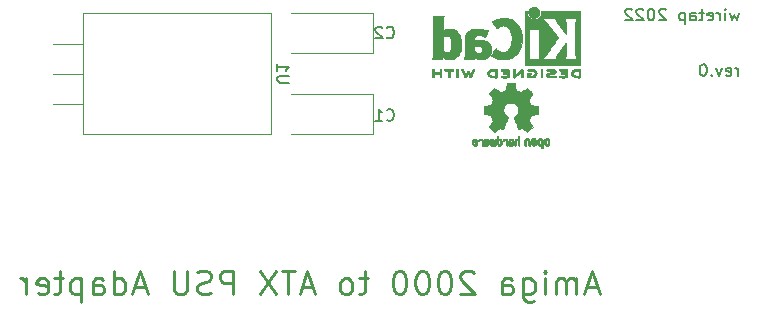
<source format=gbr>
%TF.GenerationSoftware,KiCad,Pcbnew,(5.1.6)-1*%
%TF.CreationDate,2022-09-15T12:09:31-04:00*%
%TF.ProjectId,Amiga-2000-ATX,416d6967-612d-4323-9030-302d4154582e,rev?*%
%TF.SameCoordinates,Original*%
%TF.FileFunction,Legend,Bot*%
%TF.FilePolarity,Positive*%
%FSLAX46Y46*%
G04 Gerber Fmt 4.6, Leading zero omitted, Abs format (unit mm)*
G04 Created by KiCad (PCBNEW (5.1.6)-1) date 2022-09-15 12:09:31*
%MOMM*%
%LPD*%
G01*
G04 APERTURE LIST*
%ADD10C,0.150000*%
%ADD11C,0.250000*%
%ADD12C,0.010000*%
%ADD13C,0.120000*%
G04 APERTURE END LIST*
D10*
X188031238Y-48331380D02*
X188031238Y-47664714D01*
X188031238Y-47855190D02*
X187983619Y-47759952D01*
X187936000Y-47712333D01*
X187840761Y-47664714D01*
X187745523Y-47664714D01*
X187031238Y-48283761D02*
X187126476Y-48331380D01*
X187316952Y-48331380D01*
X187412190Y-48283761D01*
X187459809Y-48188523D01*
X187459809Y-47807571D01*
X187412190Y-47712333D01*
X187316952Y-47664714D01*
X187126476Y-47664714D01*
X187031238Y-47712333D01*
X186983619Y-47807571D01*
X186983619Y-47902809D01*
X187459809Y-47998047D01*
X186650285Y-47664714D02*
X186412190Y-48331380D01*
X186174095Y-47664714D01*
X185793142Y-48236142D02*
X185745523Y-48283761D01*
X185793142Y-48331380D01*
X185840761Y-48283761D01*
X185793142Y-48236142D01*
X185793142Y-48331380D01*
X185126476Y-47331380D02*
X185031238Y-47331380D01*
X184936000Y-47379000D01*
X184888380Y-47426619D01*
X184840761Y-47521857D01*
X184793142Y-47712333D01*
X184793142Y-47950428D01*
X184840761Y-48140904D01*
X184888380Y-48236142D01*
X184936000Y-48283761D01*
X185031238Y-48331380D01*
X185126476Y-48331380D01*
X185221714Y-48283761D01*
X185269333Y-48236142D01*
X185316952Y-48140904D01*
X185364571Y-47950428D01*
X185364571Y-47712333D01*
X185316952Y-47521857D01*
X185269333Y-47426619D01*
X185221714Y-47379000D01*
X185126476Y-47331380D01*
X188094333Y-42965714D02*
X187903857Y-43632380D01*
X187713380Y-43156190D01*
X187522904Y-43632380D01*
X187332428Y-42965714D01*
X186951476Y-43632380D02*
X186951476Y-42965714D01*
X186951476Y-42632380D02*
X186999095Y-42680000D01*
X186951476Y-42727619D01*
X186903857Y-42680000D01*
X186951476Y-42632380D01*
X186951476Y-42727619D01*
X186475285Y-43632380D02*
X186475285Y-42965714D01*
X186475285Y-43156190D02*
X186427666Y-43060952D01*
X186380047Y-43013333D01*
X186284809Y-42965714D01*
X186189571Y-42965714D01*
X185475285Y-43584761D02*
X185570523Y-43632380D01*
X185761000Y-43632380D01*
X185856238Y-43584761D01*
X185903857Y-43489523D01*
X185903857Y-43108571D01*
X185856238Y-43013333D01*
X185761000Y-42965714D01*
X185570523Y-42965714D01*
X185475285Y-43013333D01*
X185427666Y-43108571D01*
X185427666Y-43203809D01*
X185903857Y-43299047D01*
X185141952Y-42965714D02*
X184761000Y-42965714D01*
X184999095Y-42632380D02*
X184999095Y-43489523D01*
X184951476Y-43584761D01*
X184856238Y-43632380D01*
X184761000Y-43632380D01*
X183999095Y-43632380D02*
X183999095Y-43108571D01*
X184046714Y-43013333D01*
X184141952Y-42965714D01*
X184332428Y-42965714D01*
X184427666Y-43013333D01*
X183999095Y-43584761D02*
X184094333Y-43632380D01*
X184332428Y-43632380D01*
X184427666Y-43584761D01*
X184475285Y-43489523D01*
X184475285Y-43394285D01*
X184427666Y-43299047D01*
X184332428Y-43251428D01*
X184094333Y-43251428D01*
X183999095Y-43203809D01*
X183522904Y-42965714D02*
X183522904Y-43965714D01*
X183522904Y-43013333D02*
X183427666Y-42965714D01*
X183237190Y-42965714D01*
X183141952Y-43013333D01*
X183094333Y-43060952D01*
X183046714Y-43156190D01*
X183046714Y-43441904D01*
X183094333Y-43537142D01*
X183141952Y-43584761D01*
X183237190Y-43632380D01*
X183427666Y-43632380D01*
X183522904Y-43584761D01*
X181903857Y-42727619D02*
X181856238Y-42680000D01*
X181761000Y-42632380D01*
X181522904Y-42632380D01*
X181427666Y-42680000D01*
X181380047Y-42727619D01*
X181332428Y-42822857D01*
X181332428Y-42918095D01*
X181380047Y-43060952D01*
X181951476Y-43632380D01*
X181332428Y-43632380D01*
X180713380Y-42632380D02*
X180618142Y-42632380D01*
X180522904Y-42680000D01*
X180475285Y-42727619D01*
X180427666Y-42822857D01*
X180380047Y-43013333D01*
X180380047Y-43251428D01*
X180427666Y-43441904D01*
X180475285Y-43537142D01*
X180522904Y-43584761D01*
X180618142Y-43632380D01*
X180713380Y-43632380D01*
X180808619Y-43584761D01*
X180856238Y-43537142D01*
X180903857Y-43441904D01*
X180951476Y-43251428D01*
X180951476Y-43013333D01*
X180903857Y-42822857D01*
X180856238Y-42727619D01*
X180808619Y-42680000D01*
X180713380Y-42632380D01*
X179999095Y-42727619D02*
X179951476Y-42680000D01*
X179856238Y-42632380D01*
X179618142Y-42632380D01*
X179522904Y-42680000D01*
X179475285Y-42727619D01*
X179427666Y-42822857D01*
X179427666Y-42918095D01*
X179475285Y-43060952D01*
X180046714Y-43632380D01*
X179427666Y-43632380D01*
X179046714Y-42727619D02*
X178999095Y-42680000D01*
X178903857Y-42632380D01*
X178665761Y-42632380D01*
X178570523Y-42680000D01*
X178522904Y-42727619D01*
X178475285Y-42822857D01*
X178475285Y-42918095D01*
X178522904Y-43060952D01*
X179094333Y-43632380D01*
X178475285Y-43632380D01*
D11*
X176145952Y-66246333D02*
X175193571Y-66246333D01*
X176336428Y-66817761D02*
X175669761Y-64817761D01*
X175003095Y-66817761D01*
X174336428Y-66817761D02*
X174336428Y-65484428D01*
X174336428Y-65674904D02*
X174241190Y-65579666D01*
X174050714Y-65484428D01*
X173765000Y-65484428D01*
X173574523Y-65579666D01*
X173479285Y-65770142D01*
X173479285Y-66817761D01*
X173479285Y-65770142D02*
X173384047Y-65579666D01*
X173193571Y-65484428D01*
X172907857Y-65484428D01*
X172717380Y-65579666D01*
X172622142Y-65770142D01*
X172622142Y-66817761D01*
X171669761Y-66817761D02*
X171669761Y-65484428D01*
X171669761Y-64817761D02*
X171765000Y-64913000D01*
X171669761Y-65008238D01*
X171574523Y-64913000D01*
X171669761Y-64817761D01*
X171669761Y-65008238D01*
X169860238Y-65484428D02*
X169860238Y-67103476D01*
X169955476Y-67293952D01*
X170050714Y-67389190D01*
X170241190Y-67484428D01*
X170526904Y-67484428D01*
X170717380Y-67389190D01*
X169860238Y-66722523D02*
X170050714Y-66817761D01*
X170431666Y-66817761D01*
X170622142Y-66722523D01*
X170717380Y-66627285D01*
X170812619Y-66436809D01*
X170812619Y-65865380D01*
X170717380Y-65674904D01*
X170622142Y-65579666D01*
X170431666Y-65484428D01*
X170050714Y-65484428D01*
X169860238Y-65579666D01*
X168050714Y-66817761D02*
X168050714Y-65770142D01*
X168145952Y-65579666D01*
X168336428Y-65484428D01*
X168717380Y-65484428D01*
X168907857Y-65579666D01*
X168050714Y-66722523D02*
X168241190Y-66817761D01*
X168717380Y-66817761D01*
X168907857Y-66722523D01*
X169003095Y-66532047D01*
X169003095Y-66341571D01*
X168907857Y-66151095D01*
X168717380Y-66055857D01*
X168241190Y-66055857D01*
X168050714Y-65960619D01*
X165669761Y-65008238D02*
X165574523Y-64913000D01*
X165384047Y-64817761D01*
X164907857Y-64817761D01*
X164717380Y-64913000D01*
X164622142Y-65008238D01*
X164526904Y-65198714D01*
X164526904Y-65389190D01*
X164622142Y-65674904D01*
X165765000Y-66817761D01*
X164526904Y-66817761D01*
X163288809Y-64817761D02*
X163098333Y-64817761D01*
X162907857Y-64913000D01*
X162812619Y-65008238D01*
X162717380Y-65198714D01*
X162622142Y-65579666D01*
X162622142Y-66055857D01*
X162717380Y-66436809D01*
X162812619Y-66627285D01*
X162907857Y-66722523D01*
X163098333Y-66817761D01*
X163288809Y-66817761D01*
X163479285Y-66722523D01*
X163574523Y-66627285D01*
X163669761Y-66436809D01*
X163765000Y-66055857D01*
X163765000Y-65579666D01*
X163669761Y-65198714D01*
X163574523Y-65008238D01*
X163479285Y-64913000D01*
X163288809Y-64817761D01*
X161384047Y-64817761D02*
X161193571Y-64817761D01*
X161003095Y-64913000D01*
X160907857Y-65008238D01*
X160812619Y-65198714D01*
X160717380Y-65579666D01*
X160717380Y-66055857D01*
X160812619Y-66436809D01*
X160907857Y-66627285D01*
X161003095Y-66722523D01*
X161193571Y-66817761D01*
X161384047Y-66817761D01*
X161574523Y-66722523D01*
X161669761Y-66627285D01*
X161765000Y-66436809D01*
X161860238Y-66055857D01*
X161860238Y-65579666D01*
X161765000Y-65198714D01*
X161669761Y-65008238D01*
X161574523Y-64913000D01*
X161384047Y-64817761D01*
X159479285Y-64817761D02*
X159288809Y-64817761D01*
X159098333Y-64913000D01*
X159003095Y-65008238D01*
X158907857Y-65198714D01*
X158812619Y-65579666D01*
X158812619Y-66055857D01*
X158907857Y-66436809D01*
X159003095Y-66627285D01*
X159098333Y-66722523D01*
X159288809Y-66817761D01*
X159479285Y-66817761D01*
X159669761Y-66722523D01*
X159765000Y-66627285D01*
X159860238Y-66436809D01*
X159955476Y-66055857D01*
X159955476Y-65579666D01*
X159860238Y-65198714D01*
X159765000Y-65008238D01*
X159669761Y-64913000D01*
X159479285Y-64817761D01*
X156717380Y-65484428D02*
X155955476Y-65484428D01*
X156431666Y-64817761D02*
X156431666Y-66532047D01*
X156336428Y-66722523D01*
X156145952Y-66817761D01*
X155955476Y-66817761D01*
X155003095Y-66817761D02*
X155193571Y-66722523D01*
X155288809Y-66627285D01*
X155384047Y-66436809D01*
X155384047Y-65865380D01*
X155288809Y-65674904D01*
X155193571Y-65579666D01*
X155003095Y-65484428D01*
X154717380Y-65484428D01*
X154526904Y-65579666D01*
X154431666Y-65674904D01*
X154336428Y-65865380D01*
X154336428Y-66436809D01*
X154431666Y-66627285D01*
X154526904Y-66722523D01*
X154717380Y-66817761D01*
X155003095Y-66817761D01*
X152050714Y-66246333D02*
X151098333Y-66246333D01*
X152241190Y-66817761D02*
X151574523Y-64817761D01*
X150907857Y-66817761D01*
X150526904Y-64817761D02*
X149384047Y-64817761D01*
X149955476Y-66817761D02*
X149955476Y-64817761D01*
X148907857Y-64817761D02*
X147574523Y-66817761D01*
X147574523Y-64817761D02*
X148907857Y-66817761D01*
X145288809Y-66817761D02*
X145288809Y-64817761D01*
X144526904Y-64817761D01*
X144336428Y-64913000D01*
X144241190Y-65008238D01*
X144145952Y-65198714D01*
X144145952Y-65484428D01*
X144241190Y-65674904D01*
X144336428Y-65770142D01*
X144526904Y-65865380D01*
X145288809Y-65865380D01*
X143384047Y-66722523D02*
X143098333Y-66817761D01*
X142622142Y-66817761D01*
X142431666Y-66722523D01*
X142336428Y-66627285D01*
X142241190Y-66436809D01*
X142241190Y-66246333D01*
X142336428Y-66055857D01*
X142431666Y-65960619D01*
X142622142Y-65865380D01*
X143003095Y-65770142D01*
X143193571Y-65674904D01*
X143288809Y-65579666D01*
X143384047Y-65389190D01*
X143384047Y-65198714D01*
X143288809Y-65008238D01*
X143193571Y-64913000D01*
X143003095Y-64817761D01*
X142526904Y-64817761D01*
X142241190Y-64913000D01*
X141384047Y-64817761D02*
X141384047Y-66436809D01*
X141288809Y-66627285D01*
X141193571Y-66722523D01*
X141003095Y-66817761D01*
X140622142Y-66817761D01*
X140431666Y-66722523D01*
X140336428Y-66627285D01*
X140241190Y-66436809D01*
X140241190Y-64817761D01*
X137860238Y-66246333D02*
X136907857Y-66246333D01*
X138050714Y-66817761D02*
X137384047Y-64817761D01*
X136717380Y-66817761D01*
X135193571Y-66817761D02*
X135193571Y-64817761D01*
X135193571Y-66722523D02*
X135384047Y-66817761D01*
X135765000Y-66817761D01*
X135955476Y-66722523D01*
X136050714Y-66627285D01*
X136145952Y-66436809D01*
X136145952Y-65865380D01*
X136050714Y-65674904D01*
X135955476Y-65579666D01*
X135765000Y-65484428D01*
X135384047Y-65484428D01*
X135193571Y-65579666D01*
X133384047Y-66817761D02*
X133384047Y-65770142D01*
X133479285Y-65579666D01*
X133669761Y-65484428D01*
X134050714Y-65484428D01*
X134241190Y-65579666D01*
X133384047Y-66722523D02*
X133574523Y-66817761D01*
X134050714Y-66817761D01*
X134241190Y-66722523D01*
X134336428Y-66532047D01*
X134336428Y-66341571D01*
X134241190Y-66151095D01*
X134050714Y-66055857D01*
X133574523Y-66055857D01*
X133384047Y-65960619D01*
X132431666Y-65484428D02*
X132431666Y-67484428D01*
X132431666Y-65579666D02*
X132241190Y-65484428D01*
X131860238Y-65484428D01*
X131669761Y-65579666D01*
X131574523Y-65674904D01*
X131479285Y-65865380D01*
X131479285Y-66436809D01*
X131574523Y-66627285D01*
X131669761Y-66722523D01*
X131860238Y-66817761D01*
X132241190Y-66817761D01*
X132431666Y-66722523D01*
X130907857Y-65484428D02*
X130145952Y-65484428D01*
X130622142Y-64817761D02*
X130622142Y-66532047D01*
X130526904Y-66722523D01*
X130336428Y-66817761D01*
X130145952Y-66817761D01*
X128717380Y-66722523D02*
X128907857Y-66817761D01*
X129288809Y-66817761D01*
X129479285Y-66722523D01*
X129574523Y-66532047D01*
X129574523Y-65770142D01*
X129479285Y-65579666D01*
X129288809Y-65484428D01*
X128907857Y-65484428D01*
X128717380Y-65579666D01*
X128622142Y-65770142D01*
X128622142Y-65960619D01*
X129574523Y-66151095D01*
X127765000Y-66817761D02*
X127765000Y-65484428D01*
X127765000Y-65865380D02*
X127669761Y-65674904D01*
X127574523Y-65579666D01*
X127384047Y-65484428D01*
X127193571Y-65484428D01*
D12*
%TO.C,REF\u002A\u002A*%
G36*
X162173177Y-47740533D02*
G01*
X162141798Y-47762776D01*
X162114089Y-47790485D01*
X162114089Y-48099920D01*
X162114162Y-48191799D01*
X162114505Y-48263840D01*
X162115308Y-48318780D01*
X162116759Y-48359360D01*
X162119048Y-48388317D01*
X162122364Y-48408391D01*
X162126895Y-48422321D01*
X162132831Y-48432845D01*
X162137486Y-48439100D01*
X162168217Y-48463673D01*
X162203504Y-48466341D01*
X162235755Y-48451271D01*
X162246412Y-48442374D01*
X162253536Y-48430557D01*
X162257833Y-48411526D01*
X162260009Y-48380992D01*
X162260772Y-48334662D01*
X162260845Y-48298871D01*
X162260845Y-48164045D01*
X162757556Y-48164045D01*
X162757556Y-48286700D01*
X162758069Y-48342787D01*
X162760124Y-48381333D01*
X162764492Y-48407361D01*
X162771944Y-48425897D01*
X162780953Y-48439100D01*
X162811856Y-48463604D01*
X162846804Y-48466506D01*
X162880262Y-48449089D01*
X162889396Y-48439959D01*
X162895848Y-48427855D01*
X162900103Y-48409001D01*
X162902648Y-48379620D01*
X162903971Y-48335937D01*
X162904557Y-48274175D01*
X162904625Y-48260000D01*
X162905109Y-48143631D01*
X162905359Y-48047727D01*
X162905277Y-47970177D01*
X162904769Y-47908869D01*
X162903738Y-47861690D01*
X162902087Y-47826530D01*
X162899721Y-47801276D01*
X162896543Y-47783817D01*
X162892456Y-47772041D01*
X162887366Y-47763835D01*
X162881734Y-47757645D01*
X162849872Y-47737844D01*
X162816643Y-47740533D01*
X162785265Y-47762776D01*
X162772567Y-47777126D01*
X162764474Y-47792978D01*
X162759958Y-47815554D01*
X162757994Y-47850078D01*
X162757556Y-47901776D01*
X162757556Y-48017289D01*
X162260845Y-48017289D01*
X162260845Y-47898756D01*
X162260338Y-47844148D01*
X162258302Y-47807275D01*
X162253965Y-47783307D01*
X162246553Y-47767415D01*
X162238267Y-47757645D01*
X162206406Y-47737844D01*
X162173177Y-47740533D01*
G37*
X162173177Y-47740533D02*
X162141798Y-47762776D01*
X162114089Y-47790485D01*
X162114089Y-48099920D01*
X162114162Y-48191799D01*
X162114505Y-48263840D01*
X162115308Y-48318780D01*
X162116759Y-48359360D01*
X162119048Y-48388317D01*
X162122364Y-48408391D01*
X162126895Y-48422321D01*
X162132831Y-48432845D01*
X162137486Y-48439100D01*
X162168217Y-48463673D01*
X162203504Y-48466341D01*
X162235755Y-48451271D01*
X162246412Y-48442374D01*
X162253536Y-48430557D01*
X162257833Y-48411526D01*
X162260009Y-48380992D01*
X162260772Y-48334662D01*
X162260845Y-48298871D01*
X162260845Y-48164045D01*
X162757556Y-48164045D01*
X162757556Y-48286700D01*
X162758069Y-48342787D01*
X162760124Y-48381333D01*
X162764492Y-48407361D01*
X162771944Y-48425897D01*
X162780953Y-48439100D01*
X162811856Y-48463604D01*
X162846804Y-48466506D01*
X162880262Y-48449089D01*
X162889396Y-48439959D01*
X162895848Y-48427855D01*
X162900103Y-48409001D01*
X162902648Y-48379620D01*
X162903971Y-48335937D01*
X162904557Y-48274175D01*
X162904625Y-48260000D01*
X162905109Y-48143631D01*
X162905359Y-48047727D01*
X162905277Y-47970177D01*
X162904769Y-47908869D01*
X162903738Y-47861690D01*
X162902087Y-47826530D01*
X162899721Y-47801276D01*
X162896543Y-47783817D01*
X162892456Y-47772041D01*
X162887366Y-47763835D01*
X162881734Y-47757645D01*
X162849872Y-47737844D01*
X162816643Y-47740533D01*
X162785265Y-47762776D01*
X162772567Y-47777126D01*
X162764474Y-47792978D01*
X162759958Y-47815554D01*
X162757994Y-47850078D01*
X162757556Y-47901776D01*
X162757556Y-48017289D01*
X162260845Y-48017289D01*
X162260845Y-47898756D01*
X162260338Y-47844148D01*
X162258302Y-47807275D01*
X162253965Y-47783307D01*
X162246553Y-47767415D01*
X162238267Y-47757645D01*
X162206406Y-47737844D01*
X162173177Y-47740533D01*
G36*
X163438935Y-47735163D02*
G01*
X163360228Y-47735542D01*
X163299137Y-47736333D01*
X163253183Y-47737670D01*
X163219886Y-47739683D01*
X163196764Y-47742506D01*
X163181338Y-47746269D01*
X163171129Y-47751105D01*
X163166187Y-47754822D01*
X163140543Y-47787358D01*
X163137441Y-47821138D01*
X163153289Y-47851826D01*
X163163652Y-47864089D01*
X163174804Y-47872450D01*
X163190965Y-47877657D01*
X163216358Y-47880457D01*
X163255202Y-47881596D01*
X163311720Y-47881821D01*
X163322820Y-47881822D01*
X163468756Y-47881822D01*
X163468756Y-48152756D01*
X163468852Y-48238154D01*
X163469289Y-48303864D01*
X163470288Y-48352774D01*
X163472072Y-48387773D01*
X163474863Y-48411749D01*
X163478883Y-48427593D01*
X163484355Y-48438191D01*
X163491334Y-48446267D01*
X163524266Y-48466112D01*
X163558646Y-48464548D01*
X163589824Y-48441906D01*
X163592114Y-48439100D01*
X163599571Y-48428492D01*
X163605253Y-48416081D01*
X163609399Y-48398850D01*
X163612250Y-48373784D01*
X163614046Y-48337867D01*
X163615028Y-48288083D01*
X163615436Y-48221417D01*
X163615511Y-48145589D01*
X163615511Y-47881822D01*
X163754873Y-47881822D01*
X163814678Y-47881418D01*
X163856082Y-47879840D01*
X163883252Y-47876547D01*
X163900354Y-47870992D01*
X163911557Y-47862631D01*
X163912917Y-47861178D01*
X163929275Y-47827939D01*
X163927828Y-47790362D01*
X163909022Y-47757645D01*
X163901750Y-47751298D01*
X163892373Y-47746266D01*
X163878391Y-47742396D01*
X163857304Y-47739537D01*
X163826611Y-47737535D01*
X163783811Y-47736239D01*
X163726405Y-47735498D01*
X163651890Y-47735158D01*
X163557767Y-47735068D01*
X163537740Y-47735067D01*
X163438935Y-47735163D01*
G37*
X163438935Y-47735163D02*
X163360228Y-47735542D01*
X163299137Y-47736333D01*
X163253183Y-47737670D01*
X163219886Y-47739683D01*
X163196764Y-47742506D01*
X163181338Y-47746269D01*
X163171129Y-47751105D01*
X163166187Y-47754822D01*
X163140543Y-47787358D01*
X163137441Y-47821138D01*
X163153289Y-47851826D01*
X163163652Y-47864089D01*
X163174804Y-47872450D01*
X163190965Y-47877657D01*
X163216358Y-47880457D01*
X163255202Y-47881596D01*
X163311720Y-47881821D01*
X163322820Y-47881822D01*
X163468756Y-47881822D01*
X163468756Y-48152756D01*
X163468852Y-48238154D01*
X163469289Y-48303864D01*
X163470288Y-48352774D01*
X163472072Y-48387773D01*
X163474863Y-48411749D01*
X163478883Y-48427593D01*
X163484355Y-48438191D01*
X163491334Y-48446267D01*
X163524266Y-48466112D01*
X163558646Y-48464548D01*
X163589824Y-48441906D01*
X163592114Y-48439100D01*
X163599571Y-48428492D01*
X163605253Y-48416081D01*
X163609399Y-48398850D01*
X163612250Y-48373784D01*
X163614046Y-48337867D01*
X163615028Y-48288083D01*
X163615436Y-48221417D01*
X163615511Y-48145589D01*
X163615511Y-47881822D01*
X163754873Y-47881822D01*
X163814678Y-47881418D01*
X163856082Y-47879840D01*
X163883252Y-47876547D01*
X163900354Y-47870992D01*
X163911557Y-47862631D01*
X163912917Y-47861178D01*
X163929275Y-47827939D01*
X163927828Y-47790362D01*
X163909022Y-47757645D01*
X163901750Y-47751298D01*
X163892373Y-47746266D01*
X163878391Y-47742396D01*
X163857304Y-47739537D01*
X163826611Y-47737535D01*
X163783811Y-47736239D01*
X163726405Y-47735498D01*
X163651890Y-47735158D01*
X163557767Y-47735068D01*
X163537740Y-47735067D01*
X163438935Y-47735163D01*
G36*
X164213386Y-47741877D02*
G01*
X164189673Y-47756647D01*
X164163022Y-47778227D01*
X164163022Y-48099773D01*
X164163107Y-48193830D01*
X164163471Y-48267932D01*
X164164276Y-48324704D01*
X164165687Y-48366768D01*
X164167867Y-48396748D01*
X164170979Y-48417267D01*
X164175186Y-48430949D01*
X164180652Y-48440416D01*
X164184528Y-48445082D01*
X164215966Y-48465575D01*
X164251767Y-48464739D01*
X164283127Y-48447264D01*
X164309778Y-48425684D01*
X164309778Y-47778227D01*
X164283127Y-47756647D01*
X164257406Y-47740949D01*
X164236400Y-47735067D01*
X164213386Y-47741877D01*
G37*
X164213386Y-47741877D02*
X164189673Y-47756647D01*
X164163022Y-47778227D01*
X164163022Y-48099773D01*
X164163107Y-48193830D01*
X164163471Y-48267932D01*
X164164276Y-48324704D01*
X164165687Y-48366768D01*
X164167867Y-48396748D01*
X164170979Y-48417267D01*
X164175186Y-48430949D01*
X164180652Y-48440416D01*
X164184528Y-48445082D01*
X164215966Y-48465575D01*
X164251767Y-48464739D01*
X164283127Y-48447264D01*
X164309778Y-48425684D01*
X164309778Y-47778227D01*
X164283127Y-47756647D01*
X164257406Y-47740949D01*
X164236400Y-47735067D01*
X164213386Y-47741877D01*
G36*
X164657335Y-47737034D02*
G01*
X164637745Y-47744035D01*
X164636990Y-47744377D01*
X164610387Y-47764678D01*
X164595730Y-47785561D01*
X164592862Y-47795352D01*
X164593004Y-47808361D01*
X164597039Y-47826895D01*
X164605854Y-47853257D01*
X164620331Y-47889752D01*
X164641355Y-47938687D01*
X164669812Y-48002365D01*
X164706585Y-48083093D01*
X164726825Y-48127216D01*
X164763375Y-48205985D01*
X164797685Y-48278423D01*
X164828448Y-48341880D01*
X164854352Y-48393708D01*
X164874090Y-48431259D01*
X164886350Y-48451884D01*
X164888776Y-48454733D01*
X164919817Y-48467302D01*
X164954879Y-48465619D01*
X164983000Y-48450332D01*
X164984146Y-48449089D01*
X164995332Y-48432154D01*
X165014096Y-48399170D01*
X165038125Y-48354380D01*
X165065103Y-48302032D01*
X165074799Y-48282742D01*
X165147986Y-48136150D01*
X165227760Y-48295393D01*
X165256233Y-48350415D01*
X165282650Y-48398132D01*
X165304852Y-48434893D01*
X165320681Y-48457044D01*
X165326046Y-48461741D01*
X165367743Y-48468102D01*
X165402151Y-48454733D01*
X165412272Y-48440446D01*
X165429786Y-48408692D01*
X165453265Y-48362597D01*
X165481280Y-48305285D01*
X165512401Y-48239880D01*
X165545201Y-48169507D01*
X165578250Y-48097291D01*
X165610119Y-48026355D01*
X165639381Y-47959825D01*
X165664605Y-47900826D01*
X165684364Y-47852481D01*
X165697228Y-47817915D01*
X165701769Y-47800253D01*
X165701723Y-47799613D01*
X165690674Y-47777388D01*
X165668590Y-47754753D01*
X165667290Y-47753768D01*
X165640147Y-47738425D01*
X165615042Y-47738574D01*
X165605632Y-47741466D01*
X165594166Y-47747718D01*
X165581990Y-47760014D01*
X165567643Y-47780908D01*
X165549664Y-47812949D01*
X165526593Y-47858688D01*
X165496970Y-47920677D01*
X165470255Y-47977898D01*
X165439520Y-48044226D01*
X165411979Y-48103874D01*
X165389062Y-48153725D01*
X165372202Y-48190664D01*
X165362827Y-48211573D01*
X165361460Y-48214845D01*
X165355311Y-48209497D01*
X165341178Y-48187109D01*
X165320943Y-48150946D01*
X165296485Y-48104277D01*
X165286752Y-48085022D01*
X165253783Y-48020004D01*
X165228357Y-47972654D01*
X165208388Y-47940219D01*
X165191790Y-47919946D01*
X165176476Y-47909082D01*
X165160360Y-47904875D01*
X165149857Y-47904400D01*
X165131330Y-47906042D01*
X165115096Y-47912831D01*
X165098965Y-47927566D01*
X165080749Y-47953044D01*
X165058261Y-47992061D01*
X165029311Y-48047414D01*
X165013338Y-48078903D01*
X164987430Y-48129087D01*
X164964833Y-48170704D01*
X164947542Y-48200242D01*
X164937550Y-48214189D01*
X164936191Y-48214770D01*
X164929739Y-48203793D01*
X164915292Y-48175290D01*
X164894297Y-48132244D01*
X164868203Y-48077638D01*
X164838454Y-48014454D01*
X164823820Y-47983071D01*
X164785750Y-47902078D01*
X164755095Y-47839756D01*
X164730263Y-47794071D01*
X164709663Y-47762989D01*
X164691702Y-47744478D01*
X164674790Y-47736504D01*
X164657335Y-47737034D01*
G37*
X164657335Y-47737034D02*
X164637745Y-47744035D01*
X164636990Y-47744377D01*
X164610387Y-47764678D01*
X164595730Y-47785561D01*
X164592862Y-47795352D01*
X164593004Y-47808361D01*
X164597039Y-47826895D01*
X164605854Y-47853257D01*
X164620331Y-47889752D01*
X164641355Y-47938687D01*
X164669812Y-48002365D01*
X164706585Y-48083093D01*
X164726825Y-48127216D01*
X164763375Y-48205985D01*
X164797685Y-48278423D01*
X164828448Y-48341880D01*
X164854352Y-48393708D01*
X164874090Y-48431259D01*
X164886350Y-48451884D01*
X164888776Y-48454733D01*
X164919817Y-48467302D01*
X164954879Y-48465619D01*
X164983000Y-48450332D01*
X164984146Y-48449089D01*
X164995332Y-48432154D01*
X165014096Y-48399170D01*
X165038125Y-48354380D01*
X165065103Y-48302032D01*
X165074799Y-48282742D01*
X165147986Y-48136150D01*
X165227760Y-48295393D01*
X165256233Y-48350415D01*
X165282650Y-48398132D01*
X165304852Y-48434893D01*
X165320681Y-48457044D01*
X165326046Y-48461741D01*
X165367743Y-48468102D01*
X165402151Y-48454733D01*
X165412272Y-48440446D01*
X165429786Y-48408692D01*
X165453265Y-48362597D01*
X165481280Y-48305285D01*
X165512401Y-48239880D01*
X165545201Y-48169507D01*
X165578250Y-48097291D01*
X165610119Y-48026355D01*
X165639381Y-47959825D01*
X165664605Y-47900826D01*
X165684364Y-47852481D01*
X165697228Y-47817915D01*
X165701769Y-47800253D01*
X165701723Y-47799613D01*
X165690674Y-47777388D01*
X165668590Y-47754753D01*
X165667290Y-47753768D01*
X165640147Y-47738425D01*
X165615042Y-47738574D01*
X165605632Y-47741466D01*
X165594166Y-47747718D01*
X165581990Y-47760014D01*
X165567643Y-47780908D01*
X165549664Y-47812949D01*
X165526593Y-47858688D01*
X165496970Y-47920677D01*
X165470255Y-47977898D01*
X165439520Y-48044226D01*
X165411979Y-48103874D01*
X165389062Y-48153725D01*
X165372202Y-48190664D01*
X165362827Y-48211573D01*
X165361460Y-48214845D01*
X165355311Y-48209497D01*
X165341178Y-48187109D01*
X165320943Y-48150946D01*
X165296485Y-48104277D01*
X165286752Y-48085022D01*
X165253783Y-48020004D01*
X165228357Y-47972654D01*
X165208388Y-47940219D01*
X165191790Y-47919946D01*
X165176476Y-47909082D01*
X165160360Y-47904875D01*
X165149857Y-47904400D01*
X165131330Y-47906042D01*
X165115096Y-47912831D01*
X165098965Y-47927566D01*
X165080749Y-47953044D01*
X165058261Y-47992061D01*
X165029311Y-48047414D01*
X165013338Y-48078903D01*
X164987430Y-48129087D01*
X164964833Y-48170704D01*
X164947542Y-48200242D01*
X164937550Y-48214189D01*
X164936191Y-48214770D01*
X164929739Y-48203793D01*
X164915292Y-48175290D01*
X164894297Y-48132244D01*
X164868203Y-48077638D01*
X164838454Y-48014454D01*
X164823820Y-47983071D01*
X164785750Y-47902078D01*
X164755095Y-47839756D01*
X164730263Y-47794071D01*
X164709663Y-47762989D01*
X164691702Y-47744478D01*
X164674790Y-47736504D01*
X164657335Y-47737034D01*
G36*
X167383691Y-47735275D02*
G01*
X167254712Y-47739636D01*
X167145009Y-47752861D01*
X167052774Y-47775741D01*
X166976198Y-47809070D01*
X166913473Y-47853638D01*
X166862788Y-47910236D01*
X166822337Y-47979658D01*
X166821541Y-47981351D01*
X166797399Y-48043483D01*
X166788797Y-48098509D01*
X166795769Y-48153887D01*
X166818346Y-48217073D01*
X166822628Y-48226689D01*
X166851828Y-48282966D01*
X166884644Y-48326451D01*
X166926998Y-48363417D01*
X166984810Y-48400135D01*
X166988169Y-48402052D01*
X167038496Y-48426227D01*
X167095379Y-48444282D01*
X167162473Y-48456839D01*
X167243435Y-48464522D01*
X167341918Y-48467953D01*
X167376714Y-48468251D01*
X167542406Y-48468845D01*
X167565803Y-48439100D01*
X167572743Y-48429319D01*
X167578158Y-48417897D01*
X167582235Y-48402095D01*
X167585163Y-48379175D01*
X167587133Y-48346396D01*
X167587775Y-48322089D01*
X167431156Y-48322089D01*
X167337274Y-48322089D01*
X167282336Y-48320483D01*
X167225940Y-48316255D01*
X167179655Y-48310292D01*
X167176861Y-48309790D01*
X167094652Y-48287736D01*
X167030886Y-48254600D01*
X166983548Y-48208847D01*
X166950618Y-48148939D01*
X166944892Y-48133061D01*
X166939279Y-48108333D01*
X166941709Y-48083902D01*
X166953533Y-48051400D01*
X166960660Y-48035434D01*
X166984000Y-47993006D01*
X167012120Y-47963240D01*
X167043060Y-47942511D01*
X167105034Y-47915537D01*
X167184349Y-47895998D01*
X167276747Y-47884746D01*
X167343667Y-47882270D01*
X167431156Y-47881822D01*
X167431156Y-48322089D01*
X167587775Y-48322089D01*
X167588332Y-48301021D01*
X167588950Y-48240311D01*
X167589175Y-48161526D01*
X167589200Y-48099920D01*
X167589200Y-47790485D01*
X167561491Y-47762776D01*
X167549194Y-47751544D01*
X167535897Y-47743853D01*
X167517328Y-47739040D01*
X167489214Y-47736446D01*
X167447283Y-47735410D01*
X167387263Y-47735270D01*
X167383691Y-47735275D01*
G37*
X167383691Y-47735275D02*
X167254712Y-47739636D01*
X167145009Y-47752861D01*
X167052774Y-47775741D01*
X166976198Y-47809070D01*
X166913473Y-47853638D01*
X166862788Y-47910236D01*
X166822337Y-47979658D01*
X166821541Y-47981351D01*
X166797399Y-48043483D01*
X166788797Y-48098509D01*
X166795769Y-48153887D01*
X166818346Y-48217073D01*
X166822628Y-48226689D01*
X166851828Y-48282966D01*
X166884644Y-48326451D01*
X166926998Y-48363417D01*
X166984810Y-48400135D01*
X166988169Y-48402052D01*
X167038496Y-48426227D01*
X167095379Y-48444282D01*
X167162473Y-48456839D01*
X167243435Y-48464522D01*
X167341918Y-48467953D01*
X167376714Y-48468251D01*
X167542406Y-48468845D01*
X167565803Y-48439100D01*
X167572743Y-48429319D01*
X167578158Y-48417897D01*
X167582235Y-48402095D01*
X167585163Y-48379175D01*
X167587133Y-48346396D01*
X167587775Y-48322089D01*
X167431156Y-48322089D01*
X167337274Y-48322089D01*
X167282336Y-48320483D01*
X167225940Y-48316255D01*
X167179655Y-48310292D01*
X167176861Y-48309790D01*
X167094652Y-48287736D01*
X167030886Y-48254600D01*
X166983548Y-48208847D01*
X166950618Y-48148939D01*
X166944892Y-48133061D01*
X166939279Y-48108333D01*
X166941709Y-48083902D01*
X166953533Y-48051400D01*
X166960660Y-48035434D01*
X166984000Y-47993006D01*
X167012120Y-47963240D01*
X167043060Y-47942511D01*
X167105034Y-47915537D01*
X167184349Y-47895998D01*
X167276747Y-47884746D01*
X167343667Y-47882270D01*
X167431156Y-47881822D01*
X167431156Y-48322089D01*
X167587775Y-48322089D01*
X167588332Y-48301021D01*
X167588950Y-48240311D01*
X167589175Y-48161526D01*
X167589200Y-48099920D01*
X167589200Y-47790485D01*
X167561491Y-47762776D01*
X167549194Y-47751544D01*
X167535897Y-47743853D01*
X167517328Y-47739040D01*
X167489214Y-47736446D01*
X167447283Y-47735410D01*
X167387263Y-47735270D01*
X167383691Y-47735275D01*
G36*
X168171657Y-47735260D02*
G01*
X168095299Y-47736174D01*
X168036783Y-47738311D01*
X167993745Y-47742175D01*
X167963817Y-47748267D01*
X167944632Y-47757090D01*
X167933824Y-47769146D01*
X167929027Y-47784939D01*
X167927873Y-47804970D01*
X167927867Y-47807335D01*
X167928869Y-47829992D01*
X167933604Y-47847503D01*
X167944667Y-47860574D01*
X167964652Y-47869913D01*
X167996154Y-47876227D01*
X168041768Y-47880222D01*
X168104087Y-47882606D01*
X168185707Y-47884086D01*
X168210723Y-47884414D01*
X168452800Y-47887467D01*
X168456186Y-47952378D01*
X168459571Y-48017289D01*
X168291424Y-48017289D01*
X168225734Y-48017531D01*
X168178828Y-48018556D01*
X168146917Y-48020811D01*
X168126209Y-48024742D01*
X168112916Y-48030798D01*
X168103245Y-48039424D01*
X168103183Y-48039493D01*
X168085644Y-48073112D01*
X168086278Y-48109448D01*
X168104686Y-48140423D01*
X168108329Y-48143607D01*
X168121259Y-48151812D01*
X168138976Y-48157521D01*
X168165430Y-48161162D01*
X168204568Y-48163167D01*
X168260338Y-48163964D01*
X168296006Y-48164045D01*
X168458445Y-48164045D01*
X168458445Y-48322089D01*
X168211839Y-48322089D01*
X168130420Y-48322231D01*
X168068590Y-48322814D01*
X168023363Y-48324068D01*
X167991752Y-48326227D01*
X167970769Y-48329523D01*
X167957427Y-48334189D01*
X167948739Y-48340457D01*
X167946550Y-48342733D01*
X167930386Y-48374280D01*
X167929203Y-48410168D01*
X167942464Y-48441285D01*
X167952957Y-48451271D01*
X167963871Y-48456769D01*
X167980783Y-48461022D01*
X168006367Y-48464180D01*
X168043299Y-48466392D01*
X168094254Y-48467806D01*
X168161906Y-48468572D01*
X168248931Y-48468838D01*
X168268606Y-48468845D01*
X168357089Y-48468787D01*
X168425773Y-48468467D01*
X168477436Y-48467667D01*
X168514855Y-48466167D01*
X168540810Y-48463749D01*
X168558078Y-48460194D01*
X168569438Y-48455282D01*
X168577668Y-48448795D01*
X168582183Y-48444138D01*
X168588979Y-48435889D01*
X168594288Y-48425669D01*
X168598294Y-48410800D01*
X168601179Y-48388602D01*
X168603126Y-48356393D01*
X168604319Y-48311496D01*
X168604939Y-48251228D01*
X168605171Y-48172911D01*
X168605200Y-48106994D01*
X168605129Y-48014628D01*
X168604792Y-47942117D01*
X168604002Y-47886737D01*
X168602574Y-47845765D01*
X168600321Y-47816478D01*
X168597057Y-47796153D01*
X168592596Y-47782066D01*
X168586752Y-47771495D01*
X168581803Y-47764811D01*
X168558406Y-47735067D01*
X168268226Y-47735067D01*
X168171657Y-47735260D01*
G37*
X168171657Y-47735260D02*
X168095299Y-47736174D01*
X168036783Y-47738311D01*
X167993745Y-47742175D01*
X167963817Y-47748267D01*
X167944632Y-47757090D01*
X167933824Y-47769146D01*
X167929027Y-47784939D01*
X167927873Y-47804970D01*
X167927867Y-47807335D01*
X167928869Y-47829992D01*
X167933604Y-47847503D01*
X167944667Y-47860574D01*
X167964652Y-47869913D01*
X167996154Y-47876227D01*
X168041768Y-47880222D01*
X168104087Y-47882606D01*
X168185707Y-47884086D01*
X168210723Y-47884414D01*
X168452800Y-47887467D01*
X168456186Y-47952378D01*
X168459571Y-48017289D01*
X168291424Y-48017289D01*
X168225734Y-48017531D01*
X168178828Y-48018556D01*
X168146917Y-48020811D01*
X168126209Y-48024742D01*
X168112916Y-48030798D01*
X168103245Y-48039424D01*
X168103183Y-48039493D01*
X168085644Y-48073112D01*
X168086278Y-48109448D01*
X168104686Y-48140423D01*
X168108329Y-48143607D01*
X168121259Y-48151812D01*
X168138976Y-48157521D01*
X168165430Y-48161162D01*
X168204568Y-48163167D01*
X168260338Y-48163964D01*
X168296006Y-48164045D01*
X168458445Y-48164045D01*
X168458445Y-48322089D01*
X168211839Y-48322089D01*
X168130420Y-48322231D01*
X168068590Y-48322814D01*
X168023363Y-48324068D01*
X167991752Y-48326227D01*
X167970769Y-48329523D01*
X167957427Y-48334189D01*
X167948739Y-48340457D01*
X167946550Y-48342733D01*
X167930386Y-48374280D01*
X167929203Y-48410168D01*
X167942464Y-48441285D01*
X167952957Y-48451271D01*
X167963871Y-48456769D01*
X167980783Y-48461022D01*
X168006367Y-48464180D01*
X168043299Y-48466392D01*
X168094254Y-48467806D01*
X168161906Y-48468572D01*
X168248931Y-48468838D01*
X168268606Y-48468845D01*
X168357089Y-48468787D01*
X168425773Y-48468467D01*
X168477436Y-48467667D01*
X168514855Y-48466167D01*
X168540810Y-48463749D01*
X168558078Y-48460194D01*
X168569438Y-48455282D01*
X168577668Y-48448795D01*
X168582183Y-48444138D01*
X168588979Y-48435889D01*
X168594288Y-48425669D01*
X168598294Y-48410800D01*
X168601179Y-48388602D01*
X168603126Y-48356393D01*
X168604319Y-48311496D01*
X168604939Y-48251228D01*
X168605171Y-48172911D01*
X168605200Y-48106994D01*
X168605129Y-48014628D01*
X168604792Y-47942117D01*
X168604002Y-47886737D01*
X168602574Y-47845765D01*
X168600321Y-47816478D01*
X168597057Y-47796153D01*
X168592596Y-47782066D01*
X168586752Y-47771495D01*
X168581803Y-47764811D01*
X168558406Y-47735067D01*
X168268226Y-47735067D01*
X168171657Y-47735260D01*
G36*
X169702114Y-47739448D02*
G01*
X169678548Y-47753273D01*
X169647735Y-47775881D01*
X169608078Y-47808338D01*
X169557980Y-47851708D01*
X169495843Y-47907058D01*
X169420072Y-47975451D01*
X169333334Y-48054084D01*
X169152711Y-48217878D01*
X169147067Y-47998029D01*
X169145029Y-47922351D01*
X169143063Y-47865994D01*
X169140734Y-47825706D01*
X169137606Y-47798235D01*
X169133245Y-47780329D01*
X169127216Y-47768737D01*
X169119084Y-47760208D01*
X169114772Y-47756623D01*
X169080241Y-47737670D01*
X169047383Y-47740441D01*
X169021318Y-47756633D01*
X168994667Y-47778199D01*
X168991352Y-48093151D01*
X168990435Y-48185779D01*
X168989968Y-48258544D01*
X168990113Y-48314161D01*
X168991032Y-48355342D01*
X168992887Y-48384803D01*
X168995839Y-48405255D01*
X169000050Y-48419413D01*
X169005682Y-48429991D01*
X169011927Y-48438474D01*
X169025439Y-48454207D01*
X169038883Y-48464636D01*
X169054124Y-48468639D01*
X169073026Y-48465094D01*
X169097455Y-48452879D01*
X169129273Y-48430871D01*
X169170348Y-48397949D01*
X169222542Y-48352991D01*
X169287722Y-48294875D01*
X169361556Y-48228099D01*
X169626845Y-47987458D01*
X169632489Y-48206589D01*
X169634531Y-48282128D01*
X169636502Y-48338354D01*
X169638839Y-48378524D01*
X169641981Y-48405896D01*
X169646364Y-48423728D01*
X169652424Y-48435279D01*
X169660600Y-48443807D01*
X169664784Y-48447282D01*
X169701765Y-48466372D01*
X169736708Y-48463493D01*
X169767136Y-48439100D01*
X169774097Y-48429286D01*
X169779523Y-48417826D01*
X169783603Y-48401968D01*
X169786529Y-48378963D01*
X169788492Y-48346062D01*
X169789683Y-48300516D01*
X169790292Y-48239573D01*
X169790511Y-48160486D01*
X169790534Y-48101956D01*
X169790460Y-48010407D01*
X169790113Y-47938687D01*
X169789301Y-47884045D01*
X169787833Y-47843732D01*
X169785519Y-47814998D01*
X169782167Y-47795093D01*
X169777588Y-47781268D01*
X169771589Y-47770772D01*
X169767136Y-47764811D01*
X169755850Y-47750691D01*
X169745301Y-47740029D01*
X169733893Y-47733892D01*
X169720030Y-47733343D01*
X169702114Y-47739448D01*
G37*
X169702114Y-47739448D02*
X169678548Y-47753273D01*
X169647735Y-47775881D01*
X169608078Y-47808338D01*
X169557980Y-47851708D01*
X169495843Y-47907058D01*
X169420072Y-47975451D01*
X169333334Y-48054084D01*
X169152711Y-48217878D01*
X169147067Y-47998029D01*
X169145029Y-47922351D01*
X169143063Y-47865994D01*
X169140734Y-47825706D01*
X169137606Y-47798235D01*
X169133245Y-47780329D01*
X169127216Y-47768737D01*
X169119084Y-47760208D01*
X169114772Y-47756623D01*
X169080241Y-47737670D01*
X169047383Y-47740441D01*
X169021318Y-47756633D01*
X168994667Y-47778199D01*
X168991352Y-48093151D01*
X168990435Y-48185779D01*
X168989968Y-48258544D01*
X168990113Y-48314161D01*
X168991032Y-48355342D01*
X168992887Y-48384803D01*
X168995839Y-48405255D01*
X169000050Y-48419413D01*
X169005682Y-48429991D01*
X169011927Y-48438474D01*
X169025439Y-48454207D01*
X169038883Y-48464636D01*
X169054124Y-48468639D01*
X169073026Y-48465094D01*
X169097455Y-48452879D01*
X169129273Y-48430871D01*
X169170348Y-48397949D01*
X169222542Y-48352991D01*
X169287722Y-48294875D01*
X169361556Y-48228099D01*
X169626845Y-47987458D01*
X169632489Y-48206589D01*
X169634531Y-48282128D01*
X169636502Y-48338354D01*
X169638839Y-48378524D01*
X169641981Y-48405896D01*
X169646364Y-48423728D01*
X169652424Y-48435279D01*
X169660600Y-48443807D01*
X169664784Y-48447282D01*
X169701765Y-48466372D01*
X169736708Y-48463493D01*
X169767136Y-48439100D01*
X169774097Y-48429286D01*
X169779523Y-48417826D01*
X169783603Y-48401968D01*
X169786529Y-48378963D01*
X169788492Y-48346062D01*
X169789683Y-48300516D01*
X169790292Y-48239573D01*
X169790511Y-48160486D01*
X169790534Y-48101956D01*
X169790460Y-48010407D01*
X169790113Y-47938687D01*
X169789301Y-47884045D01*
X169787833Y-47843732D01*
X169785519Y-47814998D01*
X169782167Y-47795093D01*
X169777588Y-47781268D01*
X169771589Y-47770772D01*
X169767136Y-47764811D01*
X169755850Y-47750691D01*
X169745301Y-47740029D01*
X169733893Y-47733892D01*
X169720030Y-47733343D01*
X169702114Y-47739448D01*
G36*
X170352081Y-47740599D02*
G01*
X170283565Y-47752095D01*
X170230943Y-47769967D01*
X170196708Y-47793499D01*
X170187379Y-47806924D01*
X170177893Y-47838148D01*
X170184277Y-47866395D01*
X170204430Y-47893182D01*
X170235745Y-47905713D01*
X170281183Y-47904696D01*
X170316326Y-47897906D01*
X170394419Y-47884971D01*
X170474226Y-47883742D01*
X170563555Y-47894241D01*
X170588229Y-47898690D01*
X170671291Y-47922108D01*
X170736273Y-47956945D01*
X170782461Y-48002604D01*
X170809145Y-48058494D01*
X170814663Y-48087388D01*
X170811051Y-48146012D01*
X170787729Y-48197879D01*
X170746824Y-48241978D01*
X170690459Y-48277299D01*
X170620760Y-48302829D01*
X170539852Y-48317559D01*
X170449860Y-48320478D01*
X170352910Y-48310575D01*
X170347436Y-48309641D01*
X170308875Y-48302459D01*
X170287494Y-48295521D01*
X170278227Y-48285227D01*
X170276006Y-48267976D01*
X170275956Y-48258841D01*
X170275956Y-48220489D01*
X170344431Y-48220489D01*
X170404900Y-48216347D01*
X170446165Y-48203147D01*
X170470175Y-48179730D01*
X170478877Y-48144936D01*
X170478983Y-48140394D01*
X170473892Y-48110654D01*
X170456433Y-48089419D01*
X170423939Y-48075366D01*
X170373743Y-48067173D01*
X170325123Y-48064161D01*
X170254456Y-48062433D01*
X170203198Y-48065070D01*
X170168239Y-48074800D01*
X170146470Y-48094353D01*
X170134780Y-48126456D01*
X170130060Y-48173838D01*
X170129200Y-48236071D01*
X170130609Y-48305535D01*
X170134848Y-48352786D01*
X170141936Y-48378012D01*
X170143311Y-48379988D01*
X170182228Y-48411508D01*
X170239286Y-48436470D01*
X170310869Y-48454340D01*
X170393358Y-48464586D01*
X170483139Y-48466673D01*
X170576592Y-48460068D01*
X170631556Y-48451956D01*
X170717766Y-48427554D01*
X170797892Y-48387662D01*
X170864977Y-48335887D01*
X170875173Y-48325539D01*
X170908302Y-48282035D01*
X170938194Y-48228118D01*
X170961357Y-48171592D01*
X170974298Y-48120259D01*
X170975858Y-48100544D01*
X170969218Y-48059419D01*
X170951568Y-48008252D01*
X170926297Y-47954394D01*
X170896789Y-47905195D01*
X170870719Y-47872334D01*
X170809765Y-47823452D01*
X170730969Y-47784545D01*
X170637157Y-47756494D01*
X170531150Y-47740179D01*
X170434000Y-47736192D01*
X170352081Y-47740599D01*
G37*
X170352081Y-47740599D02*
X170283565Y-47752095D01*
X170230943Y-47769967D01*
X170196708Y-47793499D01*
X170187379Y-47806924D01*
X170177893Y-47838148D01*
X170184277Y-47866395D01*
X170204430Y-47893182D01*
X170235745Y-47905713D01*
X170281183Y-47904696D01*
X170316326Y-47897906D01*
X170394419Y-47884971D01*
X170474226Y-47883742D01*
X170563555Y-47894241D01*
X170588229Y-47898690D01*
X170671291Y-47922108D01*
X170736273Y-47956945D01*
X170782461Y-48002604D01*
X170809145Y-48058494D01*
X170814663Y-48087388D01*
X170811051Y-48146012D01*
X170787729Y-48197879D01*
X170746824Y-48241978D01*
X170690459Y-48277299D01*
X170620760Y-48302829D01*
X170539852Y-48317559D01*
X170449860Y-48320478D01*
X170352910Y-48310575D01*
X170347436Y-48309641D01*
X170308875Y-48302459D01*
X170287494Y-48295521D01*
X170278227Y-48285227D01*
X170276006Y-48267976D01*
X170275956Y-48258841D01*
X170275956Y-48220489D01*
X170344431Y-48220489D01*
X170404900Y-48216347D01*
X170446165Y-48203147D01*
X170470175Y-48179730D01*
X170478877Y-48144936D01*
X170478983Y-48140394D01*
X170473892Y-48110654D01*
X170456433Y-48089419D01*
X170423939Y-48075366D01*
X170373743Y-48067173D01*
X170325123Y-48064161D01*
X170254456Y-48062433D01*
X170203198Y-48065070D01*
X170168239Y-48074800D01*
X170146470Y-48094353D01*
X170134780Y-48126456D01*
X170130060Y-48173838D01*
X170129200Y-48236071D01*
X170130609Y-48305535D01*
X170134848Y-48352786D01*
X170141936Y-48378012D01*
X170143311Y-48379988D01*
X170182228Y-48411508D01*
X170239286Y-48436470D01*
X170310869Y-48454340D01*
X170393358Y-48464586D01*
X170483139Y-48466673D01*
X170576592Y-48460068D01*
X170631556Y-48451956D01*
X170717766Y-48427554D01*
X170797892Y-48387662D01*
X170864977Y-48335887D01*
X170875173Y-48325539D01*
X170908302Y-48282035D01*
X170938194Y-48228118D01*
X170961357Y-48171592D01*
X170974298Y-48120259D01*
X170975858Y-48100544D01*
X170969218Y-48059419D01*
X170951568Y-48008252D01*
X170926297Y-47954394D01*
X170896789Y-47905195D01*
X170870719Y-47872334D01*
X170809765Y-47823452D01*
X170730969Y-47784545D01*
X170637157Y-47756494D01*
X170531150Y-47740179D01*
X170434000Y-47736192D01*
X170352081Y-47740599D01*
G36*
X171325822Y-47757645D02*
G01*
X171319242Y-47765218D01*
X171314079Y-47774987D01*
X171310164Y-47789571D01*
X171307324Y-47811585D01*
X171305387Y-47843648D01*
X171304183Y-47888375D01*
X171303539Y-47948385D01*
X171303284Y-48026294D01*
X171303245Y-48101956D01*
X171303314Y-48195802D01*
X171303638Y-48269689D01*
X171304386Y-48326232D01*
X171305732Y-48368049D01*
X171307846Y-48397757D01*
X171310900Y-48417973D01*
X171315066Y-48431314D01*
X171320516Y-48440398D01*
X171325822Y-48446267D01*
X171358826Y-48465947D01*
X171393991Y-48464181D01*
X171425455Y-48442717D01*
X171432684Y-48434337D01*
X171438334Y-48424614D01*
X171442599Y-48410861D01*
X171445673Y-48390389D01*
X171447752Y-48360512D01*
X171449030Y-48318541D01*
X171449701Y-48261789D01*
X171449959Y-48187567D01*
X171450000Y-48103537D01*
X171450000Y-47790485D01*
X171422291Y-47762776D01*
X171388137Y-47739463D01*
X171355006Y-47738623D01*
X171325822Y-47757645D01*
G37*
X171325822Y-47757645D02*
X171319242Y-47765218D01*
X171314079Y-47774987D01*
X171310164Y-47789571D01*
X171307324Y-47811585D01*
X171305387Y-47843648D01*
X171304183Y-47888375D01*
X171303539Y-47948385D01*
X171303284Y-48026294D01*
X171303245Y-48101956D01*
X171303314Y-48195802D01*
X171303638Y-48269689D01*
X171304386Y-48326232D01*
X171305732Y-48368049D01*
X171307846Y-48397757D01*
X171310900Y-48417973D01*
X171315066Y-48431314D01*
X171320516Y-48440398D01*
X171325822Y-48446267D01*
X171358826Y-48465947D01*
X171393991Y-48464181D01*
X171425455Y-48442717D01*
X171432684Y-48434337D01*
X171438334Y-48424614D01*
X171442599Y-48410861D01*
X171445673Y-48390389D01*
X171447752Y-48360512D01*
X171449030Y-48318541D01*
X171449701Y-48261789D01*
X171449959Y-48187567D01*
X171450000Y-48103537D01*
X171450000Y-47790485D01*
X171422291Y-47762776D01*
X171388137Y-47739463D01*
X171355006Y-47738623D01*
X171325822Y-47757645D01*
G36*
X172093703Y-47736351D02*
G01*
X172018888Y-47741581D01*
X171949306Y-47749750D01*
X171889002Y-47760550D01*
X171842020Y-47773673D01*
X171812406Y-47788813D01*
X171807860Y-47793269D01*
X171792054Y-47827850D01*
X171796847Y-47863351D01*
X171821364Y-47893725D01*
X171822534Y-47894596D01*
X171836954Y-47903954D01*
X171852008Y-47908876D01*
X171873005Y-47909473D01*
X171905257Y-47905861D01*
X171954073Y-47898154D01*
X171958000Y-47897505D01*
X172030739Y-47888569D01*
X172109217Y-47884161D01*
X172187927Y-47884119D01*
X172261361Y-47888279D01*
X172324011Y-47896479D01*
X172370370Y-47908557D01*
X172373416Y-47909771D01*
X172407048Y-47928615D01*
X172418864Y-47947685D01*
X172409614Y-47966439D01*
X172380047Y-47984337D01*
X172330911Y-48000837D01*
X172262957Y-48015396D01*
X172217645Y-48022406D01*
X172123456Y-48035889D01*
X172048544Y-48048214D01*
X171989717Y-48060449D01*
X171943785Y-48073661D01*
X171907555Y-48088917D01*
X171877838Y-48107285D01*
X171851442Y-48129831D01*
X171830230Y-48151971D01*
X171805065Y-48182819D01*
X171792681Y-48209345D01*
X171788808Y-48242026D01*
X171788667Y-48253995D01*
X171791576Y-48293712D01*
X171803202Y-48323259D01*
X171823323Y-48349486D01*
X171864216Y-48389576D01*
X171909817Y-48420149D01*
X171963513Y-48442203D01*
X172028692Y-48456735D01*
X172108744Y-48464741D01*
X172207057Y-48467218D01*
X172223289Y-48467177D01*
X172288849Y-48465818D01*
X172353866Y-48462730D01*
X172411252Y-48458356D01*
X172453922Y-48453140D01*
X172457372Y-48452541D01*
X172499796Y-48442491D01*
X172535780Y-48429796D01*
X172556150Y-48418190D01*
X172575107Y-48387572D01*
X172576427Y-48351918D01*
X172560085Y-48320144D01*
X172556429Y-48316551D01*
X172541315Y-48305876D01*
X172522415Y-48301276D01*
X172493162Y-48302059D01*
X172457651Y-48306127D01*
X172417970Y-48309762D01*
X172362345Y-48312828D01*
X172297406Y-48315053D01*
X172229785Y-48316164D01*
X172212000Y-48316237D01*
X172144128Y-48315964D01*
X172094454Y-48314646D01*
X172058610Y-48311827D01*
X172032224Y-48307050D01*
X172010926Y-48299857D01*
X171998126Y-48293867D01*
X171970000Y-48277233D01*
X171952068Y-48262168D01*
X171949447Y-48257897D01*
X171954976Y-48240263D01*
X171981260Y-48223192D01*
X172026478Y-48207458D01*
X172088808Y-48193838D01*
X172107171Y-48190804D01*
X172203090Y-48175738D01*
X172279641Y-48163146D01*
X172339780Y-48152111D01*
X172386460Y-48141720D01*
X172422637Y-48131056D01*
X172451265Y-48119205D01*
X172475298Y-48105251D01*
X172497692Y-48088281D01*
X172521402Y-48067378D01*
X172529380Y-48060049D01*
X172557353Y-48032699D01*
X172572160Y-48011029D01*
X172577952Y-47986232D01*
X172578889Y-47954983D01*
X172568575Y-47893705D01*
X172537752Y-47841640D01*
X172486595Y-47798958D01*
X172415283Y-47765825D01*
X172364400Y-47750964D01*
X172309100Y-47741366D01*
X172242853Y-47735936D01*
X172169706Y-47734367D01*
X172093703Y-47736351D01*
G37*
X172093703Y-47736351D02*
X172018888Y-47741581D01*
X171949306Y-47749750D01*
X171889002Y-47760550D01*
X171842020Y-47773673D01*
X171812406Y-47788813D01*
X171807860Y-47793269D01*
X171792054Y-47827850D01*
X171796847Y-47863351D01*
X171821364Y-47893725D01*
X171822534Y-47894596D01*
X171836954Y-47903954D01*
X171852008Y-47908876D01*
X171873005Y-47909473D01*
X171905257Y-47905861D01*
X171954073Y-47898154D01*
X171958000Y-47897505D01*
X172030739Y-47888569D01*
X172109217Y-47884161D01*
X172187927Y-47884119D01*
X172261361Y-47888279D01*
X172324011Y-47896479D01*
X172370370Y-47908557D01*
X172373416Y-47909771D01*
X172407048Y-47928615D01*
X172418864Y-47947685D01*
X172409614Y-47966439D01*
X172380047Y-47984337D01*
X172330911Y-48000837D01*
X172262957Y-48015396D01*
X172217645Y-48022406D01*
X172123456Y-48035889D01*
X172048544Y-48048214D01*
X171989717Y-48060449D01*
X171943785Y-48073661D01*
X171907555Y-48088917D01*
X171877838Y-48107285D01*
X171851442Y-48129831D01*
X171830230Y-48151971D01*
X171805065Y-48182819D01*
X171792681Y-48209345D01*
X171788808Y-48242026D01*
X171788667Y-48253995D01*
X171791576Y-48293712D01*
X171803202Y-48323259D01*
X171823323Y-48349486D01*
X171864216Y-48389576D01*
X171909817Y-48420149D01*
X171963513Y-48442203D01*
X172028692Y-48456735D01*
X172108744Y-48464741D01*
X172207057Y-48467218D01*
X172223289Y-48467177D01*
X172288849Y-48465818D01*
X172353866Y-48462730D01*
X172411252Y-48458356D01*
X172453922Y-48453140D01*
X172457372Y-48452541D01*
X172499796Y-48442491D01*
X172535780Y-48429796D01*
X172556150Y-48418190D01*
X172575107Y-48387572D01*
X172576427Y-48351918D01*
X172560085Y-48320144D01*
X172556429Y-48316551D01*
X172541315Y-48305876D01*
X172522415Y-48301276D01*
X172493162Y-48302059D01*
X172457651Y-48306127D01*
X172417970Y-48309762D01*
X172362345Y-48312828D01*
X172297406Y-48315053D01*
X172229785Y-48316164D01*
X172212000Y-48316237D01*
X172144128Y-48315964D01*
X172094454Y-48314646D01*
X172058610Y-48311827D01*
X172032224Y-48307050D01*
X172010926Y-48299857D01*
X171998126Y-48293867D01*
X171970000Y-48277233D01*
X171952068Y-48262168D01*
X171949447Y-48257897D01*
X171954976Y-48240263D01*
X171981260Y-48223192D01*
X172026478Y-48207458D01*
X172088808Y-48193838D01*
X172107171Y-48190804D01*
X172203090Y-48175738D01*
X172279641Y-48163146D01*
X172339780Y-48152111D01*
X172386460Y-48141720D01*
X172422637Y-48131056D01*
X172451265Y-48119205D01*
X172475298Y-48105251D01*
X172497692Y-48088281D01*
X172521402Y-48067378D01*
X172529380Y-48060049D01*
X172557353Y-48032699D01*
X172572160Y-48011029D01*
X172577952Y-47986232D01*
X172578889Y-47954983D01*
X172568575Y-47893705D01*
X172537752Y-47841640D01*
X172486595Y-47798958D01*
X172415283Y-47765825D01*
X172364400Y-47750964D01*
X172309100Y-47741366D01*
X172242853Y-47735936D01*
X172169706Y-47734367D01*
X172093703Y-47736351D01*
G36*
X173114794Y-47735146D02*
G01*
X173045386Y-47735518D01*
X172992997Y-47736385D01*
X172954847Y-47737946D01*
X172928159Y-47740403D01*
X172910153Y-47743957D01*
X172898049Y-47748810D01*
X172889069Y-47755161D01*
X172885818Y-47758084D01*
X172866043Y-47789142D01*
X172862482Y-47824828D01*
X172875491Y-47856510D01*
X172881506Y-47862913D01*
X172891235Y-47869121D01*
X172906901Y-47873910D01*
X172931408Y-47877514D01*
X172967661Y-47880164D01*
X173018565Y-47882095D01*
X173087026Y-47883539D01*
X173149617Y-47884418D01*
X173397334Y-47887467D01*
X173400719Y-47952378D01*
X173404105Y-48017289D01*
X173235958Y-48017289D01*
X173162959Y-48017919D01*
X173109517Y-48020553D01*
X173072628Y-48026309D01*
X173049288Y-48036304D01*
X173036494Y-48051656D01*
X173031242Y-48073482D01*
X173030445Y-48093738D01*
X173032923Y-48118592D01*
X173042277Y-48136906D01*
X173061383Y-48149637D01*
X173093118Y-48157741D01*
X173140359Y-48162176D01*
X173205983Y-48163899D01*
X173241801Y-48164045D01*
X173402978Y-48164045D01*
X173402978Y-48322089D01*
X173154622Y-48322089D01*
X173073213Y-48322202D01*
X173011342Y-48322712D01*
X172965968Y-48323870D01*
X172934054Y-48325930D01*
X172912559Y-48329146D01*
X172898443Y-48333772D01*
X172888668Y-48340059D01*
X172883689Y-48344667D01*
X172866610Y-48371560D01*
X172861111Y-48395467D01*
X172868963Y-48424667D01*
X172883689Y-48446267D01*
X172891546Y-48453066D01*
X172901688Y-48458346D01*
X172916844Y-48462298D01*
X172939741Y-48465113D01*
X172973109Y-48466982D01*
X173019675Y-48468098D01*
X173082167Y-48468651D01*
X173163314Y-48468833D01*
X173205422Y-48468845D01*
X173295598Y-48468765D01*
X173365924Y-48468398D01*
X173419129Y-48467552D01*
X173457940Y-48466036D01*
X173485087Y-48463659D01*
X173503298Y-48460229D01*
X173515300Y-48455554D01*
X173523822Y-48449444D01*
X173527156Y-48446267D01*
X173533755Y-48438670D01*
X173538927Y-48428870D01*
X173542846Y-48414239D01*
X173545684Y-48392152D01*
X173547615Y-48359982D01*
X173548812Y-48315103D01*
X173549448Y-48254889D01*
X173549697Y-48176713D01*
X173549734Y-48103923D01*
X173549700Y-48010707D01*
X173549465Y-47937431D01*
X173548830Y-47881458D01*
X173547594Y-47840151D01*
X173545556Y-47810872D01*
X173542517Y-47790984D01*
X173538277Y-47777850D01*
X173532635Y-47768832D01*
X173525391Y-47761293D01*
X173523606Y-47759612D01*
X173514945Y-47752172D01*
X173504882Y-47746409D01*
X173490625Y-47742112D01*
X173469383Y-47739064D01*
X173438364Y-47737051D01*
X173394777Y-47735860D01*
X173335831Y-47735275D01*
X173258734Y-47735083D01*
X173204001Y-47735067D01*
X173114794Y-47735146D01*
G37*
X173114794Y-47735146D02*
X173045386Y-47735518D01*
X172992997Y-47736385D01*
X172954847Y-47737946D01*
X172928159Y-47740403D01*
X172910153Y-47743957D01*
X172898049Y-47748810D01*
X172889069Y-47755161D01*
X172885818Y-47758084D01*
X172866043Y-47789142D01*
X172862482Y-47824828D01*
X172875491Y-47856510D01*
X172881506Y-47862913D01*
X172891235Y-47869121D01*
X172906901Y-47873910D01*
X172931408Y-47877514D01*
X172967661Y-47880164D01*
X173018565Y-47882095D01*
X173087026Y-47883539D01*
X173149617Y-47884418D01*
X173397334Y-47887467D01*
X173400719Y-47952378D01*
X173404105Y-48017289D01*
X173235958Y-48017289D01*
X173162959Y-48017919D01*
X173109517Y-48020553D01*
X173072628Y-48026309D01*
X173049288Y-48036304D01*
X173036494Y-48051656D01*
X173031242Y-48073482D01*
X173030445Y-48093738D01*
X173032923Y-48118592D01*
X173042277Y-48136906D01*
X173061383Y-48149637D01*
X173093118Y-48157741D01*
X173140359Y-48162176D01*
X173205983Y-48163899D01*
X173241801Y-48164045D01*
X173402978Y-48164045D01*
X173402978Y-48322089D01*
X173154622Y-48322089D01*
X173073213Y-48322202D01*
X173011342Y-48322712D01*
X172965968Y-48323870D01*
X172934054Y-48325930D01*
X172912559Y-48329146D01*
X172898443Y-48333772D01*
X172888668Y-48340059D01*
X172883689Y-48344667D01*
X172866610Y-48371560D01*
X172861111Y-48395467D01*
X172868963Y-48424667D01*
X172883689Y-48446267D01*
X172891546Y-48453066D01*
X172901688Y-48458346D01*
X172916844Y-48462298D01*
X172939741Y-48465113D01*
X172973109Y-48466982D01*
X173019675Y-48468098D01*
X173082167Y-48468651D01*
X173163314Y-48468833D01*
X173205422Y-48468845D01*
X173295598Y-48468765D01*
X173365924Y-48468398D01*
X173419129Y-48467552D01*
X173457940Y-48466036D01*
X173485087Y-48463659D01*
X173503298Y-48460229D01*
X173515300Y-48455554D01*
X173523822Y-48449444D01*
X173527156Y-48446267D01*
X173533755Y-48438670D01*
X173538927Y-48428870D01*
X173542846Y-48414239D01*
X173545684Y-48392152D01*
X173547615Y-48359982D01*
X173548812Y-48315103D01*
X173549448Y-48254889D01*
X173549697Y-48176713D01*
X173549734Y-48103923D01*
X173549700Y-48010707D01*
X173549465Y-47937431D01*
X173548830Y-47881458D01*
X173547594Y-47840151D01*
X173545556Y-47810872D01*
X173542517Y-47790984D01*
X173538277Y-47777850D01*
X173532635Y-47768832D01*
X173525391Y-47761293D01*
X173523606Y-47759612D01*
X173514945Y-47752172D01*
X173504882Y-47746409D01*
X173490625Y-47742112D01*
X173469383Y-47739064D01*
X173438364Y-47737051D01*
X173394777Y-47735860D01*
X173335831Y-47735275D01*
X173258734Y-47735083D01*
X173204001Y-47735067D01*
X173114794Y-47735146D01*
G36*
X174523371Y-47735066D02*
G01*
X174483889Y-47735467D01*
X174368200Y-47738259D01*
X174271311Y-47746550D01*
X174189919Y-47761232D01*
X174120723Y-47783193D01*
X174060420Y-47813322D01*
X174005708Y-47852510D01*
X173986167Y-47869532D01*
X173953750Y-47909363D01*
X173924520Y-47963413D01*
X173901991Y-48023323D01*
X173889679Y-48080739D01*
X173888400Y-48101956D01*
X173896417Y-48160769D01*
X173917899Y-48225013D01*
X173948999Y-48285821D01*
X173985866Y-48334330D01*
X173991854Y-48340182D01*
X174042579Y-48381321D01*
X174098125Y-48413435D01*
X174161696Y-48437365D01*
X174236494Y-48453953D01*
X174325722Y-48464041D01*
X174432582Y-48468469D01*
X174481528Y-48468845D01*
X174543762Y-48468545D01*
X174587528Y-48467292D01*
X174616931Y-48464554D01*
X174636079Y-48459801D01*
X174649077Y-48452501D01*
X174656045Y-48446267D01*
X174662626Y-48438694D01*
X174667788Y-48428924D01*
X174671703Y-48414340D01*
X174674543Y-48392326D01*
X174676480Y-48360264D01*
X174677684Y-48315536D01*
X174678328Y-48255526D01*
X174678583Y-48177617D01*
X174678622Y-48101956D01*
X174678870Y-48001041D01*
X174678817Y-47920427D01*
X174677857Y-47881822D01*
X174531867Y-47881822D01*
X174531867Y-48322089D01*
X174438734Y-48322004D01*
X174382693Y-48320396D01*
X174323999Y-48316256D01*
X174275028Y-48310464D01*
X174273538Y-48310226D01*
X174194392Y-48291090D01*
X174133002Y-48261287D01*
X174086305Y-48218878D01*
X174056635Y-48172961D01*
X174038353Y-48122026D01*
X174039771Y-48074200D01*
X174060988Y-48022933D01*
X174102489Y-47969899D01*
X174159998Y-47930600D01*
X174234750Y-47904331D01*
X174284708Y-47895035D01*
X174341416Y-47888507D01*
X174401519Y-47883782D01*
X174452639Y-47881817D01*
X174455667Y-47881808D01*
X174531867Y-47881822D01*
X174677857Y-47881822D01*
X174677260Y-47857851D01*
X174672998Y-47811055D01*
X174664830Y-47777778D01*
X174651556Y-47755759D01*
X174631974Y-47742739D01*
X174604883Y-47736457D01*
X174569082Y-47734653D01*
X174523371Y-47735066D01*
G37*
X174523371Y-47735066D02*
X174483889Y-47735467D01*
X174368200Y-47738259D01*
X174271311Y-47746550D01*
X174189919Y-47761232D01*
X174120723Y-47783193D01*
X174060420Y-47813322D01*
X174005708Y-47852510D01*
X173986167Y-47869532D01*
X173953750Y-47909363D01*
X173924520Y-47963413D01*
X173901991Y-48023323D01*
X173889679Y-48080739D01*
X173888400Y-48101956D01*
X173896417Y-48160769D01*
X173917899Y-48225013D01*
X173948999Y-48285821D01*
X173985866Y-48334330D01*
X173991854Y-48340182D01*
X174042579Y-48381321D01*
X174098125Y-48413435D01*
X174161696Y-48437365D01*
X174236494Y-48453953D01*
X174325722Y-48464041D01*
X174432582Y-48468469D01*
X174481528Y-48468845D01*
X174543762Y-48468545D01*
X174587528Y-48467292D01*
X174616931Y-48464554D01*
X174636079Y-48459801D01*
X174649077Y-48452501D01*
X174656045Y-48446267D01*
X174662626Y-48438694D01*
X174667788Y-48428924D01*
X174671703Y-48414340D01*
X174674543Y-48392326D01*
X174676480Y-48360264D01*
X174677684Y-48315536D01*
X174678328Y-48255526D01*
X174678583Y-48177617D01*
X174678622Y-48101956D01*
X174678870Y-48001041D01*
X174678817Y-47920427D01*
X174677857Y-47881822D01*
X174531867Y-47881822D01*
X174531867Y-48322089D01*
X174438734Y-48322004D01*
X174382693Y-48320396D01*
X174323999Y-48316256D01*
X174275028Y-48310464D01*
X174273538Y-48310226D01*
X174194392Y-48291090D01*
X174133002Y-48261287D01*
X174086305Y-48218878D01*
X174056635Y-48172961D01*
X174038353Y-48122026D01*
X174039771Y-48074200D01*
X174060988Y-48022933D01*
X174102489Y-47969899D01*
X174159998Y-47930600D01*
X174234750Y-47904331D01*
X174284708Y-47895035D01*
X174341416Y-47888507D01*
X174401519Y-47883782D01*
X174452639Y-47881817D01*
X174455667Y-47881808D01*
X174531867Y-47881822D01*
X174677857Y-47881822D01*
X174677260Y-47857851D01*
X174672998Y-47811055D01*
X174664830Y-47777778D01*
X174651556Y-47755759D01*
X174631974Y-47742739D01*
X174604883Y-47736457D01*
X174569082Y-47734653D01*
X174523371Y-47735066D01*
G36*
X170675043Y-42492571D02*
G01*
X170578768Y-42516809D01*
X170492184Y-42559641D01*
X170417373Y-42619419D01*
X170356418Y-42694494D01*
X170311399Y-42783220D01*
X170285136Y-42879530D01*
X170279286Y-42976795D01*
X170294140Y-43070654D01*
X170327840Y-43158511D01*
X170378528Y-43237770D01*
X170444345Y-43305836D01*
X170523434Y-43360112D01*
X170613934Y-43398002D01*
X170665200Y-43410426D01*
X170709698Y-43417947D01*
X170743999Y-43420919D01*
X170776960Y-43419094D01*
X170817434Y-43412225D01*
X170850531Y-43405250D01*
X170943947Y-43373741D01*
X171027619Y-43322617D01*
X171099665Y-43253429D01*
X171158200Y-43167728D01*
X171172148Y-43140489D01*
X171188586Y-43104122D01*
X171198894Y-43073582D01*
X171204460Y-43041450D01*
X171206669Y-43000307D01*
X171206948Y-42954222D01*
X171202861Y-42869865D01*
X171189446Y-42800586D01*
X171164256Y-42739961D01*
X171124846Y-42681567D01*
X171086298Y-42637302D01*
X171014406Y-42571484D01*
X170939313Y-42526053D01*
X170856562Y-42498850D01*
X170778928Y-42488576D01*
X170675043Y-42492571D01*
G37*
X170675043Y-42492571D02*
X170578768Y-42516809D01*
X170492184Y-42559641D01*
X170417373Y-42619419D01*
X170356418Y-42694494D01*
X170311399Y-42783220D01*
X170285136Y-42879530D01*
X170279286Y-42976795D01*
X170294140Y-43070654D01*
X170327840Y-43158511D01*
X170378528Y-43237770D01*
X170444345Y-43305836D01*
X170523434Y-43360112D01*
X170613934Y-43398002D01*
X170665200Y-43410426D01*
X170709698Y-43417947D01*
X170743999Y-43420919D01*
X170776960Y-43419094D01*
X170817434Y-43412225D01*
X170850531Y-43405250D01*
X170943947Y-43373741D01*
X171027619Y-43322617D01*
X171099665Y-43253429D01*
X171158200Y-43167728D01*
X171172148Y-43140489D01*
X171188586Y-43104122D01*
X171198894Y-43073582D01*
X171204460Y-43041450D01*
X171206669Y-43000307D01*
X171206948Y-42954222D01*
X171202861Y-42869865D01*
X171189446Y-42800586D01*
X171164256Y-42739961D01*
X171124846Y-42681567D01*
X171086298Y-42637302D01*
X171014406Y-42571484D01*
X170939313Y-42526053D01*
X170856562Y-42498850D01*
X170778928Y-42488576D01*
X170675043Y-42492571D01*
G36*
X162215493Y-44938245D02*
G01*
X162215474Y-45172662D01*
X162215448Y-45385603D01*
X162215375Y-45578168D01*
X162215218Y-45751459D01*
X162214936Y-45906576D01*
X162214491Y-46044620D01*
X162213844Y-46166692D01*
X162212955Y-46273894D01*
X162211787Y-46367326D01*
X162210299Y-46448090D01*
X162208454Y-46517286D01*
X162206211Y-46576015D01*
X162203531Y-46625379D01*
X162200377Y-46666478D01*
X162196708Y-46700413D01*
X162192487Y-46728286D01*
X162187673Y-46751198D01*
X162182227Y-46770249D01*
X162176112Y-46786540D01*
X162169288Y-46801173D01*
X162161715Y-46815249D01*
X162153355Y-46829868D01*
X162148161Y-46838974D01*
X162113896Y-46899689D01*
X162972045Y-46899689D01*
X162972045Y-46803733D01*
X162972776Y-46760370D01*
X162974728Y-46727205D01*
X162977537Y-46709424D01*
X162978779Y-46707778D01*
X162990201Y-46714662D01*
X163012916Y-46732505D01*
X163035615Y-46751879D01*
X163090200Y-46792614D01*
X163159679Y-46833617D01*
X163236730Y-46871123D01*
X163314035Y-46901364D01*
X163344887Y-46911012D01*
X163413384Y-46925578D01*
X163496236Y-46935539D01*
X163585629Y-46940583D01*
X163673752Y-46940396D01*
X163752793Y-46934666D01*
X163790489Y-46928858D01*
X163928586Y-46890797D01*
X164055887Y-46833073D01*
X164171708Y-46756211D01*
X164275363Y-46660739D01*
X164366167Y-46547179D01*
X164432969Y-46436381D01*
X164487836Y-46319625D01*
X164529837Y-46200276D01*
X164559833Y-46074283D01*
X164578689Y-45937594D01*
X164587268Y-45786158D01*
X164587994Y-45708711D01*
X164585900Y-45651934D01*
X163756783Y-45651934D01*
X163756576Y-45745002D01*
X163753663Y-45832692D01*
X163748000Y-45909772D01*
X163739545Y-45971009D01*
X163736962Y-45983350D01*
X163705160Y-46090633D01*
X163663502Y-46177658D01*
X163611637Y-46244642D01*
X163549219Y-46291805D01*
X163475900Y-46319365D01*
X163391331Y-46327541D01*
X163295165Y-46316551D01*
X163231689Y-46300829D01*
X163182546Y-46282639D01*
X163128417Y-46256791D01*
X163087756Y-46233089D01*
X163017200Y-46186721D01*
X163017200Y-45036530D01*
X163084608Y-44992962D01*
X163163133Y-44952040D01*
X163247319Y-44925389D01*
X163332443Y-44913465D01*
X163413784Y-44916722D01*
X163486620Y-44935615D01*
X163518574Y-44951184D01*
X163576499Y-44994181D01*
X163625456Y-45050953D01*
X163666610Y-45123575D01*
X163701126Y-45214121D01*
X163730167Y-45324666D01*
X163731448Y-45330533D01*
X163741619Y-45392788D01*
X163749261Y-45470594D01*
X163754330Y-45558720D01*
X163756783Y-45651934D01*
X164585900Y-45651934D01*
X164580143Y-45495895D01*
X164558198Y-45300059D01*
X164522214Y-45121332D01*
X164472241Y-44959845D01*
X164408332Y-44815726D01*
X164330538Y-44689106D01*
X164238911Y-44580115D01*
X164133503Y-44488883D01*
X164088338Y-44457932D01*
X163987389Y-44401785D01*
X163884099Y-44362174D01*
X163774011Y-44338014D01*
X163652670Y-44328219D01*
X163560164Y-44329265D01*
X163430510Y-44340231D01*
X163317916Y-44362046D01*
X163219125Y-44395714D01*
X163130879Y-44442236D01*
X163082014Y-44476448D01*
X163052647Y-44498362D01*
X163030957Y-44513333D01*
X163022747Y-44517733D01*
X163021132Y-44506904D01*
X163019841Y-44476251D01*
X163018862Y-44428526D01*
X163018183Y-44366479D01*
X163017790Y-44292862D01*
X163017670Y-44210427D01*
X163017812Y-44121925D01*
X163018203Y-44030107D01*
X163018829Y-43937724D01*
X163019680Y-43847528D01*
X163020740Y-43762271D01*
X163021999Y-43684703D01*
X163023444Y-43617576D01*
X163025062Y-43563641D01*
X163026839Y-43525650D01*
X163027331Y-43518667D01*
X163034908Y-43448251D01*
X163046469Y-43393102D01*
X163064208Y-43345981D01*
X163090318Y-43299647D01*
X163096585Y-43290067D01*
X163121017Y-43253378D01*
X162215689Y-43253378D01*
X162215493Y-44938245D01*
G37*
X162215493Y-44938245D02*
X162215474Y-45172662D01*
X162215448Y-45385603D01*
X162215375Y-45578168D01*
X162215218Y-45751459D01*
X162214936Y-45906576D01*
X162214491Y-46044620D01*
X162213844Y-46166692D01*
X162212955Y-46273894D01*
X162211787Y-46367326D01*
X162210299Y-46448090D01*
X162208454Y-46517286D01*
X162206211Y-46576015D01*
X162203531Y-46625379D01*
X162200377Y-46666478D01*
X162196708Y-46700413D01*
X162192487Y-46728286D01*
X162187673Y-46751198D01*
X162182227Y-46770249D01*
X162176112Y-46786540D01*
X162169288Y-46801173D01*
X162161715Y-46815249D01*
X162153355Y-46829868D01*
X162148161Y-46838974D01*
X162113896Y-46899689D01*
X162972045Y-46899689D01*
X162972045Y-46803733D01*
X162972776Y-46760370D01*
X162974728Y-46727205D01*
X162977537Y-46709424D01*
X162978779Y-46707778D01*
X162990201Y-46714662D01*
X163012916Y-46732505D01*
X163035615Y-46751879D01*
X163090200Y-46792614D01*
X163159679Y-46833617D01*
X163236730Y-46871123D01*
X163314035Y-46901364D01*
X163344887Y-46911012D01*
X163413384Y-46925578D01*
X163496236Y-46935539D01*
X163585629Y-46940583D01*
X163673752Y-46940396D01*
X163752793Y-46934666D01*
X163790489Y-46928858D01*
X163928586Y-46890797D01*
X164055887Y-46833073D01*
X164171708Y-46756211D01*
X164275363Y-46660739D01*
X164366167Y-46547179D01*
X164432969Y-46436381D01*
X164487836Y-46319625D01*
X164529837Y-46200276D01*
X164559833Y-46074283D01*
X164578689Y-45937594D01*
X164587268Y-45786158D01*
X164587994Y-45708711D01*
X164585900Y-45651934D01*
X163756783Y-45651934D01*
X163756576Y-45745002D01*
X163753663Y-45832692D01*
X163748000Y-45909772D01*
X163739545Y-45971009D01*
X163736962Y-45983350D01*
X163705160Y-46090633D01*
X163663502Y-46177658D01*
X163611637Y-46244642D01*
X163549219Y-46291805D01*
X163475900Y-46319365D01*
X163391331Y-46327541D01*
X163295165Y-46316551D01*
X163231689Y-46300829D01*
X163182546Y-46282639D01*
X163128417Y-46256791D01*
X163087756Y-46233089D01*
X163017200Y-46186721D01*
X163017200Y-45036530D01*
X163084608Y-44992962D01*
X163163133Y-44952040D01*
X163247319Y-44925389D01*
X163332443Y-44913465D01*
X163413784Y-44916722D01*
X163486620Y-44935615D01*
X163518574Y-44951184D01*
X163576499Y-44994181D01*
X163625456Y-45050953D01*
X163666610Y-45123575D01*
X163701126Y-45214121D01*
X163730167Y-45324666D01*
X163731448Y-45330533D01*
X163741619Y-45392788D01*
X163749261Y-45470594D01*
X163754330Y-45558720D01*
X163756783Y-45651934D01*
X164585900Y-45651934D01*
X164580143Y-45495895D01*
X164558198Y-45300059D01*
X164522214Y-45121332D01*
X164472241Y-44959845D01*
X164408332Y-44815726D01*
X164330538Y-44689106D01*
X164238911Y-44580115D01*
X164133503Y-44488883D01*
X164088338Y-44457932D01*
X163987389Y-44401785D01*
X163884099Y-44362174D01*
X163774011Y-44338014D01*
X163652670Y-44328219D01*
X163560164Y-44329265D01*
X163430510Y-44340231D01*
X163317916Y-44362046D01*
X163219125Y-44395714D01*
X163130879Y-44442236D01*
X163082014Y-44476448D01*
X163052647Y-44498362D01*
X163030957Y-44513333D01*
X163022747Y-44517733D01*
X163021132Y-44506904D01*
X163019841Y-44476251D01*
X163018862Y-44428526D01*
X163018183Y-44366479D01*
X163017790Y-44292862D01*
X163017670Y-44210427D01*
X163017812Y-44121925D01*
X163018203Y-44030107D01*
X163018829Y-43937724D01*
X163019680Y-43847528D01*
X163020740Y-43762271D01*
X163021999Y-43684703D01*
X163023444Y-43617576D01*
X163025062Y-43563641D01*
X163026839Y-43525650D01*
X163027331Y-43518667D01*
X163034908Y-43448251D01*
X163046469Y-43393102D01*
X163064208Y-43345981D01*
X163090318Y-43299647D01*
X163096585Y-43290067D01*
X163121017Y-43253378D01*
X162215689Y-43253378D01*
X162215493Y-44938245D01*
G36*
X165728426Y-44332552D02*
G01*
X165576508Y-44352567D01*
X165441244Y-44386202D01*
X165321761Y-44433725D01*
X165217185Y-44495405D01*
X165139576Y-44558965D01*
X165070735Y-44633099D01*
X165016994Y-44712871D01*
X164974090Y-44805091D01*
X164958616Y-44848161D01*
X164945756Y-44887142D01*
X164934554Y-44923289D01*
X164924880Y-44958434D01*
X164916604Y-44994410D01*
X164909597Y-45033050D01*
X164903728Y-45076185D01*
X164898869Y-45125649D01*
X164894890Y-45183273D01*
X164891660Y-45250891D01*
X164889051Y-45330334D01*
X164886933Y-45423436D01*
X164885176Y-45532027D01*
X164883651Y-45657942D01*
X164882228Y-45803012D01*
X164880975Y-45945778D01*
X164879649Y-46101968D01*
X164878444Y-46237239D01*
X164877234Y-46353246D01*
X164875894Y-46451645D01*
X164874300Y-46534093D01*
X164872325Y-46602246D01*
X164869844Y-46657760D01*
X164866731Y-46702292D01*
X164862862Y-46737498D01*
X164858111Y-46765034D01*
X164852352Y-46786556D01*
X164845461Y-46803722D01*
X164837311Y-46818186D01*
X164827777Y-46831606D01*
X164816734Y-46845638D01*
X164812434Y-46851071D01*
X164796614Y-46873910D01*
X164789578Y-46889463D01*
X164789556Y-46889922D01*
X164800433Y-46892121D01*
X164831418Y-46894147D01*
X164880043Y-46895942D01*
X164943837Y-46897451D01*
X165020331Y-46898616D01*
X165107056Y-46899380D01*
X165201543Y-46899686D01*
X165212450Y-46899689D01*
X165635343Y-46899689D01*
X165638605Y-46803622D01*
X165641867Y-46707556D01*
X165703956Y-46758543D01*
X165801286Y-46826057D01*
X165911187Y-46880749D01*
X165997651Y-46910978D01*
X166066722Y-46925666D01*
X166150075Y-46935659D01*
X166239841Y-46940646D01*
X166328155Y-46940313D01*
X166407149Y-46934351D01*
X166443378Y-46928638D01*
X166583397Y-46890776D01*
X166709822Y-46835932D01*
X166821740Y-46764924D01*
X166918238Y-46678568D01*
X166998400Y-46577679D01*
X167061313Y-46463076D01*
X167105688Y-46336984D01*
X167118022Y-46280401D01*
X167125632Y-46218202D01*
X167129261Y-46143363D01*
X167129755Y-46109467D01*
X167129690Y-46106282D01*
X166369752Y-46106282D01*
X166360459Y-46181333D01*
X166332272Y-46245160D01*
X166283803Y-46300798D01*
X166278746Y-46305211D01*
X166230452Y-46340037D01*
X166178743Y-46362620D01*
X166118011Y-46374540D01*
X166042648Y-46377383D01*
X166024541Y-46376978D01*
X165970722Y-46374325D01*
X165930692Y-46368909D01*
X165895676Y-46358745D01*
X165856897Y-46341850D01*
X165846255Y-46336672D01*
X165785604Y-46300844D01*
X165738785Y-46258212D01*
X165726048Y-46242973D01*
X165681378Y-46186462D01*
X165681378Y-45990586D01*
X165681914Y-45911939D01*
X165683604Y-45853988D01*
X165686572Y-45814875D01*
X165690943Y-45792741D01*
X165695028Y-45786274D01*
X165710953Y-45783111D01*
X165744736Y-45780488D01*
X165791660Y-45778655D01*
X165847007Y-45777857D01*
X165855894Y-45777842D01*
X165976670Y-45783096D01*
X166079340Y-45799263D01*
X166165894Y-45826961D01*
X166238319Y-45866808D01*
X166293249Y-45913758D01*
X166337796Y-45971645D01*
X166362520Y-46034693D01*
X166369752Y-46106282D01*
X167129690Y-46106282D01*
X167127822Y-46015712D01*
X167119478Y-45936812D01*
X167103232Y-45865590D01*
X167077595Y-45794864D01*
X167053599Y-45742493D01*
X166994980Y-45647196D01*
X166916883Y-45559170D01*
X166821685Y-45480017D01*
X166711762Y-45411340D01*
X166589490Y-45354741D01*
X166457245Y-45311821D01*
X166392578Y-45296882D01*
X166256396Y-45274777D01*
X166107951Y-45260194D01*
X165956495Y-45253813D01*
X165829936Y-45255445D01*
X165668050Y-45262224D01*
X165675470Y-45203245D01*
X165694762Y-45104092D01*
X165725896Y-45023372D01*
X165769731Y-44960466D01*
X165827129Y-44914756D01*
X165898952Y-44885622D01*
X165986059Y-44872447D01*
X166089314Y-44874611D01*
X166127289Y-44878612D01*
X166268480Y-44903780D01*
X166405293Y-44944814D01*
X166499822Y-44982815D01*
X166544982Y-45002190D01*
X166583415Y-45017760D01*
X166609766Y-45027405D01*
X166617454Y-45029452D01*
X166627198Y-45020374D01*
X166643917Y-44991405D01*
X166667768Y-44942217D01*
X166698907Y-44872484D01*
X166737493Y-44781879D01*
X166744090Y-44766089D01*
X166774147Y-44693772D01*
X166801126Y-44628425D01*
X166823864Y-44572906D01*
X166841194Y-44530072D01*
X166851952Y-44502781D01*
X166855059Y-44493942D01*
X166845060Y-44489187D01*
X166818783Y-44483910D01*
X166790511Y-44480231D01*
X166760354Y-44475474D01*
X166712567Y-44466028D01*
X166651388Y-44452820D01*
X166581054Y-44436776D01*
X166505806Y-44418820D01*
X166477245Y-44411797D01*
X166372184Y-44386209D01*
X166284520Y-44366147D01*
X166209932Y-44350969D01*
X166144097Y-44340035D01*
X166082693Y-44332704D01*
X166021398Y-44328335D01*
X165955890Y-44326287D01*
X165897872Y-44325889D01*
X165728426Y-44332552D01*
G37*
X165728426Y-44332552D02*
X165576508Y-44352567D01*
X165441244Y-44386202D01*
X165321761Y-44433725D01*
X165217185Y-44495405D01*
X165139576Y-44558965D01*
X165070735Y-44633099D01*
X165016994Y-44712871D01*
X164974090Y-44805091D01*
X164958616Y-44848161D01*
X164945756Y-44887142D01*
X164934554Y-44923289D01*
X164924880Y-44958434D01*
X164916604Y-44994410D01*
X164909597Y-45033050D01*
X164903728Y-45076185D01*
X164898869Y-45125649D01*
X164894890Y-45183273D01*
X164891660Y-45250891D01*
X164889051Y-45330334D01*
X164886933Y-45423436D01*
X164885176Y-45532027D01*
X164883651Y-45657942D01*
X164882228Y-45803012D01*
X164880975Y-45945778D01*
X164879649Y-46101968D01*
X164878444Y-46237239D01*
X164877234Y-46353246D01*
X164875894Y-46451645D01*
X164874300Y-46534093D01*
X164872325Y-46602246D01*
X164869844Y-46657760D01*
X164866731Y-46702292D01*
X164862862Y-46737498D01*
X164858111Y-46765034D01*
X164852352Y-46786556D01*
X164845461Y-46803722D01*
X164837311Y-46818186D01*
X164827777Y-46831606D01*
X164816734Y-46845638D01*
X164812434Y-46851071D01*
X164796614Y-46873910D01*
X164789578Y-46889463D01*
X164789556Y-46889922D01*
X164800433Y-46892121D01*
X164831418Y-46894147D01*
X164880043Y-46895942D01*
X164943837Y-46897451D01*
X165020331Y-46898616D01*
X165107056Y-46899380D01*
X165201543Y-46899686D01*
X165212450Y-46899689D01*
X165635343Y-46899689D01*
X165638605Y-46803622D01*
X165641867Y-46707556D01*
X165703956Y-46758543D01*
X165801286Y-46826057D01*
X165911187Y-46880749D01*
X165997651Y-46910978D01*
X166066722Y-46925666D01*
X166150075Y-46935659D01*
X166239841Y-46940646D01*
X166328155Y-46940313D01*
X166407149Y-46934351D01*
X166443378Y-46928638D01*
X166583397Y-46890776D01*
X166709822Y-46835932D01*
X166821740Y-46764924D01*
X166918238Y-46678568D01*
X166998400Y-46577679D01*
X167061313Y-46463076D01*
X167105688Y-46336984D01*
X167118022Y-46280401D01*
X167125632Y-46218202D01*
X167129261Y-46143363D01*
X167129755Y-46109467D01*
X167129690Y-46106282D01*
X166369752Y-46106282D01*
X166360459Y-46181333D01*
X166332272Y-46245160D01*
X166283803Y-46300798D01*
X166278746Y-46305211D01*
X166230452Y-46340037D01*
X166178743Y-46362620D01*
X166118011Y-46374540D01*
X166042648Y-46377383D01*
X166024541Y-46376978D01*
X165970722Y-46374325D01*
X165930692Y-46368909D01*
X165895676Y-46358745D01*
X165856897Y-46341850D01*
X165846255Y-46336672D01*
X165785604Y-46300844D01*
X165738785Y-46258212D01*
X165726048Y-46242973D01*
X165681378Y-46186462D01*
X165681378Y-45990586D01*
X165681914Y-45911939D01*
X165683604Y-45853988D01*
X165686572Y-45814875D01*
X165690943Y-45792741D01*
X165695028Y-45786274D01*
X165710953Y-45783111D01*
X165744736Y-45780488D01*
X165791660Y-45778655D01*
X165847007Y-45777857D01*
X165855894Y-45777842D01*
X165976670Y-45783096D01*
X166079340Y-45799263D01*
X166165894Y-45826961D01*
X166238319Y-45866808D01*
X166293249Y-45913758D01*
X166337796Y-45971645D01*
X166362520Y-46034693D01*
X166369752Y-46106282D01*
X167129690Y-46106282D01*
X167127822Y-46015712D01*
X167119478Y-45936812D01*
X167103232Y-45865590D01*
X167077595Y-45794864D01*
X167053599Y-45742493D01*
X166994980Y-45647196D01*
X166916883Y-45559170D01*
X166821685Y-45480017D01*
X166711762Y-45411340D01*
X166589490Y-45354741D01*
X166457245Y-45311821D01*
X166392578Y-45296882D01*
X166256396Y-45274777D01*
X166107951Y-45260194D01*
X165956495Y-45253813D01*
X165829936Y-45255445D01*
X165668050Y-45262224D01*
X165675470Y-45203245D01*
X165694762Y-45104092D01*
X165725896Y-45023372D01*
X165769731Y-44960466D01*
X165827129Y-44914756D01*
X165898952Y-44885622D01*
X165986059Y-44872447D01*
X166089314Y-44874611D01*
X166127289Y-44878612D01*
X166268480Y-44903780D01*
X166405293Y-44944814D01*
X166499822Y-44982815D01*
X166544982Y-45002190D01*
X166583415Y-45017760D01*
X166609766Y-45027405D01*
X166617454Y-45029452D01*
X166627198Y-45020374D01*
X166643917Y-44991405D01*
X166667768Y-44942217D01*
X166698907Y-44872484D01*
X166737493Y-44781879D01*
X166744090Y-44766089D01*
X166774147Y-44693772D01*
X166801126Y-44628425D01*
X166823864Y-44572906D01*
X166841194Y-44530072D01*
X166851952Y-44502781D01*
X166855059Y-44493942D01*
X166845060Y-44489187D01*
X166818783Y-44483910D01*
X166790511Y-44480231D01*
X166760354Y-44475474D01*
X166712567Y-44466028D01*
X166651388Y-44452820D01*
X166581054Y-44436776D01*
X166505806Y-44418820D01*
X166477245Y-44411797D01*
X166372184Y-44386209D01*
X166284520Y-44366147D01*
X166209932Y-44350969D01*
X166144097Y-44340035D01*
X166082693Y-44332704D01*
X166021398Y-44328335D01*
X165955890Y-44326287D01*
X165897872Y-44325889D01*
X165728426Y-44332552D01*
G36*
X168073571Y-43415071D02*
G01*
X167913430Y-43436245D01*
X167749490Y-43476385D01*
X167579687Y-43535889D01*
X167401957Y-43615154D01*
X167390690Y-43620699D01*
X167332995Y-43648725D01*
X167281448Y-43672802D01*
X167239809Y-43691249D01*
X167211838Y-43702386D01*
X167202267Y-43704933D01*
X167183050Y-43709941D01*
X167178439Y-43714147D01*
X167183542Y-43724580D01*
X167199582Y-43750868D01*
X167224712Y-43790257D01*
X167257086Y-43839991D01*
X167294857Y-43897315D01*
X167336178Y-43959476D01*
X167379202Y-44023718D01*
X167422083Y-44087285D01*
X167462974Y-44147425D01*
X167500029Y-44201380D01*
X167531400Y-44246397D01*
X167555241Y-44279721D01*
X167569706Y-44298597D01*
X167571691Y-44300787D01*
X167581809Y-44296138D01*
X167604150Y-44278962D01*
X167634720Y-44252440D01*
X167650464Y-44237964D01*
X167746953Y-44162682D01*
X167853664Y-44107241D01*
X167969168Y-44072141D01*
X168092038Y-44057880D01*
X168161439Y-44059051D01*
X168282577Y-44076212D01*
X168391795Y-44112094D01*
X168489418Y-44166959D01*
X168575772Y-44241070D01*
X168651185Y-44334688D01*
X168715982Y-44448076D01*
X168753399Y-44534667D01*
X168797252Y-44670366D01*
X168829572Y-44817850D01*
X168850443Y-44973314D01*
X168859949Y-45132956D01*
X168858173Y-45292973D01*
X168845197Y-45449561D01*
X168821106Y-45598918D01*
X168785982Y-45737240D01*
X168739908Y-45860724D01*
X168723627Y-45894978D01*
X168655380Y-46009064D01*
X168574921Y-46105557D01*
X168483430Y-46183670D01*
X168382089Y-46242617D01*
X168272080Y-46281612D01*
X168154585Y-46299868D01*
X168113117Y-46301211D01*
X167991559Y-46290290D01*
X167871122Y-46257474D01*
X167753334Y-46203439D01*
X167639723Y-46128865D01*
X167548315Y-46050539D01*
X167501785Y-46006008D01*
X167320517Y-46303271D01*
X167275420Y-46377433D01*
X167234181Y-46445646D01*
X167198265Y-46505459D01*
X167169134Y-46554420D01*
X167148250Y-46590079D01*
X167137076Y-46609984D01*
X167135625Y-46613079D01*
X167143854Y-46622718D01*
X167169433Y-46639999D01*
X167209127Y-46663283D01*
X167259703Y-46690934D01*
X167317926Y-46721315D01*
X167380563Y-46752790D01*
X167444379Y-46783722D01*
X167506140Y-46812473D01*
X167562612Y-46837408D01*
X167610562Y-46856889D01*
X167634014Y-46865318D01*
X167767779Y-46903133D01*
X167905673Y-46928136D01*
X168053378Y-46941140D01*
X168180167Y-46943468D01*
X168248122Y-46942373D01*
X168313723Y-46940275D01*
X168371153Y-46937434D01*
X168414597Y-46934106D01*
X168428702Y-46932422D01*
X168567716Y-46903587D01*
X168709243Y-46858468D01*
X168846725Y-46799750D01*
X168973606Y-46730120D01*
X169051111Y-46677441D01*
X169178519Y-46569239D01*
X169296822Y-46442671D01*
X169403828Y-46300866D01*
X169497348Y-46146951D01*
X169575190Y-45984053D01*
X169619044Y-45866756D01*
X169669292Y-45683128D01*
X169702791Y-45488581D01*
X169719551Y-45287325D01*
X169719584Y-45083568D01*
X169702899Y-44881521D01*
X169669507Y-44685392D01*
X169619420Y-44499391D01*
X169615603Y-44487803D01*
X169552719Y-44325750D01*
X169475972Y-44177832D01*
X169382758Y-44039865D01*
X169270473Y-43907661D01*
X169226608Y-43862399D01*
X169090466Y-43738457D01*
X168950509Y-43635915D01*
X168804589Y-43553656D01*
X168650558Y-43490564D01*
X168486268Y-43445523D01*
X168390711Y-43428033D01*
X168231977Y-43412466D01*
X168073571Y-43415071D01*
G37*
X168073571Y-43415071D02*
X167913430Y-43436245D01*
X167749490Y-43476385D01*
X167579687Y-43535889D01*
X167401957Y-43615154D01*
X167390690Y-43620699D01*
X167332995Y-43648725D01*
X167281448Y-43672802D01*
X167239809Y-43691249D01*
X167211838Y-43702386D01*
X167202267Y-43704933D01*
X167183050Y-43709941D01*
X167178439Y-43714147D01*
X167183542Y-43724580D01*
X167199582Y-43750868D01*
X167224712Y-43790257D01*
X167257086Y-43839991D01*
X167294857Y-43897315D01*
X167336178Y-43959476D01*
X167379202Y-44023718D01*
X167422083Y-44087285D01*
X167462974Y-44147425D01*
X167500029Y-44201380D01*
X167531400Y-44246397D01*
X167555241Y-44279721D01*
X167569706Y-44298597D01*
X167571691Y-44300787D01*
X167581809Y-44296138D01*
X167604150Y-44278962D01*
X167634720Y-44252440D01*
X167650464Y-44237964D01*
X167746953Y-44162682D01*
X167853664Y-44107241D01*
X167969168Y-44072141D01*
X168092038Y-44057880D01*
X168161439Y-44059051D01*
X168282577Y-44076212D01*
X168391795Y-44112094D01*
X168489418Y-44166959D01*
X168575772Y-44241070D01*
X168651185Y-44334688D01*
X168715982Y-44448076D01*
X168753399Y-44534667D01*
X168797252Y-44670366D01*
X168829572Y-44817850D01*
X168850443Y-44973314D01*
X168859949Y-45132956D01*
X168858173Y-45292973D01*
X168845197Y-45449561D01*
X168821106Y-45598918D01*
X168785982Y-45737240D01*
X168739908Y-45860724D01*
X168723627Y-45894978D01*
X168655380Y-46009064D01*
X168574921Y-46105557D01*
X168483430Y-46183670D01*
X168382089Y-46242617D01*
X168272080Y-46281612D01*
X168154585Y-46299868D01*
X168113117Y-46301211D01*
X167991559Y-46290290D01*
X167871122Y-46257474D01*
X167753334Y-46203439D01*
X167639723Y-46128865D01*
X167548315Y-46050539D01*
X167501785Y-46006008D01*
X167320517Y-46303271D01*
X167275420Y-46377433D01*
X167234181Y-46445646D01*
X167198265Y-46505459D01*
X167169134Y-46554420D01*
X167148250Y-46590079D01*
X167137076Y-46609984D01*
X167135625Y-46613079D01*
X167143854Y-46622718D01*
X167169433Y-46639999D01*
X167209127Y-46663283D01*
X167259703Y-46690934D01*
X167317926Y-46721315D01*
X167380563Y-46752790D01*
X167444379Y-46783722D01*
X167506140Y-46812473D01*
X167562612Y-46837408D01*
X167610562Y-46856889D01*
X167634014Y-46865318D01*
X167767779Y-46903133D01*
X167905673Y-46928136D01*
X168053378Y-46941140D01*
X168180167Y-46943468D01*
X168248122Y-46942373D01*
X168313723Y-46940275D01*
X168371153Y-46937434D01*
X168414597Y-46934106D01*
X168428702Y-46932422D01*
X168567716Y-46903587D01*
X168709243Y-46858468D01*
X168846725Y-46799750D01*
X168973606Y-46730120D01*
X169051111Y-46677441D01*
X169178519Y-46569239D01*
X169296822Y-46442671D01*
X169403828Y-46300866D01*
X169497348Y-46146951D01*
X169575190Y-45984053D01*
X169619044Y-45866756D01*
X169669292Y-45683128D01*
X169702791Y-45488581D01*
X169719551Y-45287325D01*
X169719584Y-45083568D01*
X169702899Y-44881521D01*
X169669507Y-44685392D01*
X169619420Y-44499391D01*
X169615603Y-44487803D01*
X169552719Y-44325750D01*
X169475972Y-44177832D01*
X169382758Y-44039865D01*
X169270473Y-43907661D01*
X169226608Y-43862399D01*
X169090466Y-43738457D01*
X168950509Y-43635915D01*
X168804589Y-43553656D01*
X168650558Y-43490564D01*
X168486268Y-43445523D01*
X168390711Y-43428033D01*
X168231977Y-43412466D01*
X168073571Y-43415071D01*
G36*
X171348400Y-42955054D02*
G01*
X171337535Y-43068993D01*
X171305918Y-43176616D01*
X171255015Y-43275615D01*
X171186293Y-43363684D01*
X171101219Y-43438516D01*
X171004232Y-43496384D01*
X170897964Y-43536005D01*
X170790950Y-43554573D01*
X170685300Y-43553434D01*
X170583125Y-43533930D01*
X170486534Y-43497406D01*
X170397638Y-43445205D01*
X170318546Y-43378673D01*
X170251369Y-43299152D01*
X170198217Y-43207987D01*
X170161199Y-43106523D01*
X170142427Y-42996102D01*
X170140489Y-42946206D01*
X170140489Y-42858267D01*
X170088560Y-42858267D01*
X170052253Y-42861111D01*
X170025355Y-42872911D01*
X169998249Y-42896649D01*
X169959867Y-42935031D01*
X169959867Y-45126602D01*
X169959876Y-45388739D01*
X169959908Y-45629241D01*
X169959972Y-45849048D01*
X169960076Y-46049101D01*
X169960227Y-46230344D01*
X169960434Y-46393716D01*
X169960706Y-46540160D01*
X169961050Y-46670617D01*
X169961474Y-46786029D01*
X169961987Y-46887338D01*
X169962597Y-46975484D01*
X169963312Y-47051410D01*
X169964140Y-47116057D01*
X169965089Y-47170367D01*
X169966167Y-47215280D01*
X169967383Y-47251740D01*
X169968745Y-47280687D01*
X169970261Y-47303063D01*
X169971938Y-47319809D01*
X169973786Y-47331868D01*
X169975813Y-47340180D01*
X169978025Y-47345687D01*
X169979108Y-47347537D01*
X169983271Y-47354549D01*
X169986805Y-47360996D01*
X169990635Y-47366900D01*
X169995682Y-47372286D01*
X170002871Y-47377178D01*
X170013123Y-47381598D01*
X170027364Y-47385572D01*
X170046514Y-47389121D01*
X170071499Y-47392270D01*
X170103240Y-47395042D01*
X170142662Y-47397461D01*
X170190686Y-47399551D01*
X170248237Y-47401335D01*
X170316237Y-47402837D01*
X170395610Y-47404080D01*
X170487279Y-47405089D01*
X170592166Y-47405885D01*
X170711196Y-47406494D01*
X170845290Y-47406939D01*
X170995373Y-47407243D01*
X171162367Y-47407430D01*
X171347196Y-47407524D01*
X171550783Y-47407548D01*
X171774050Y-47407525D01*
X172017922Y-47407480D01*
X172283321Y-47407437D01*
X172321704Y-47407432D01*
X172588682Y-47407389D01*
X172834002Y-47407318D01*
X173058583Y-47407213D01*
X173263345Y-47407066D01*
X173449206Y-47406869D01*
X173617088Y-47406616D01*
X173767908Y-47406300D01*
X173902587Y-47405913D01*
X174022044Y-47405447D01*
X174127199Y-47404897D01*
X174218971Y-47404253D01*
X174298279Y-47403511D01*
X174366043Y-47402661D01*
X174423182Y-47401697D01*
X174470617Y-47400611D01*
X174509266Y-47399397D01*
X174540049Y-47398047D01*
X174563885Y-47396555D01*
X174581694Y-47394911D01*
X174594395Y-47393111D01*
X174602908Y-47391145D01*
X174607266Y-47389477D01*
X174615728Y-47385906D01*
X174623497Y-47383270D01*
X174630602Y-47380634D01*
X174637073Y-47377062D01*
X174642939Y-47371621D01*
X174648229Y-47363375D01*
X174652974Y-47351390D01*
X174657202Y-47334731D01*
X174660943Y-47312463D01*
X174664227Y-47283652D01*
X174667083Y-47247363D01*
X174669540Y-47202661D01*
X174671629Y-47148611D01*
X174673378Y-47084279D01*
X174674817Y-47008730D01*
X174675976Y-46921030D01*
X174676883Y-46820243D01*
X174677569Y-46705434D01*
X174678063Y-46575670D01*
X174678395Y-46430015D01*
X174678593Y-46267535D01*
X174678687Y-46087295D01*
X174678708Y-45888360D01*
X174678685Y-45669796D01*
X174678646Y-45430668D01*
X174678622Y-45170040D01*
X174678622Y-45127889D01*
X174678636Y-44864992D01*
X174678661Y-44623732D01*
X174678671Y-44403165D01*
X174678642Y-44202352D01*
X174678548Y-44020349D01*
X174678362Y-43856216D01*
X174678059Y-43709011D01*
X174677614Y-43577792D01*
X174677034Y-43467867D01*
X174374197Y-43467867D01*
X174334407Y-43525711D01*
X174323236Y-43541479D01*
X174313166Y-43555441D01*
X174304138Y-43568784D01*
X174296097Y-43582693D01*
X174288986Y-43598356D01*
X174282747Y-43616958D01*
X174277325Y-43639686D01*
X174272662Y-43667727D01*
X174268701Y-43702267D01*
X174265385Y-43744492D01*
X174262659Y-43795589D01*
X174260464Y-43856744D01*
X174258745Y-43929144D01*
X174257444Y-44013975D01*
X174256505Y-44112422D01*
X174255870Y-44225674D01*
X174255484Y-44354916D01*
X174255288Y-44501334D01*
X174255227Y-44666116D01*
X174255243Y-44850447D01*
X174255280Y-45055513D01*
X174255289Y-45178133D01*
X174255265Y-45395082D01*
X174255231Y-45590642D01*
X174255243Y-45765999D01*
X174255358Y-45922341D01*
X174255630Y-46060857D01*
X174256118Y-46182734D01*
X174256876Y-46289160D01*
X174257962Y-46381322D01*
X174259431Y-46460409D01*
X174261340Y-46527608D01*
X174263744Y-46584107D01*
X174266701Y-46631093D01*
X174270266Y-46669755D01*
X174274495Y-46701280D01*
X174279446Y-46726855D01*
X174285173Y-46747670D01*
X174291733Y-46764911D01*
X174299183Y-46779765D01*
X174307579Y-46793422D01*
X174316976Y-46807069D01*
X174327432Y-46821893D01*
X174333523Y-46830783D01*
X174372296Y-46888400D01*
X173840732Y-46888400D01*
X173717483Y-46888365D01*
X173614987Y-46888215D01*
X173531420Y-46887878D01*
X173464956Y-46887286D01*
X173413771Y-46886367D01*
X173376041Y-46885051D01*
X173349940Y-46883269D01*
X173333644Y-46880951D01*
X173325328Y-46878026D01*
X173323168Y-46874424D01*
X173325339Y-46870075D01*
X173326535Y-46868645D01*
X173351685Y-46831573D01*
X173377583Y-46778772D01*
X173401192Y-46716770D01*
X173409461Y-46690357D01*
X173414078Y-46672416D01*
X173417979Y-46651355D01*
X173421248Y-46625089D01*
X173423966Y-46591532D01*
X173426215Y-46548599D01*
X173428077Y-46494204D01*
X173429636Y-46426262D01*
X173430972Y-46342688D01*
X173432169Y-46241395D01*
X173433308Y-46120300D01*
X173433685Y-46075600D01*
X173434702Y-45950449D01*
X173435460Y-45846082D01*
X173435903Y-45760707D01*
X173435970Y-45692533D01*
X173435605Y-45639765D01*
X173434748Y-45600614D01*
X173433341Y-45573285D01*
X173431325Y-45555986D01*
X173428643Y-45546926D01*
X173425236Y-45544312D01*
X173421044Y-45546351D01*
X173416571Y-45550667D01*
X173406216Y-45563602D01*
X173384158Y-45592676D01*
X173351957Y-45635759D01*
X173311174Y-45690718D01*
X173263370Y-45755423D01*
X173210105Y-45827742D01*
X173152940Y-45905544D01*
X173093437Y-45986698D01*
X173033155Y-46069072D01*
X172973655Y-46150536D01*
X172916498Y-46228957D01*
X172863245Y-46302204D01*
X172815457Y-46368147D01*
X172774693Y-46424654D01*
X172742516Y-46469593D01*
X172720485Y-46500834D01*
X172715917Y-46507466D01*
X172692996Y-46544369D01*
X172666188Y-46592359D01*
X172640789Y-46641897D01*
X172637568Y-46648577D01*
X172615890Y-46696772D01*
X172603304Y-46734334D01*
X172597574Y-46770160D01*
X172596456Y-46812200D01*
X172597090Y-46888400D01*
X171442651Y-46888400D01*
X171533815Y-46794669D01*
X171580612Y-46744775D01*
X171630899Y-46688295D01*
X171676944Y-46634026D01*
X171697369Y-46608673D01*
X171727807Y-46569128D01*
X171767862Y-46515916D01*
X171816361Y-46450667D01*
X171872135Y-46375011D01*
X171934011Y-46290577D01*
X172000819Y-46198994D01*
X172071387Y-46101892D01*
X172144545Y-46000901D01*
X172219121Y-45897650D01*
X172293944Y-45793768D01*
X172367843Y-45690885D01*
X172439646Y-45590631D01*
X172508184Y-45494636D01*
X172572284Y-45404527D01*
X172630775Y-45321936D01*
X172682486Y-45248492D01*
X172726247Y-45185824D01*
X172760885Y-45135561D01*
X172785230Y-45099334D01*
X172798111Y-45078771D01*
X172799869Y-45074668D01*
X172791910Y-45063342D01*
X172771115Y-45036162D01*
X172738847Y-44994829D01*
X172696470Y-44941044D01*
X172645347Y-44876506D01*
X172586841Y-44802918D01*
X172522314Y-44721978D01*
X172453131Y-44635388D01*
X172380653Y-44544848D01*
X172306246Y-44452060D01*
X172246517Y-44377702D01*
X171235511Y-44377702D01*
X171229602Y-44390659D01*
X171215272Y-44412908D01*
X171214225Y-44414391D01*
X171195438Y-44444544D01*
X171175791Y-44481375D01*
X171171892Y-44489511D01*
X171168356Y-44497940D01*
X171165230Y-44508059D01*
X171162486Y-44521260D01*
X171160092Y-44538938D01*
X171158019Y-44562484D01*
X171156235Y-44593293D01*
X171154712Y-44632757D01*
X171153419Y-44682269D01*
X171152326Y-44743223D01*
X171151403Y-44817011D01*
X171150619Y-44905028D01*
X171149945Y-45008665D01*
X171149350Y-45129316D01*
X171148805Y-45268374D01*
X171148279Y-45427232D01*
X171147745Y-45606089D01*
X171147206Y-45791207D01*
X171146772Y-45955145D01*
X171146509Y-46099303D01*
X171146484Y-46225079D01*
X171146765Y-46333871D01*
X171147419Y-46427077D01*
X171148514Y-46506097D01*
X171150118Y-46572328D01*
X171152297Y-46627170D01*
X171155119Y-46672021D01*
X171158651Y-46708278D01*
X171162961Y-46737341D01*
X171168117Y-46760609D01*
X171174185Y-46779479D01*
X171181233Y-46795351D01*
X171189329Y-46809622D01*
X171198540Y-46823691D01*
X171207040Y-46836158D01*
X171224176Y-46862452D01*
X171234322Y-46880037D01*
X171235511Y-46883257D01*
X171224604Y-46884334D01*
X171193411Y-46885335D01*
X171144223Y-46886235D01*
X171079333Y-46887010D01*
X171001030Y-46887637D01*
X170911607Y-46888091D01*
X170813356Y-46888349D01*
X170744445Y-46888400D01*
X170639452Y-46888180D01*
X170542610Y-46887548D01*
X170456107Y-46886549D01*
X170382132Y-46885227D01*
X170322874Y-46883626D01*
X170280520Y-46881791D01*
X170257260Y-46879765D01*
X170253378Y-46878493D01*
X170261076Y-46863591D01*
X170269074Y-46855560D01*
X170282246Y-46838434D01*
X170299485Y-46808183D01*
X170311407Y-46783622D01*
X170338045Y-46724711D01*
X170341120Y-45547845D01*
X170344195Y-44370978D01*
X170789853Y-44370978D01*
X170887670Y-44371142D01*
X170978064Y-44371611D01*
X171058630Y-44372347D01*
X171126962Y-44373316D01*
X171180656Y-44374480D01*
X171217305Y-44375803D01*
X171234504Y-44377249D01*
X171235511Y-44377702D01*
X172246517Y-44377702D01*
X172231270Y-44358722D01*
X172157090Y-44266537D01*
X172085069Y-44177204D01*
X172016569Y-44092424D01*
X171952955Y-44013898D01*
X171895588Y-43943326D01*
X171845833Y-43882409D01*
X171805052Y-43832847D01*
X171787888Y-43812178D01*
X171701596Y-43711516D01*
X171624997Y-43628259D01*
X171556183Y-43560438D01*
X171493248Y-43506089D01*
X171483867Y-43498722D01*
X171444356Y-43468117D01*
X172576116Y-43467867D01*
X172570827Y-43515844D01*
X172574130Y-43573188D01*
X172595661Y-43641463D01*
X172635635Y-43721212D01*
X172680943Y-43793495D01*
X172697161Y-43816140D01*
X172725214Y-43853696D01*
X172763430Y-43904021D01*
X172810137Y-43964973D01*
X172863661Y-44034411D01*
X172922331Y-44110194D01*
X172984475Y-44190180D01*
X173048421Y-44272228D01*
X173112495Y-44354196D01*
X173175027Y-44433943D01*
X173234343Y-44509327D01*
X173288771Y-44578207D01*
X173336639Y-44638442D01*
X173376275Y-44687889D01*
X173406006Y-44724408D01*
X173424161Y-44745858D01*
X173427220Y-44749156D01*
X173430079Y-44741149D01*
X173432293Y-44710855D01*
X173433857Y-44658556D01*
X173434767Y-44584531D01*
X173435020Y-44489063D01*
X173434613Y-44372434D01*
X173433704Y-44252445D01*
X173432382Y-44120333D01*
X173430857Y-44008594D01*
X173428881Y-43915025D01*
X173426206Y-43837419D01*
X173422582Y-43773574D01*
X173417761Y-43721283D01*
X173411494Y-43678344D01*
X173403532Y-43642551D01*
X173393627Y-43611700D01*
X173381531Y-43583586D01*
X173366993Y-43556005D01*
X173352311Y-43530966D01*
X173314314Y-43467867D01*
X174374197Y-43467867D01*
X174677034Y-43467867D01*
X174677001Y-43461617D01*
X174676195Y-43359544D01*
X174675170Y-43270633D01*
X174673900Y-43193941D01*
X174672360Y-43128527D01*
X174670524Y-43073449D01*
X174668367Y-43027765D01*
X174665863Y-42990534D01*
X174662987Y-42960813D01*
X174659713Y-42937662D01*
X174656015Y-42920139D01*
X174651869Y-42907301D01*
X174647247Y-42898208D01*
X174642126Y-42891918D01*
X174636478Y-42887488D01*
X174630279Y-42883978D01*
X174623504Y-42880445D01*
X174617508Y-42876876D01*
X174612275Y-42874300D01*
X174604099Y-42871972D01*
X174591886Y-42869878D01*
X174574541Y-42868007D01*
X174550969Y-42866347D01*
X174520077Y-42864884D01*
X174480768Y-42863608D01*
X174431950Y-42862504D01*
X174372527Y-42861561D01*
X174301404Y-42860767D01*
X174217488Y-42860109D01*
X174119683Y-42859575D01*
X174006894Y-42859153D01*
X173878029Y-42858829D01*
X173731991Y-42858592D01*
X173567686Y-42858430D01*
X173384020Y-42858330D01*
X173179897Y-42858280D01*
X172968753Y-42858267D01*
X171348400Y-42858267D01*
X171348400Y-42955054D01*
G37*
X171348400Y-42955054D02*
X171337535Y-43068993D01*
X171305918Y-43176616D01*
X171255015Y-43275615D01*
X171186293Y-43363684D01*
X171101219Y-43438516D01*
X171004232Y-43496384D01*
X170897964Y-43536005D01*
X170790950Y-43554573D01*
X170685300Y-43553434D01*
X170583125Y-43533930D01*
X170486534Y-43497406D01*
X170397638Y-43445205D01*
X170318546Y-43378673D01*
X170251369Y-43299152D01*
X170198217Y-43207987D01*
X170161199Y-43106523D01*
X170142427Y-42996102D01*
X170140489Y-42946206D01*
X170140489Y-42858267D01*
X170088560Y-42858267D01*
X170052253Y-42861111D01*
X170025355Y-42872911D01*
X169998249Y-42896649D01*
X169959867Y-42935031D01*
X169959867Y-45126602D01*
X169959876Y-45388739D01*
X169959908Y-45629241D01*
X169959972Y-45849048D01*
X169960076Y-46049101D01*
X169960227Y-46230344D01*
X169960434Y-46393716D01*
X169960706Y-46540160D01*
X169961050Y-46670617D01*
X169961474Y-46786029D01*
X169961987Y-46887338D01*
X169962597Y-46975484D01*
X169963312Y-47051410D01*
X169964140Y-47116057D01*
X169965089Y-47170367D01*
X169966167Y-47215280D01*
X169967383Y-47251740D01*
X169968745Y-47280687D01*
X169970261Y-47303063D01*
X169971938Y-47319809D01*
X169973786Y-47331868D01*
X169975813Y-47340180D01*
X169978025Y-47345687D01*
X169979108Y-47347537D01*
X169983271Y-47354549D01*
X169986805Y-47360996D01*
X169990635Y-47366900D01*
X169995682Y-47372286D01*
X170002871Y-47377178D01*
X170013123Y-47381598D01*
X170027364Y-47385572D01*
X170046514Y-47389121D01*
X170071499Y-47392270D01*
X170103240Y-47395042D01*
X170142662Y-47397461D01*
X170190686Y-47399551D01*
X170248237Y-47401335D01*
X170316237Y-47402837D01*
X170395610Y-47404080D01*
X170487279Y-47405089D01*
X170592166Y-47405885D01*
X170711196Y-47406494D01*
X170845290Y-47406939D01*
X170995373Y-47407243D01*
X171162367Y-47407430D01*
X171347196Y-47407524D01*
X171550783Y-47407548D01*
X171774050Y-47407525D01*
X172017922Y-47407480D01*
X172283321Y-47407437D01*
X172321704Y-47407432D01*
X172588682Y-47407389D01*
X172834002Y-47407318D01*
X173058583Y-47407213D01*
X173263345Y-47407066D01*
X173449206Y-47406869D01*
X173617088Y-47406616D01*
X173767908Y-47406300D01*
X173902587Y-47405913D01*
X174022044Y-47405447D01*
X174127199Y-47404897D01*
X174218971Y-47404253D01*
X174298279Y-47403511D01*
X174366043Y-47402661D01*
X174423182Y-47401697D01*
X174470617Y-47400611D01*
X174509266Y-47399397D01*
X174540049Y-47398047D01*
X174563885Y-47396555D01*
X174581694Y-47394911D01*
X174594395Y-47393111D01*
X174602908Y-47391145D01*
X174607266Y-47389477D01*
X174615728Y-47385906D01*
X174623497Y-47383270D01*
X174630602Y-47380634D01*
X174637073Y-47377062D01*
X174642939Y-47371621D01*
X174648229Y-47363375D01*
X174652974Y-47351390D01*
X174657202Y-47334731D01*
X174660943Y-47312463D01*
X174664227Y-47283652D01*
X174667083Y-47247363D01*
X174669540Y-47202661D01*
X174671629Y-47148611D01*
X174673378Y-47084279D01*
X174674817Y-47008730D01*
X174675976Y-46921030D01*
X174676883Y-46820243D01*
X174677569Y-46705434D01*
X174678063Y-46575670D01*
X174678395Y-46430015D01*
X174678593Y-46267535D01*
X174678687Y-46087295D01*
X174678708Y-45888360D01*
X174678685Y-45669796D01*
X174678646Y-45430668D01*
X174678622Y-45170040D01*
X174678622Y-45127889D01*
X174678636Y-44864992D01*
X174678661Y-44623732D01*
X174678671Y-44403165D01*
X174678642Y-44202352D01*
X174678548Y-44020349D01*
X174678362Y-43856216D01*
X174678059Y-43709011D01*
X174677614Y-43577792D01*
X174677034Y-43467867D01*
X174374197Y-43467867D01*
X174334407Y-43525711D01*
X174323236Y-43541479D01*
X174313166Y-43555441D01*
X174304138Y-43568784D01*
X174296097Y-43582693D01*
X174288986Y-43598356D01*
X174282747Y-43616958D01*
X174277325Y-43639686D01*
X174272662Y-43667727D01*
X174268701Y-43702267D01*
X174265385Y-43744492D01*
X174262659Y-43795589D01*
X174260464Y-43856744D01*
X174258745Y-43929144D01*
X174257444Y-44013975D01*
X174256505Y-44112422D01*
X174255870Y-44225674D01*
X174255484Y-44354916D01*
X174255288Y-44501334D01*
X174255227Y-44666116D01*
X174255243Y-44850447D01*
X174255280Y-45055513D01*
X174255289Y-45178133D01*
X174255265Y-45395082D01*
X174255231Y-45590642D01*
X174255243Y-45765999D01*
X174255358Y-45922341D01*
X174255630Y-46060857D01*
X174256118Y-46182734D01*
X174256876Y-46289160D01*
X174257962Y-46381322D01*
X174259431Y-46460409D01*
X174261340Y-46527608D01*
X174263744Y-46584107D01*
X174266701Y-46631093D01*
X174270266Y-46669755D01*
X174274495Y-46701280D01*
X174279446Y-46726855D01*
X174285173Y-46747670D01*
X174291733Y-46764911D01*
X174299183Y-46779765D01*
X174307579Y-46793422D01*
X174316976Y-46807069D01*
X174327432Y-46821893D01*
X174333523Y-46830783D01*
X174372296Y-46888400D01*
X173840732Y-46888400D01*
X173717483Y-46888365D01*
X173614987Y-46888215D01*
X173531420Y-46887878D01*
X173464956Y-46887286D01*
X173413771Y-46886367D01*
X173376041Y-46885051D01*
X173349940Y-46883269D01*
X173333644Y-46880951D01*
X173325328Y-46878026D01*
X173323168Y-46874424D01*
X173325339Y-46870075D01*
X173326535Y-46868645D01*
X173351685Y-46831573D01*
X173377583Y-46778772D01*
X173401192Y-46716770D01*
X173409461Y-46690357D01*
X173414078Y-46672416D01*
X173417979Y-46651355D01*
X173421248Y-46625089D01*
X173423966Y-46591532D01*
X173426215Y-46548599D01*
X173428077Y-46494204D01*
X173429636Y-46426262D01*
X173430972Y-46342688D01*
X173432169Y-46241395D01*
X173433308Y-46120300D01*
X173433685Y-46075600D01*
X173434702Y-45950449D01*
X173435460Y-45846082D01*
X173435903Y-45760707D01*
X173435970Y-45692533D01*
X173435605Y-45639765D01*
X173434748Y-45600614D01*
X173433341Y-45573285D01*
X173431325Y-45555986D01*
X173428643Y-45546926D01*
X173425236Y-45544312D01*
X173421044Y-45546351D01*
X173416571Y-45550667D01*
X173406216Y-45563602D01*
X173384158Y-45592676D01*
X173351957Y-45635759D01*
X173311174Y-45690718D01*
X173263370Y-45755423D01*
X173210105Y-45827742D01*
X173152940Y-45905544D01*
X173093437Y-45986698D01*
X173033155Y-46069072D01*
X172973655Y-46150536D01*
X172916498Y-46228957D01*
X172863245Y-46302204D01*
X172815457Y-46368147D01*
X172774693Y-46424654D01*
X172742516Y-46469593D01*
X172720485Y-46500834D01*
X172715917Y-46507466D01*
X172692996Y-46544369D01*
X172666188Y-46592359D01*
X172640789Y-46641897D01*
X172637568Y-46648577D01*
X172615890Y-46696772D01*
X172603304Y-46734334D01*
X172597574Y-46770160D01*
X172596456Y-46812200D01*
X172597090Y-46888400D01*
X171442651Y-46888400D01*
X171533815Y-46794669D01*
X171580612Y-46744775D01*
X171630899Y-46688295D01*
X171676944Y-46634026D01*
X171697369Y-46608673D01*
X171727807Y-46569128D01*
X171767862Y-46515916D01*
X171816361Y-46450667D01*
X171872135Y-46375011D01*
X171934011Y-46290577D01*
X172000819Y-46198994D01*
X172071387Y-46101892D01*
X172144545Y-46000901D01*
X172219121Y-45897650D01*
X172293944Y-45793768D01*
X172367843Y-45690885D01*
X172439646Y-45590631D01*
X172508184Y-45494636D01*
X172572284Y-45404527D01*
X172630775Y-45321936D01*
X172682486Y-45248492D01*
X172726247Y-45185824D01*
X172760885Y-45135561D01*
X172785230Y-45099334D01*
X172798111Y-45078771D01*
X172799869Y-45074668D01*
X172791910Y-45063342D01*
X172771115Y-45036162D01*
X172738847Y-44994829D01*
X172696470Y-44941044D01*
X172645347Y-44876506D01*
X172586841Y-44802918D01*
X172522314Y-44721978D01*
X172453131Y-44635388D01*
X172380653Y-44544848D01*
X172306246Y-44452060D01*
X172246517Y-44377702D01*
X171235511Y-44377702D01*
X171229602Y-44390659D01*
X171215272Y-44412908D01*
X171214225Y-44414391D01*
X171195438Y-44444544D01*
X171175791Y-44481375D01*
X171171892Y-44489511D01*
X171168356Y-44497940D01*
X171165230Y-44508059D01*
X171162486Y-44521260D01*
X171160092Y-44538938D01*
X171158019Y-44562484D01*
X171156235Y-44593293D01*
X171154712Y-44632757D01*
X171153419Y-44682269D01*
X171152326Y-44743223D01*
X171151403Y-44817011D01*
X171150619Y-44905028D01*
X171149945Y-45008665D01*
X171149350Y-45129316D01*
X171148805Y-45268374D01*
X171148279Y-45427232D01*
X171147745Y-45606089D01*
X171147206Y-45791207D01*
X171146772Y-45955145D01*
X171146509Y-46099303D01*
X171146484Y-46225079D01*
X171146765Y-46333871D01*
X171147419Y-46427077D01*
X171148514Y-46506097D01*
X171150118Y-46572328D01*
X171152297Y-46627170D01*
X171155119Y-46672021D01*
X171158651Y-46708278D01*
X171162961Y-46737341D01*
X171168117Y-46760609D01*
X171174185Y-46779479D01*
X171181233Y-46795351D01*
X171189329Y-46809622D01*
X171198540Y-46823691D01*
X171207040Y-46836158D01*
X171224176Y-46862452D01*
X171234322Y-46880037D01*
X171235511Y-46883257D01*
X171224604Y-46884334D01*
X171193411Y-46885335D01*
X171144223Y-46886235D01*
X171079333Y-46887010D01*
X171001030Y-46887637D01*
X170911607Y-46888091D01*
X170813356Y-46888349D01*
X170744445Y-46888400D01*
X170639452Y-46888180D01*
X170542610Y-46887548D01*
X170456107Y-46886549D01*
X170382132Y-46885227D01*
X170322874Y-46883626D01*
X170280520Y-46881791D01*
X170257260Y-46879765D01*
X170253378Y-46878493D01*
X170261076Y-46863591D01*
X170269074Y-46855560D01*
X170282246Y-46838434D01*
X170299485Y-46808183D01*
X170311407Y-46783622D01*
X170338045Y-46724711D01*
X170341120Y-45547845D01*
X170344195Y-44370978D01*
X170789853Y-44370978D01*
X170887670Y-44371142D01*
X170978064Y-44371611D01*
X171058630Y-44372347D01*
X171126962Y-44373316D01*
X171180656Y-44374480D01*
X171217305Y-44375803D01*
X171234504Y-44377249D01*
X171235511Y-44377702D01*
X172246517Y-44377702D01*
X172231270Y-44358722D01*
X172157090Y-44266537D01*
X172085069Y-44177204D01*
X172016569Y-44092424D01*
X171952955Y-44013898D01*
X171895588Y-43943326D01*
X171845833Y-43882409D01*
X171805052Y-43832847D01*
X171787888Y-43812178D01*
X171701596Y-43711516D01*
X171624997Y-43628259D01*
X171556183Y-43560438D01*
X171493248Y-43506089D01*
X171483867Y-43498722D01*
X171444356Y-43468117D01*
X172576116Y-43467867D01*
X172570827Y-43515844D01*
X172574130Y-43573188D01*
X172595661Y-43641463D01*
X172635635Y-43721212D01*
X172680943Y-43793495D01*
X172697161Y-43816140D01*
X172725214Y-43853696D01*
X172763430Y-43904021D01*
X172810137Y-43964973D01*
X172863661Y-44034411D01*
X172922331Y-44110194D01*
X172984475Y-44190180D01*
X173048421Y-44272228D01*
X173112495Y-44354196D01*
X173175027Y-44433943D01*
X173234343Y-44509327D01*
X173288771Y-44578207D01*
X173336639Y-44638442D01*
X173376275Y-44687889D01*
X173406006Y-44724408D01*
X173424161Y-44745858D01*
X173427220Y-44749156D01*
X173430079Y-44741149D01*
X173432293Y-44710855D01*
X173433857Y-44658556D01*
X173434767Y-44584531D01*
X173435020Y-44489063D01*
X173434613Y-44372434D01*
X173433704Y-44252445D01*
X173432382Y-44120333D01*
X173430857Y-44008594D01*
X173428881Y-43915025D01*
X173426206Y-43837419D01*
X173422582Y-43773574D01*
X173417761Y-43721283D01*
X173411494Y-43678344D01*
X173403532Y-43642551D01*
X173393627Y-43611700D01*
X173381531Y-43583586D01*
X173366993Y-43556005D01*
X173352311Y-43530966D01*
X173314314Y-43467867D01*
X174374197Y-43467867D01*
X174677034Y-43467867D01*
X174677001Y-43461617D01*
X174676195Y-43359544D01*
X174675170Y-43270633D01*
X174673900Y-43193941D01*
X174672360Y-43128527D01*
X174670524Y-43073449D01*
X174668367Y-43027765D01*
X174665863Y-42990534D01*
X174662987Y-42960813D01*
X174659713Y-42937662D01*
X174656015Y-42920139D01*
X174651869Y-42907301D01*
X174647247Y-42898208D01*
X174642126Y-42891918D01*
X174636478Y-42887488D01*
X174630279Y-42883978D01*
X174623504Y-42880445D01*
X174617508Y-42876876D01*
X174612275Y-42874300D01*
X174604099Y-42871972D01*
X174591886Y-42869878D01*
X174574541Y-42868007D01*
X174550969Y-42866347D01*
X174520077Y-42864884D01*
X174480768Y-42863608D01*
X174431950Y-42862504D01*
X174372527Y-42861561D01*
X174301404Y-42860767D01*
X174217488Y-42860109D01*
X174119683Y-42859575D01*
X174006894Y-42859153D01*
X173878029Y-42858829D01*
X173731991Y-42858592D01*
X173567686Y-42858430D01*
X173384020Y-42858330D01*
X173179897Y-42858280D01*
X172968753Y-42858267D01*
X171348400Y-42858267D01*
X171348400Y-42955054D01*
G36*
X168679090Y-48931348D02*
G01*
X168600546Y-48931778D01*
X168543702Y-48932942D01*
X168504895Y-48935207D01*
X168480462Y-48938940D01*
X168466738Y-48944506D01*
X168460060Y-48952273D01*
X168456764Y-48962605D01*
X168456444Y-48963943D01*
X168451438Y-48988079D01*
X168442171Y-49035701D01*
X168429608Y-49101741D01*
X168414713Y-49181128D01*
X168398449Y-49268796D01*
X168397881Y-49271875D01*
X168381590Y-49357789D01*
X168366348Y-49433696D01*
X168353139Y-49495045D01*
X168342946Y-49537282D01*
X168336752Y-49555855D01*
X168336457Y-49556184D01*
X168318212Y-49565253D01*
X168280595Y-49580367D01*
X168231729Y-49598262D01*
X168231457Y-49598358D01*
X168169907Y-49621493D01*
X168097343Y-49650965D01*
X168028943Y-49680597D01*
X168025706Y-49682062D01*
X167914298Y-49732626D01*
X167667601Y-49564160D01*
X167591923Y-49512803D01*
X167523369Y-49466889D01*
X167465912Y-49429030D01*
X167423524Y-49401837D01*
X167400175Y-49387921D01*
X167397958Y-49386889D01*
X167380990Y-49391484D01*
X167349299Y-49413655D01*
X167301648Y-49454447D01*
X167236802Y-49514905D01*
X167170603Y-49579227D01*
X167106786Y-49642612D01*
X167049671Y-49700451D01*
X167002695Y-49749175D01*
X166969297Y-49785210D01*
X166952915Y-49804984D01*
X166952306Y-49806002D01*
X166950495Y-49819572D01*
X166957317Y-49841733D01*
X166974460Y-49875478D01*
X167003607Y-49923800D01*
X167046445Y-49989692D01*
X167103552Y-50074517D01*
X167154234Y-50149177D01*
X167199539Y-50216140D01*
X167236850Y-50271516D01*
X167263548Y-50311420D01*
X167277015Y-50331962D01*
X167277863Y-50333356D01*
X167276219Y-50353038D01*
X167263755Y-50391293D01*
X167242952Y-50440889D01*
X167235538Y-50456728D01*
X167203186Y-50527290D01*
X167168672Y-50607353D01*
X167140635Y-50676629D01*
X167120432Y-50728045D01*
X167104385Y-50767119D01*
X167095112Y-50787541D01*
X167093959Y-50789114D01*
X167076904Y-50791721D01*
X167036702Y-50798863D01*
X166978698Y-50809523D01*
X166908237Y-50822685D01*
X166830665Y-50837333D01*
X166751328Y-50852449D01*
X166675569Y-50867018D01*
X166608736Y-50880022D01*
X166556172Y-50890445D01*
X166523224Y-50897270D01*
X166515143Y-50899199D01*
X166506795Y-50903962D01*
X166500494Y-50914718D01*
X166495955Y-50935098D01*
X166492896Y-50968734D01*
X166491033Y-51019255D01*
X166490082Y-51090292D01*
X166489760Y-51185476D01*
X166489743Y-51224492D01*
X166489743Y-51541799D01*
X166565943Y-51556839D01*
X166608337Y-51564995D01*
X166671600Y-51576899D01*
X166748038Y-51591116D01*
X166829957Y-51606210D01*
X166852600Y-51610355D01*
X166928194Y-51625053D01*
X166994047Y-51639505D01*
X167044634Y-51652375D01*
X167074426Y-51662322D01*
X167079388Y-51665287D01*
X167091574Y-51686283D01*
X167109047Y-51726967D01*
X167128423Y-51779322D01*
X167132266Y-51790600D01*
X167157661Y-51860523D01*
X167189183Y-51939418D01*
X167220031Y-52010266D01*
X167220183Y-52010595D01*
X167271553Y-52121733D01*
X167102601Y-52370253D01*
X166933648Y-52618772D01*
X167150571Y-52836058D01*
X167216181Y-52900726D01*
X167276021Y-52957733D01*
X167326733Y-53004033D01*
X167364954Y-53036584D01*
X167387325Y-53052343D01*
X167390534Y-53053343D01*
X167409374Y-53045469D01*
X167447820Y-53023578D01*
X167501670Y-52990267D01*
X167566724Y-52948131D01*
X167637060Y-52900943D01*
X167708445Y-52852810D01*
X167772092Y-52810928D01*
X167823959Y-52777871D01*
X167860005Y-52756218D01*
X167876133Y-52748543D01*
X167895811Y-52755037D01*
X167933125Y-52772150D01*
X167980379Y-52796326D01*
X167985388Y-52799013D01*
X168049023Y-52830927D01*
X168092659Y-52846579D01*
X168119798Y-52846745D01*
X168133943Y-52832204D01*
X168134025Y-52832000D01*
X168141095Y-52814779D01*
X168157958Y-52773899D01*
X168183305Y-52712525D01*
X168215829Y-52633819D01*
X168254222Y-52540947D01*
X168297178Y-52437072D01*
X168338778Y-52336502D01*
X168384496Y-52225516D01*
X168426474Y-52122703D01*
X168463452Y-52031215D01*
X168494173Y-51954201D01*
X168517378Y-51894815D01*
X168531810Y-51856209D01*
X168536257Y-51841800D01*
X168525104Y-51825272D01*
X168495931Y-51798930D01*
X168457029Y-51769887D01*
X168346243Y-51678039D01*
X168259649Y-51572759D01*
X168198284Y-51456266D01*
X168163185Y-51330776D01*
X168155392Y-51198507D01*
X168161057Y-51137457D01*
X168191922Y-51010795D01*
X168245080Y-50898941D01*
X168317233Y-50803001D01*
X168405083Y-50724076D01*
X168505335Y-50663270D01*
X168614690Y-50621687D01*
X168729853Y-50600428D01*
X168847525Y-50600599D01*
X168964410Y-50623301D01*
X169077211Y-50669638D01*
X169182631Y-50740713D01*
X169226632Y-50780911D01*
X169311021Y-50884129D01*
X169369778Y-50996925D01*
X169403296Y-51116010D01*
X169411965Y-51238095D01*
X169396177Y-51359893D01*
X169356322Y-51478116D01*
X169292793Y-51589475D01*
X169205979Y-51690684D01*
X169108971Y-51769887D01*
X169068563Y-51800162D01*
X169040018Y-51826219D01*
X169029743Y-51841825D01*
X169035123Y-51858843D01*
X169050425Y-51899500D01*
X169074388Y-51960642D01*
X169105756Y-52039119D01*
X169143268Y-52131780D01*
X169185667Y-52235472D01*
X169227337Y-52336526D01*
X169273310Y-52447607D01*
X169315893Y-52550541D01*
X169353779Y-52642165D01*
X169385660Y-52719316D01*
X169410229Y-52778831D01*
X169426180Y-52817544D01*
X169432090Y-52832000D01*
X169446052Y-52846685D01*
X169473060Y-52846642D01*
X169516587Y-52831099D01*
X169580110Y-52799284D01*
X169580612Y-52799013D01*
X169628440Y-52774323D01*
X169667103Y-52756338D01*
X169688905Y-52748614D01*
X169689867Y-52748543D01*
X169706279Y-52756378D01*
X169742513Y-52778165D01*
X169794526Y-52811328D01*
X169858275Y-52853291D01*
X169928940Y-52900943D01*
X170000884Y-52949191D01*
X170065726Y-52991151D01*
X170119265Y-53024227D01*
X170157303Y-53045821D01*
X170175467Y-53053343D01*
X170192192Y-53043457D01*
X170225820Y-53015826D01*
X170272990Y-52973495D01*
X170330342Y-52919505D01*
X170394516Y-52856899D01*
X170415503Y-52835983D01*
X170632501Y-52618623D01*
X170467332Y-52376220D01*
X170417136Y-52301781D01*
X170373081Y-52234972D01*
X170337638Y-52179665D01*
X170313281Y-52139729D01*
X170302478Y-52119036D01*
X170302162Y-52117563D01*
X170307857Y-52098058D01*
X170323174Y-52058822D01*
X170345463Y-52006430D01*
X170361107Y-51971355D01*
X170390359Y-51904201D01*
X170417906Y-51836358D01*
X170439263Y-51779034D01*
X170445065Y-51761572D01*
X170461548Y-51714938D01*
X170477660Y-51678905D01*
X170486510Y-51665287D01*
X170506040Y-51656952D01*
X170548666Y-51645137D01*
X170608855Y-51631181D01*
X170681078Y-51616422D01*
X170713400Y-51610355D01*
X170795478Y-51595273D01*
X170874205Y-51580669D01*
X170941891Y-51567980D01*
X170990840Y-51558642D01*
X171000057Y-51556839D01*
X171076257Y-51541799D01*
X171076257Y-51224492D01*
X171076086Y-51120154D01*
X171075384Y-51041213D01*
X171073866Y-50984038D01*
X171071251Y-50944999D01*
X171067254Y-50920465D01*
X171061591Y-50906805D01*
X171053980Y-50900389D01*
X171050857Y-50899199D01*
X171032022Y-50894980D01*
X170990412Y-50886562D01*
X170931370Y-50874961D01*
X170860243Y-50861195D01*
X170782375Y-50846280D01*
X170703113Y-50831232D01*
X170627802Y-50817069D01*
X170561787Y-50804806D01*
X170510413Y-50795461D01*
X170479025Y-50790050D01*
X170472041Y-50789114D01*
X170465715Y-50776596D01*
X170451710Y-50743246D01*
X170432645Y-50695377D01*
X170425366Y-50676629D01*
X170396004Y-50604195D01*
X170361429Y-50524170D01*
X170330463Y-50456728D01*
X170307677Y-50405159D01*
X170292518Y-50362785D01*
X170287458Y-50336834D01*
X170288264Y-50333356D01*
X170298959Y-50316936D01*
X170323380Y-50280417D01*
X170358905Y-50227687D01*
X170402913Y-50162635D01*
X170452783Y-50089151D01*
X170462644Y-50074645D01*
X170520508Y-49988704D01*
X170563044Y-49923261D01*
X170591946Y-49875304D01*
X170608910Y-49841820D01*
X170615633Y-49819795D01*
X170613810Y-49806217D01*
X170613764Y-49806131D01*
X170599414Y-49788297D01*
X170567677Y-49753817D01*
X170521990Y-49706268D01*
X170465796Y-49649222D01*
X170402532Y-49586255D01*
X170395398Y-49579227D01*
X170315670Y-49502020D01*
X170254143Y-49445330D01*
X170209579Y-49408110D01*
X170180743Y-49389315D01*
X170168042Y-49386889D01*
X170149506Y-49397471D01*
X170111039Y-49421916D01*
X170056614Y-49457612D01*
X169990202Y-49501947D01*
X169915775Y-49552311D01*
X169898399Y-49564160D01*
X169651703Y-49732626D01*
X169540294Y-49682062D01*
X169472543Y-49652595D01*
X169399817Y-49622959D01*
X169337297Y-49599330D01*
X169334543Y-49598358D01*
X169285640Y-49580457D01*
X169247943Y-49565320D01*
X169229575Y-49556210D01*
X169229544Y-49556184D01*
X169223715Y-49539717D01*
X169213808Y-49499219D01*
X169200805Y-49439242D01*
X169185691Y-49364340D01*
X169169448Y-49279064D01*
X169168119Y-49271875D01*
X169151825Y-49184014D01*
X169136867Y-49104260D01*
X169124209Y-49037681D01*
X169114814Y-48989347D01*
X169109646Y-48964325D01*
X169109556Y-48963943D01*
X169106411Y-48953299D01*
X169100296Y-48945262D01*
X169087547Y-48939467D01*
X169064500Y-48935547D01*
X169027491Y-48933135D01*
X168972856Y-48931865D01*
X168896933Y-48931371D01*
X168796056Y-48931286D01*
X168783000Y-48931286D01*
X168679090Y-48931348D01*
G37*
X168679090Y-48931348D02*
X168600546Y-48931778D01*
X168543702Y-48932942D01*
X168504895Y-48935207D01*
X168480462Y-48938940D01*
X168466738Y-48944506D01*
X168460060Y-48952273D01*
X168456764Y-48962605D01*
X168456444Y-48963943D01*
X168451438Y-48988079D01*
X168442171Y-49035701D01*
X168429608Y-49101741D01*
X168414713Y-49181128D01*
X168398449Y-49268796D01*
X168397881Y-49271875D01*
X168381590Y-49357789D01*
X168366348Y-49433696D01*
X168353139Y-49495045D01*
X168342946Y-49537282D01*
X168336752Y-49555855D01*
X168336457Y-49556184D01*
X168318212Y-49565253D01*
X168280595Y-49580367D01*
X168231729Y-49598262D01*
X168231457Y-49598358D01*
X168169907Y-49621493D01*
X168097343Y-49650965D01*
X168028943Y-49680597D01*
X168025706Y-49682062D01*
X167914298Y-49732626D01*
X167667601Y-49564160D01*
X167591923Y-49512803D01*
X167523369Y-49466889D01*
X167465912Y-49429030D01*
X167423524Y-49401837D01*
X167400175Y-49387921D01*
X167397958Y-49386889D01*
X167380990Y-49391484D01*
X167349299Y-49413655D01*
X167301648Y-49454447D01*
X167236802Y-49514905D01*
X167170603Y-49579227D01*
X167106786Y-49642612D01*
X167049671Y-49700451D01*
X167002695Y-49749175D01*
X166969297Y-49785210D01*
X166952915Y-49804984D01*
X166952306Y-49806002D01*
X166950495Y-49819572D01*
X166957317Y-49841733D01*
X166974460Y-49875478D01*
X167003607Y-49923800D01*
X167046445Y-49989692D01*
X167103552Y-50074517D01*
X167154234Y-50149177D01*
X167199539Y-50216140D01*
X167236850Y-50271516D01*
X167263548Y-50311420D01*
X167277015Y-50331962D01*
X167277863Y-50333356D01*
X167276219Y-50353038D01*
X167263755Y-50391293D01*
X167242952Y-50440889D01*
X167235538Y-50456728D01*
X167203186Y-50527290D01*
X167168672Y-50607353D01*
X167140635Y-50676629D01*
X167120432Y-50728045D01*
X167104385Y-50767119D01*
X167095112Y-50787541D01*
X167093959Y-50789114D01*
X167076904Y-50791721D01*
X167036702Y-50798863D01*
X166978698Y-50809523D01*
X166908237Y-50822685D01*
X166830665Y-50837333D01*
X166751328Y-50852449D01*
X166675569Y-50867018D01*
X166608736Y-50880022D01*
X166556172Y-50890445D01*
X166523224Y-50897270D01*
X166515143Y-50899199D01*
X166506795Y-50903962D01*
X166500494Y-50914718D01*
X166495955Y-50935098D01*
X166492896Y-50968734D01*
X166491033Y-51019255D01*
X166490082Y-51090292D01*
X166489760Y-51185476D01*
X166489743Y-51224492D01*
X166489743Y-51541799D01*
X166565943Y-51556839D01*
X166608337Y-51564995D01*
X166671600Y-51576899D01*
X166748038Y-51591116D01*
X166829957Y-51606210D01*
X166852600Y-51610355D01*
X166928194Y-51625053D01*
X166994047Y-51639505D01*
X167044634Y-51652375D01*
X167074426Y-51662322D01*
X167079388Y-51665287D01*
X167091574Y-51686283D01*
X167109047Y-51726967D01*
X167128423Y-51779322D01*
X167132266Y-51790600D01*
X167157661Y-51860523D01*
X167189183Y-51939418D01*
X167220031Y-52010266D01*
X167220183Y-52010595D01*
X167271553Y-52121733D01*
X167102601Y-52370253D01*
X166933648Y-52618772D01*
X167150571Y-52836058D01*
X167216181Y-52900726D01*
X167276021Y-52957733D01*
X167326733Y-53004033D01*
X167364954Y-53036584D01*
X167387325Y-53052343D01*
X167390534Y-53053343D01*
X167409374Y-53045469D01*
X167447820Y-53023578D01*
X167501670Y-52990267D01*
X167566724Y-52948131D01*
X167637060Y-52900943D01*
X167708445Y-52852810D01*
X167772092Y-52810928D01*
X167823959Y-52777871D01*
X167860005Y-52756218D01*
X167876133Y-52748543D01*
X167895811Y-52755037D01*
X167933125Y-52772150D01*
X167980379Y-52796326D01*
X167985388Y-52799013D01*
X168049023Y-52830927D01*
X168092659Y-52846579D01*
X168119798Y-52846745D01*
X168133943Y-52832204D01*
X168134025Y-52832000D01*
X168141095Y-52814779D01*
X168157958Y-52773899D01*
X168183305Y-52712525D01*
X168215829Y-52633819D01*
X168254222Y-52540947D01*
X168297178Y-52437072D01*
X168338778Y-52336502D01*
X168384496Y-52225516D01*
X168426474Y-52122703D01*
X168463452Y-52031215D01*
X168494173Y-51954201D01*
X168517378Y-51894815D01*
X168531810Y-51856209D01*
X168536257Y-51841800D01*
X168525104Y-51825272D01*
X168495931Y-51798930D01*
X168457029Y-51769887D01*
X168346243Y-51678039D01*
X168259649Y-51572759D01*
X168198284Y-51456266D01*
X168163185Y-51330776D01*
X168155392Y-51198507D01*
X168161057Y-51137457D01*
X168191922Y-51010795D01*
X168245080Y-50898941D01*
X168317233Y-50803001D01*
X168405083Y-50724076D01*
X168505335Y-50663270D01*
X168614690Y-50621687D01*
X168729853Y-50600428D01*
X168847525Y-50600599D01*
X168964410Y-50623301D01*
X169077211Y-50669638D01*
X169182631Y-50740713D01*
X169226632Y-50780911D01*
X169311021Y-50884129D01*
X169369778Y-50996925D01*
X169403296Y-51116010D01*
X169411965Y-51238095D01*
X169396177Y-51359893D01*
X169356322Y-51478116D01*
X169292793Y-51589475D01*
X169205979Y-51690684D01*
X169108971Y-51769887D01*
X169068563Y-51800162D01*
X169040018Y-51826219D01*
X169029743Y-51841825D01*
X169035123Y-51858843D01*
X169050425Y-51899500D01*
X169074388Y-51960642D01*
X169105756Y-52039119D01*
X169143268Y-52131780D01*
X169185667Y-52235472D01*
X169227337Y-52336526D01*
X169273310Y-52447607D01*
X169315893Y-52550541D01*
X169353779Y-52642165D01*
X169385660Y-52719316D01*
X169410229Y-52778831D01*
X169426180Y-52817544D01*
X169432090Y-52832000D01*
X169446052Y-52846685D01*
X169473060Y-52846642D01*
X169516587Y-52831099D01*
X169580110Y-52799284D01*
X169580612Y-52799013D01*
X169628440Y-52774323D01*
X169667103Y-52756338D01*
X169688905Y-52748614D01*
X169689867Y-52748543D01*
X169706279Y-52756378D01*
X169742513Y-52778165D01*
X169794526Y-52811328D01*
X169858275Y-52853291D01*
X169928940Y-52900943D01*
X170000884Y-52949191D01*
X170065726Y-52991151D01*
X170119265Y-53024227D01*
X170157303Y-53045821D01*
X170175467Y-53053343D01*
X170192192Y-53043457D01*
X170225820Y-53015826D01*
X170272990Y-52973495D01*
X170330342Y-52919505D01*
X170394516Y-52856899D01*
X170415503Y-52835983D01*
X170632501Y-52618623D01*
X170467332Y-52376220D01*
X170417136Y-52301781D01*
X170373081Y-52234972D01*
X170337638Y-52179665D01*
X170313281Y-52139729D01*
X170302478Y-52119036D01*
X170302162Y-52117563D01*
X170307857Y-52098058D01*
X170323174Y-52058822D01*
X170345463Y-52006430D01*
X170361107Y-51971355D01*
X170390359Y-51904201D01*
X170417906Y-51836358D01*
X170439263Y-51779034D01*
X170445065Y-51761572D01*
X170461548Y-51714938D01*
X170477660Y-51678905D01*
X170486510Y-51665287D01*
X170506040Y-51656952D01*
X170548666Y-51645137D01*
X170608855Y-51631181D01*
X170681078Y-51616422D01*
X170713400Y-51610355D01*
X170795478Y-51595273D01*
X170874205Y-51580669D01*
X170941891Y-51567980D01*
X170990840Y-51558642D01*
X171000057Y-51556839D01*
X171076257Y-51541799D01*
X171076257Y-51224492D01*
X171076086Y-51120154D01*
X171075384Y-51041213D01*
X171073866Y-50984038D01*
X171071251Y-50944999D01*
X171067254Y-50920465D01*
X171061591Y-50906805D01*
X171053980Y-50900389D01*
X171050857Y-50899199D01*
X171032022Y-50894980D01*
X170990412Y-50886562D01*
X170931370Y-50874961D01*
X170860243Y-50861195D01*
X170782375Y-50846280D01*
X170703113Y-50831232D01*
X170627802Y-50817069D01*
X170561787Y-50804806D01*
X170510413Y-50795461D01*
X170479025Y-50790050D01*
X170472041Y-50789114D01*
X170465715Y-50776596D01*
X170451710Y-50743246D01*
X170432645Y-50695377D01*
X170425366Y-50676629D01*
X170396004Y-50604195D01*
X170361429Y-50524170D01*
X170330463Y-50456728D01*
X170307677Y-50405159D01*
X170292518Y-50362785D01*
X170287458Y-50336834D01*
X170288264Y-50333356D01*
X170298959Y-50316936D01*
X170323380Y-50280417D01*
X170358905Y-50227687D01*
X170402913Y-50162635D01*
X170452783Y-50089151D01*
X170462644Y-50074645D01*
X170520508Y-49988704D01*
X170563044Y-49923261D01*
X170591946Y-49875304D01*
X170608910Y-49841820D01*
X170615633Y-49819795D01*
X170613810Y-49806217D01*
X170613764Y-49806131D01*
X170599414Y-49788297D01*
X170567677Y-49753817D01*
X170521990Y-49706268D01*
X170465796Y-49649222D01*
X170402532Y-49586255D01*
X170395398Y-49579227D01*
X170315670Y-49502020D01*
X170254143Y-49445330D01*
X170209579Y-49408110D01*
X170180743Y-49389315D01*
X170168042Y-49386889D01*
X170149506Y-49397471D01*
X170111039Y-49421916D01*
X170056614Y-49457612D01*
X169990202Y-49501947D01*
X169915775Y-49552311D01*
X169898399Y-49564160D01*
X169651703Y-49732626D01*
X169540294Y-49682062D01*
X169472543Y-49652595D01*
X169399817Y-49622959D01*
X169337297Y-49599330D01*
X169334543Y-49598358D01*
X169285640Y-49580457D01*
X169247943Y-49565320D01*
X169229575Y-49556210D01*
X169229544Y-49556184D01*
X169223715Y-49539717D01*
X169213808Y-49499219D01*
X169200805Y-49439242D01*
X169185691Y-49364340D01*
X169169448Y-49279064D01*
X169168119Y-49271875D01*
X169151825Y-49184014D01*
X169136867Y-49104260D01*
X169124209Y-49037681D01*
X169114814Y-48989347D01*
X169109646Y-48964325D01*
X169109556Y-48963943D01*
X169106411Y-48953299D01*
X169100296Y-48945262D01*
X169087547Y-48939467D01*
X169064500Y-48935547D01*
X169027491Y-48933135D01*
X168972856Y-48931865D01*
X168896933Y-48931371D01*
X168796056Y-48931286D01*
X168783000Y-48931286D01*
X168679090Y-48931348D01*
G36*
X165629405Y-53655966D02*
G01*
X165571979Y-53693497D01*
X165544281Y-53727096D01*
X165522338Y-53788064D01*
X165520595Y-53836308D01*
X165524543Y-53900816D01*
X165673314Y-53965934D01*
X165745651Y-53999202D01*
X165792916Y-54025964D01*
X165817493Y-54049144D01*
X165821763Y-54071667D01*
X165808111Y-54096455D01*
X165793057Y-54112886D01*
X165749254Y-54139235D01*
X165701611Y-54141081D01*
X165657855Y-54120546D01*
X165625711Y-54079752D01*
X165619962Y-54065347D01*
X165592424Y-54020356D01*
X165560742Y-54001182D01*
X165517286Y-53984779D01*
X165517286Y-54046966D01*
X165521128Y-54089283D01*
X165536177Y-54124969D01*
X165567720Y-54165943D01*
X165572408Y-54171267D01*
X165607494Y-54207720D01*
X165637653Y-54227283D01*
X165675385Y-54236283D01*
X165706665Y-54239230D01*
X165762615Y-54239965D01*
X165802445Y-54230660D01*
X165827292Y-54216846D01*
X165866344Y-54186467D01*
X165893375Y-54153613D01*
X165910483Y-54112294D01*
X165919762Y-54056521D01*
X165923307Y-53980305D01*
X165923590Y-53941622D01*
X165922628Y-53895247D01*
X165834993Y-53895247D01*
X165833977Y-53920126D01*
X165831444Y-53924200D01*
X165814726Y-53918665D01*
X165778751Y-53904017D01*
X165730669Y-53883190D01*
X165720614Y-53878714D01*
X165659848Y-53847814D01*
X165626368Y-53820657D01*
X165619010Y-53795220D01*
X165636609Y-53769481D01*
X165651144Y-53758109D01*
X165703590Y-53735364D01*
X165752678Y-53739122D01*
X165793773Y-53766884D01*
X165822242Y-53816152D01*
X165831369Y-53855257D01*
X165834993Y-53895247D01*
X165922628Y-53895247D01*
X165921715Y-53851249D01*
X165914804Y-53784384D01*
X165901116Y-53735695D01*
X165878904Y-53699849D01*
X165846426Y-53671513D01*
X165832267Y-53662355D01*
X165767947Y-53638507D01*
X165697527Y-53637006D01*
X165629405Y-53655966D01*
G37*
X165629405Y-53655966D02*
X165571979Y-53693497D01*
X165544281Y-53727096D01*
X165522338Y-53788064D01*
X165520595Y-53836308D01*
X165524543Y-53900816D01*
X165673314Y-53965934D01*
X165745651Y-53999202D01*
X165792916Y-54025964D01*
X165817493Y-54049144D01*
X165821763Y-54071667D01*
X165808111Y-54096455D01*
X165793057Y-54112886D01*
X165749254Y-54139235D01*
X165701611Y-54141081D01*
X165657855Y-54120546D01*
X165625711Y-54079752D01*
X165619962Y-54065347D01*
X165592424Y-54020356D01*
X165560742Y-54001182D01*
X165517286Y-53984779D01*
X165517286Y-54046966D01*
X165521128Y-54089283D01*
X165536177Y-54124969D01*
X165567720Y-54165943D01*
X165572408Y-54171267D01*
X165607494Y-54207720D01*
X165637653Y-54227283D01*
X165675385Y-54236283D01*
X165706665Y-54239230D01*
X165762615Y-54239965D01*
X165802445Y-54230660D01*
X165827292Y-54216846D01*
X165866344Y-54186467D01*
X165893375Y-54153613D01*
X165910483Y-54112294D01*
X165919762Y-54056521D01*
X165923307Y-53980305D01*
X165923590Y-53941622D01*
X165922628Y-53895247D01*
X165834993Y-53895247D01*
X165833977Y-53920126D01*
X165831444Y-53924200D01*
X165814726Y-53918665D01*
X165778751Y-53904017D01*
X165730669Y-53883190D01*
X165720614Y-53878714D01*
X165659848Y-53847814D01*
X165626368Y-53820657D01*
X165619010Y-53795220D01*
X165636609Y-53769481D01*
X165651144Y-53758109D01*
X165703590Y-53735364D01*
X165752678Y-53739122D01*
X165793773Y-53766884D01*
X165822242Y-53816152D01*
X165831369Y-53855257D01*
X165834993Y-53895247D01*
X165922628Y-53895247D01*
X165921715Y-53851249D01*
X165914804Y-53784384D01*
X165901116Y-53735695D01*
X165878904Y-53699849D01*
X165846426Y-53671513D01*
X165832267Y-53662355D01*
X165767947Y-53638507D01*
X165697527Y-53637006D01*
X165629405Y-53655966D01*
G36*
X166130400Y-53647752D02*
G01*
X166113052Y-53655334D01*
X166071644Y-53688128D01*
X166036235Y-53735547D01*
X166014336Y-53786151D01*
X166010771Y-53811098D01*
X166022721Y-53845927D01*
X166048933Y-53864357D01*
X166077036Y-53875516D01*
X166089905Y-53877572D01*
X166096171Y-53862649D01*
X166108544Y-53830175D01*
X166113972Y-53815502D01*
X166144410Y-53764744D01*
X166188480Y-53739427D01*
X166244990Y-53740206D01*
X166249175Y-53741203D01*
X166279345Y-53755507D01*
X166301524Y-53783393D01*
X166316673Y-53828287D01*
X166325750Y-53893615D01*
X166329714Y-53982804D01*
X166330086Y-54030261D01*
X166330270Y-54105071D01*
X166331478Y-54156069D01*
X166334691Y-54188471D01*
X166340891Y-54207495D01*
X166351060Y-54218356D01*
X166366181Y-54226272D01*
X166367054Y-54226670D01*
X166396172Y-54238981D01*
X166410597Y-54243514D01*
X166412814Y-54229809D01*
X166414711Y-54191925D01*
X166416153Y-54134715D01*
X166417002Y-54063027D01*
X166417171Y-54010565D01*
X166416308Y-53909047D01*
X166412930Y-53832032D01*
X166405858Y-53775023D01*
X166393912Y-53733526D01*
X166375910Y-53703043D01*
X166350673Y-53679080D01*
X166325753Y-53662355D01*
X166265829Y-53640097D01*
X166196089Y-53635076D01*
X166130400Y-53647752D01*
G37*
X166130400Y-53647752D02*
X166113052Y-53655334D01*
X166071644Y-53688128D01*
X166036235Y-53735547D01*
X166014336Y-53786151D01*
X166010771Y-53811098D01*
X166022721Y-53845927D01*
X166048933Y-53864357D01*
X166077036Y-53875516D01*
X166089905Y-53877572D01*
X166096171Y-53862649D01*
X166108544Y-53830175D01*
X166113972Y-53815502D01*
X166144410Y-53764744D01*
X166188480Y-53739427D01*
X166244990Y-53740206D01*
X166249175Y-53741203D01*
X166279345Y-53755507D01*
X166301524Y-53783393D01*
X166316673Y-53828287D01*
X166325750Y-53893615D01*
X166329714Y-53982804D01*
X166330086Y-54030261D01*
X166330270Y-54105071D01*
X166331478Y-54156069D01*
X166334691Y-54188471D01*
X166340891Y-54207495D01*
X166351060Y-54218356D01*
X166366181Y-54226272D01*
X166367054Y-54226670D01*
X166396172Y-54238981D01*
X166410597Y-54243514D01*
X166412814Y-54229809D01*
X166414711Y-54191925D01*
X166416153Y-54134715D01*
X166417002Y-54063027D01*
X166417171Y-54010565D01*
X166416308Y-53909047D01*
X166412930Y-53832032D01*
X166405858Y-53775023D01*
X166393912Y-53733526D01*
X166375910Y-53703043D01*
X166350673Y-53679080D01*
X166325753Y-53662355D01*
X166265829Y-53640097D01*
X166196089Y-53635076D01*
X166130400Y-53647752D01*
G36*
X166638124Y-53645335D02*
G01*
X166596333Y-53664344D01*
X166563531Y-53687378D01*
X166539497Y-53713133D01*
X166522903Y-53746358D01*
X166512423Y-53791800D01*
X166506729Y-53854207D01*
X166504493Y-53938327D01*
X166504257Y-53993721D01*
X166504257Y-54209826D01*
X166541226Y-54226670D01*
X166570344Y-54238981D01*
X166584769Y-54243514D01*
X166587528Y-54230025D01*
X166589718Y-54193653D01*
X166591058Y-54140542D01*
X166591343Y-54098372D01*
X166592566Y-54037447D01*
X166595864Y-53989115D01*
X166600679Y-53959518D01*
X166604504Y-53953229D01*
X166630217Y-53959652D01*
X166670582Y-53976125D01*
X166717321Y-53998458D01*
X166762155Y-54022457D01*
X166796807Y-54043930D01*
X166812998Y-54058685D01*
X166813062Y-54058845D01*
X166811670Y-54086152D01*
X166799182Y-54112219D01*
X166777257Y-54133392D01*
X166745257Y-54140474D01*
X166717908Y-54139649D01*
X166679174Y-54139042D01*
X166658842Y-54148116D01*
X166646631Y-54172092D01*
X166645091Y-54176613D01*
X166639797Y-54210806D01*
X166653953Y-54231568D01*
X166690852Y-54241462D01*
X166730711Y-54243292D01*
X166802438Y-54229727D01*
X166839568Y-54210355D01*
X166885424Y-54164845D01*
X166909744Y-54108983D01*
X166911927Y-54049957D01*
X166891371Y-53994953D01*
X166860451Y-53960486D01*
X166829580Y-53941189D01*
X166781058Y-53916759D01*
X166724515Y-53891985D01*
X166715090Y-53888199D01*
X166652981Y-53860791D01*
X166617178Y-53836634D01*
X166605663Y-53812619D01*
X166616420Y-53785635D01*
X166634886Y-53764543D01*
X166678531Y-53738572D01*
X166726554Y-53736624D01*
X166770594Y-53756637D01*
X166802291Y-53796551D01*
X166806451Y-53806848D01*
X166830673Y-53844724D01*
X166866035Y-53872842D01*
X166910657Y-53895917D01*
X166910657Y-53830485D01*
X166908031Y-53790506D01*
X166896770Y-53758997D01*
X166871801Y-53725378D01*
X166847831Y-53699484D01*
X166810559Y-53662817D01*
X166781599Y-53643121D01*
X166750495Y-53635220D01*
X166715287Y-53633914D01*
X166638124Y-53645335D01*
G37*
X166638124Y-53645335D02*
X166596333Y-53664344D01*
X166563531Y-53687378D01*
X166539497Y-53713133D01*
X166522903Y-53746358D01*
X166512423Y-53791800D01*
X166506729Y-53854207D01*
X166504493Y-53938327D01*
X166504257Y-53993721D01*
X166504257Y-54209826D01*
X166541226Y-54226670D01*
X166570344Y-54238981D01*
X166584769Y-54243514D01*
X166587528Y-54230025D01*
X166589718Y-54193653D01*
X166591058Y-54140542D01*
X166591343Y-54098372D01*
X166592566Y-54037447D01*
X166595864Y-53989115D01*
X166600679Y-53959518D01*
X166604504Y-53953229D01*
X166630217Y-53959652D01*
X166670582Y-53976125D01*
X166717321Y-53998458D01*
X166762155Y-54022457D01*
X166796807Y-54043930D01*
X166812998Y-54058685D01*
X166813062Y-54058845D01*
X166811670Y-54086152D01*
X166799182Y-54112219D01*
X166777257Y-54133392D01*
X166745257Y-54140474D01*
X166717908Y-54139649D01*
X166679174Y-54139042D01*
X166658842Y-54148116D01*
X166646631Y-54172092D01*
X166645091Y-54176613D01*
X166639797Y-54210806D01*
X166653953Y-54231568D01*
X166690852Y-54241462D01*
X166730711Y-54243292D01*
X166802438Y-54229727D01*
X166839568Y-54210355D01*
X166885424Y-54164845D01*
X166909744Y-54108983D01*
X166911927Y-54049957D01*
X166891371Y-53994953D01*
X166860451Y-53960486D01*
X166829580Y-53941189D01*
X166781058Y-53916759D01*
X166724515Y-53891985D01*
X166715090Y-53888199D01*
X166652981Y-53860791D01*
X166617178Y-53836634D01*
X166605663Y-53812619D01*
X166616420Y-53785635D01*
X166634886Y-53764543D01*
X166678531Y-53738572D01*
X166726554Y-53736624D01*
X166770594Y-53756637D01*
X166802291Y-53796551D01*
X166806451Y-53806848D01*
X166830673Y-53844724D01*
X166866035Y-53872842D01*
X166910657Y-53895917D01*
X166910657Y-53830485D01*
X166908031Y-53790506D01*
X166896770Y-53758997D01*
X166871801Y-53725378D01*
X166847831Y-53699484D01*
X166810559Y-53662817D01*
X166781599Y-53643121D01*
X166750495Y-53635220D01*
X166715287Y-53633914D01*
X166638124Y-53645335D01*
G36*
X167003167Y-53647663D02*
G01*
X167000952Y-53685850D01*
X166999216Y-53743886D01*
X166998101Y-53817180D01*
X166997743Y-53894055D01*
X166997743Y-54154196D01*
X167043674Y-54200127D01*
X167075325Y-54228429D01*
X167103110Y-54239893D01*
X167141085Y-54239168D01*
X167156160Y-54237321D01*
X167203274Y-54231948D01*
X167242244Y-54228869D01*
X167251743Y-54228585D01*
X167283767Y-54230445D01*
X167329568Y-54235114D01*
X167347326Y-54237321D01*
X167390943Y-54240735D01*
X167420255Y-54233320D01*
X167449320Y-54210427D01*
X167459812Y-54200127D01*
X167505743Y-54154196D01*
X167505743Y-53667602D01*
X167468774Y-53650758D01*
X167436941Y-53638282D01*
X167418317Y-53633914D01*
X167413542Y-53647718D01*
X167409079Y-53686286D01*
X167405225Y-53745356D01*
X167402278Y-53820663D01*
X167400857Y-53884286D01*
X167396886Y-54134657D01*
X167362241Y-54139556D01*
X167330732Y-54136131D01*
X167315292Y-54125041D01*
X167310977Y-54104308D01*
X167307292Y-54060145D01*
X167304531Y-53998146D01*
X167302988Y-53923909D01*
X167302765Y-53885706D01*
X167302543Y-53665783D01*
X167256834Y-53649849D01*
X167224482Y-53639015D01*
X167206885Y-53633962D01*
X167206377Y-53633914D01*
X167204612Y-53647648D01*
X167202671Y-53685730D01*
X167200718Y-53743482D01*
X167198916Y-53816227D01*
X167197657Y-53884286D01*
X167193686Y-54134657D01*
X167106600Y-54134657D01*
X167102604Y-53906240D01*
X167098608Y-53677822D01*
X167056153Y-53655868D01*
X167024808Y-53640793D01*
X167006256Y-53633951D01*
X167005721Y-53633914D01*
X167003167Y-53647663D01*
G37*
X167003167Y-53647663D02*
X167000952Y-53685850D01*
X166999216Y-53743886D01*
X166998101Y-53817180D01*
X166997743Y-53894055D01*
X166997743Y-54154196D01*
X167043674Y-54200127D01*
X167075325Y-54228429D01*
X167103110Y-54239893D01*
X167141085Y-54239168D01*
X167156160Y-54237321D01*
X167203274Y-54231948D01*
X167242244Y-54228869D01*
X167251743Y-54228585D01*
X167283767Y-54230445D01*
X167329568Y-54235114D01*
X167347326Y-54237321D01*
X167390943Y-54240735D01*
X167420255Y-54233320D01*
X167449320Y-54210427D01*
X167459812Y-54200127D01*
X167505743Y-54154196D01*
X167505743Y-53667602D01*
X167468774Y-53650758D01*
X167436941Y-53638282D01*
X167418317Y-53633914D01*
X167413542Y-53647718D01*
X167409079Y-53686286D01*
X167405225Y-53745356D01*
X167402278Y-53820663D01*
X167400857Y-53884286D01*
X167396886Y-54134657D01*
X167362241Y-54139556D01*
X167330732Y-54136131D01*
X167315292Y-54125041D01*
X167310977Y-54104308D01*
X167307292Y-54060145D01*
X167304531Y-53998146D01*
X167302988Y-53923909D01*
X167302765Y-53885706D01*
X167302543Y-53665783D01*
X167256834Y-53649849D01*
X167224482Y-53639015D01*
X167206885Y-53633962D01*
X167206377Y-53633914D01*
X167204612Y-53647648D01*
X167202671Y-53685730D01*
X167200718Y-53743482D01*
X167198916Y-53816227D01*
X167197657Y-53884286D01*
X167193686Y-54134657D01*
X167106600Y-54134657D01*
X167102604Y-53906240D01*
X167098608Y-53677822D01*
X167056153Y-53655868D01*
X167024808Y-53640793D01*
X167006256Y-53633951D01*
X167005721Y-53633914D01*
X167003167Y-53647663D01*
G36*
X167592883Y-53754358D02*
G01*
X167593067Y-53862837D01*
X167593781Y-53946287D01*
X167595325Y-54008704D01*
X167597999Y-54054085D01*
X167602106Y-54086429D01*
X167607945Y-54109733D01*
X167615818Y-54127995D01*
X167621779Y-54138418D01*
X167671145Y-54194945D01*
X167733736Y-54230377D01*
X167802987Y-54243090D01*
X167872332Y-54231463D01*
X167913625Y-54210568D01*
X167956975Y-54174422D01*
X167986519Y-54130276D01*
X168004345Y-54072462D01*
X168012537Y-53995313D01*
X168013698Y-53938714D01*
X168013542Y-53934647D01*
X167912143Y-53934647D01*
X167911524Y-53999550D01*
X167908686Y-54042514D01*
X167902160Y-54070622D01*
X167890477Y-54090953D01*
X167876517Y-54106288D01*
X167829635Y-54135890D01*
X167779299Y-54138419D01*
X167731724Y-54113705D01*
X167728021Y-54110356D01*
X167712217Y-54092935D01*
X167702307Y-54072209D01*
X167696942Y-54041362D01*
X167694772Y-53993577D01*
X167694429Y-53940748D01*
X167695173Y-53874381D01*
X167698252Y-53830106D01*
X167704939Y-53801009D01*
X167716504Y-53780173D01*
X167725987Y-53769107D01*
X167770040Y-53741198D01*
X167820776Y-53737843D01*
X167869204Y-53759159D01*
X167878550Y-53767073D01*
X167894460Y-53784647D01*
X167904390Y-53805587D01*
X167909722Y-53836782D01*
X167911837Y-53885122D01*
X167912143Y-53934647D01*
X168013542Y-53934647D01*
X168010190Y-53847568D01*
X167998274Y-53779086D01*
X167975865Y-53727600D01*
X167940876Y-53687443D01*
X167913625Y-53666861D01*
X167864093Y-53644625D01*
X167806684Y-53634304D01*
X167753318Y-53637067D01*
X167723457Y-53648212D01*
X167711739Y-53651383D01*
X167703963Y-53639557D01*
X167698535Y-53607866D01*
X167694429Y-53559593D01*
X167689933Y-53505829D01*
X167683687Y-53473482D01*
X167672324Y-53454985D01*
X167652472Y-53442770D01*
X167640000Y-53437362D01*
X167592829Y-53417601D01*
X167592883Y-53754358D01*
G37*
X167592883Y-53754358D02*
X167593067Y-53862837D01*
X167593781Y-53946287D01*
X167595325Y-54008704D01*
X167597999Y-54054085D01*
X167602106Y-54086429D01*
X167607945Y-54109733D01*
X167615818Y-54127995D01*
X167621779Y-54138418D01*
X167671145Y-54194945D01*
X167733736Y-54230377D01*
X167802987Y-54243090D01*
X167872332Y-54231463D01*
X167913625Y-54210568D01*
X167956975Y-54174422D01*
X167986519Y-54130276D01*
X168004345Y-54072462D01*
X168012537Y-53995313D01*
X168013698Y-53938714D01*
X168013542Y-53934647D01*
X167912143Y-53934647D01*
X167911524Y-53999550D01*
X167908686Y-54042514D01*
X167902160Y-54070622D01*
X167890477Y-54090953D01*
X167876517Y-54106288D01*
X167829635Y-54135890D01*
X167779299Y-54138419D01*
X167731724Y-54113705D01*
X167728021Y-54110356D01*
X167712217Y-54092935D01*
X167702307Y-54072209D01*
X167696942Y-54041362D01*
X167694772Y-53993577D01*
X167694429Y-53940748D01*
X167695173Y-53874381D01*
X167698252Y-53830106D01*
X167704939Y-53801009D01*
X167716504Y-53780173D01*
X167725987Y-53769107D01*
X167770040Y-53741198D01*
X167820776Y-53737843D01*
X167869204Y-53759159D01*
X167878550Y-53767073D01*
X167894460Y-53784647D01*
X167904390Y-53805587D01*
X167909722Y-53836782D01*
X167911837Y-53885122D01*
X167912143Y-53934647D01*
X168013542Y-53934647D01*
X168010190Y-53847568D01*
X167998274Y-53779086D01*
X167975865Y-53727600D01*
X167940876Y-53687443D01*
X167913625Y-53666861D01*
X167864093Y-53644625D01*
X167806684Y-53634304D01*
X167753318Y-53637067D01*
X167723457Y-53648212D01*
X167711739Y-53651383D01*
X167703963Y-53639557D01*
X167698535Y-53607866D01*
X167694429Y-53559593D01*
X167689933Y-53505829D01*
X167683687Y-53473482D01*
X167672324Y-53454985D01*
X167652472Y-53442770D01*
X167640000Y-53437362D01*
X167592829Y-53417601D01*
X167592883Y-53754358D01*
G36*
X168253074Y-53638755D02*
G01*
X168187142Y-53663084D01*
X168133727Y-53706117D01*
X168112836Y-53736409D01*
X168090061Y-53791994D01*
X168090534Y-53832186D01*
X168114438Y-53859217D01*
X168123283Y-53863813D01*
X168161470Y-53878144D01*
X168180972Y-53874472D01*
X168187578Y-53850407D01*
X168187914Y-53837114D01*
X168200008Y-53788210D01*
X168231529Y-53753999D01*
X168275341Y-53737476D01*
X168324305Y-53741634D01*
X168364106Y-53763227D01*
X168377550Y-53775544D01*
X168387079Y-53790487D01*
X168393515Y-53813075D01*
X168397683Y-53848328D01*
X168400403Y-53901266D01*
X168402498Y-53976907D01*
X168403040Y-54000857D01*
X168405019Y-54082790D01*
X168407269Y-54140455D01*
X168410643Y-54178608D01*
X168415994Y-54202004D01*
X168424176Y-54215398D01*
X168436041Y-54223545D01*
X168443638Y-54227144D01*
X168475898Y-54239452D01*
X168494889Y-54243514D01*
X168501164Y-54229948D01*
X168504994Y-54188934D01*
X168506400Y-54119999D01*
X168505402Y-54022669D01*
X168505092Y-54007657D01*
X168502899Y-53918859D01*
X168500307Y-53854019D01*
X168496618Y-53808067D01*
X168491136Y-53775935D01*
X168483165Y-53752553D01*
X168472007Y-53732852D01*
X168466170Y-53724410D01*
X168432704Y-53687057D01*
X168395273Y-53658003D01*
X168390691Y-53655467D01*
X168323574Y-53635443D01*
X168253074Y-53638755D01*
G37*
X168253074Y-53638755D02*
X168187142Y-53663084D01*
X168133727Y-53706117D01*
X168112836Y-53736409D01*
X168090061Y-53791994D01*
X168090534Y-53832186D01*
X168114438Y-53859217D01*
X168123283Y-53863813D01*
X168161470Y-53878144D01*
X168180972Y-53874472D01*
X168187578Y-53850407D01*
X168187914Y-53837114D01*
X168200008Y-53788210D01*
X168231529Y-53753999D01*
X168275341Y-53737476D01*
X168324305Y-53741634D01*
X168364106Y-53763227D01*
X168377550Y-53775544D01*
X168387079Y-53790487D01*
X168393515Y-53813075D01*
X168397683Y-53848328D01*
X168400403Y-53901266D01*
X168402498Y-53976907D01*
X168403040Y-54000857D01*
X168405019Y-54082790D01*
X168407269Y-54140455D01*
X168410643Y-54178608D01*
X168415994Y-54202004D01*
X168424176Y-54215398D01*
X168436041Y-54223545D01*
X168443638Y-54227144D01*
X168475898Y-54239452D01*
X168494889Y-54243514D01*
X168501164Y-54229948D01*
X168504994Y-54188934D01*
X168506400Y-54119999D01*
X168505402Y-54022669D01*
X168505092Y-54007657D01*
X168502899Y-53918859D01*
X168500307Y-53854019D01*
X168496618Y-53808067D01*
X168491136Y-53775935D01*
X168483165Y-53752553D01*
X168472007Y-53732852D01*
X168466170Y-53724410D01*
X168432704Y-53687057D01*
X168395273Y-53658003D01*
X168390691Y-53655467D01*
X168323574Y-53635443D01*
X168253074Y-53638755D01*
G36*
X168743256Y-53639968D02*
G01*
X168686384Y-53661087D01*
X168685733Y-53661493D01*
X168650560Y-53687380D01*
X168624593Y-53717633D01*
X168606330Y-53757058D01*
X168594268Y-53810462D01*
X168586904Y-53882651D01*
X168582736Y-53978432D01*
X168582371Y-53992078D01*
X168577124Y-54197842D01*
X168621284Y-54220678D01*
X168653237Y-54236110D01*
X168672530Y-54243423D01*
X168673422Y-54243514D01*
X168676761Y-54230022D01*
X168679413Y-54193626D01*
X168681044Y-54140452D01*
X168681400Y-54097393D01*
X168681408Y-54027641D01*
X168684597Y-53983837D01*
X168695712Y-53962944D01*
X168719499Y-53961925D01*
X168760704Y-53977741D01*
X168822914Y-54006815D01*
X168868659Y-54030963D01*
X168892187Y-54051913D01*
X168899104Y-54074747D01*
X168899114Y-54075877D01*
X168887701Y-54115212D01*
X168853908Y-54136462D01*
X168802191Y-54139539D01*
X168764939Y-54139006D01*
X168745297Y-54149735D01*
X168733048Y-54175505D01*
X168725998Y-54208337D01*
X168736158Y-54226966D01*
X168739983Y-54229632D01*
X168775999Y-54240340D01*
X168826434Y-54241856D01*
X168878374Y-54234759D01*
X168915178Y-54221788D01*
X168966062Y-54178585D01*
X168994986Y-54118446D01*
X169000714Y-54071462D01*
X168996343Y-54029082D01*
X168980525Y-53994488D01*
X168949203Y-53963763D01*
X168898322Y-53932990D01*
X168823824Y-53898252D01*
X168819286Y-53896288D01*
X168752179Y-53865287D01*
X168710768Y-53839862D01*
X168693019Y-53817014D01*
X168696893Y-53793745D01*
X168720357Y-53767056D01*
X168727373Y-53760914D01*
X168774370Y-53737100D01*
X168823067Y-53738103D01*
X168865478Y-53761451D01*
X168893616Y-53804675D01*
X168896231Y-53813160D01*
X168921692Y-53854308D01*
X168953999Y-53874128D01*
X169000714Y-53893770D01*
X169000714Y-53842950D01*
X168986504Y-53769082D01*
X168944325Y-53701327D01*
X168922376Y-53678661D01*
X168872483Y-53649569D01*
X168809033Y-53636400D01*
X168743256Y-53639968D01*
G37*
X168743256Y-53639968D02*
X168686384Y-53661087D01*
X168685733Y-53661493D01*
X168650560Y-53687380D01*
X168624593Y-53717633D01*
X168606330Y-53757058D01*
X168594268Y-53810462D01*
X168586904Y-53882651D01*
X168582736Y-53978432D01*
X168582371Y-53992078D01*
X168577124Y-54197842D01*
X168621284Y-54220678D01*
X168653237Y-54236110D01*
X168672530Y-54243423D01*
X168673422Y-54243514D01*
X168676761Y-54230022D01*
X168679413Y-54193626D01*
X168681044Y-54140452D01*
X168681400Y-54097393D01*
X168681408Y-54027641D01*
X168684597Y-53983837D01*
X168695712Y-53962944D01*
X168719499Y-53961925D01*
X168760704Y-53977741D01*
X168822914Y-54006815D01*
X168868659Y-54030963D01*
X168892187Y-54051913D01*
X168899104Y-54074747D01*
X168899114Y-54075877D01*
X168887701Y-54115212D01*
X168853908Y-54136462D01*
X168802191Y-54139539D01*
X168764939Y-54139006D01*
X168745297Y-54149735D01*
X168733048Y-54175505D01*
X168725998Y-54208337D01*
X168736158Y-54226966D01*
X168739983Y-54229632D01*
X168775999Y-54240340D01*
X168826434Y-54241856D01*
X168878374Y-54234759D01*
X168915178Y-54221788D01*
X168966062Y-54178585D01*
X168994986Y-54118446D01*
X169000714Y-54071462D01*
X168996343Y-54029082D01*
X168980525Y-53994488D01*
X168949203Y-53963763D01*
X168898322Y-53932990D01*
X168823824Y-53898252D01*
X168819286Y-53896288D01*
X168752179Y-53865287D01*
X168710768Y-53839862D01*
X168693019Y-53817014D01*
X168696893Y-53793745D01*
X168720357Y-53767056D01*
X168727373Y-53760914D01*
X168774370Y-53737100D01*
X168823067Y-53738103D01*
X168865478Y-53761451D01*
X168893616Y-53804675D01*
X168896231Y-53813160D01*
X168921692Y-53854308D01*
X168953999Y-53874128D01*
X169000714Y-53893770D01*
X169000714Y-53842950D01*
X168986504Y-53769082D01*
X168944325Y-53701327D01*
X168922376Y-53678661D01*
X168872483Y-53649569D01*
X168809033Y-53636400D01*
X168743256Y-53639968D01*
G36*
X169407114Y-53540289D02*
G01*
X169402861Y-53599613D01*
X169397975Y-53634572D01*
X169391205Y-53649820D01*
X169381298Y-53650015D01*
X169378086Y-53648195D01*
X169335356Y-53635015D01*
X169279773Y-53635785D01*
X169223263Y-53649333D01*
X169187918Y-53666861D01*
X169151679Y-53694861D01*
X169125187Y-53726549D01*
X169107001Y-53766813D01*
X169095678Y-53820543D01*
X169089778Y-53892626D01*
X169087857Y-53987951D01*
X169087823Y-54006237D01*
X169087800Y-54211646D01*
X169133509Y-54227580D01*
X169165973Y-54238420D01*
X169183785Y-54243468D01*
X169184309Y-54243514D01*
X169186063Y-54229828D01*
X169187556Y-54192076D01*
X169188674Y-54135224D01*
X169189303Y-54064234D01*
X169189400Y-54021073D01*
X169189602Y-53935973D01*
X169190642Y-53874981D01*
X169193169Y-53833177D01*
X169197836Y-53805642D01*
X169205293Y-53787456D01*
X169216189Y-53773698D01*
X169222993Y-53767073D01*
X169269728Y-53740375D01*
X169320728Y-53738375D01*
X169366999Y-53760955D01*
X169375556Y-53769107D01*
X169388107Y-53784436D01*
X169396812Y-53802618D01*
X169402369Y-53828909D01*
X169405474Y-53868562D01*
X169406824Y-53926832D01*
X169407114Y-54007173D01*
X169407114Y-54211646D01*
X169452823Y-54227580D01*
X169485287Y-54238420D01*
X169503099Y-54243468D01*
X169503623Y-54243514D01*
X169504963Y-54229623D01*
X169506172Y-54190439D01*
X169507199Y-54129700D01*
X169507998Y-54051141D01*
X169508519Y-53958498D01*
X169508714Y-53855509D01*
X169508714Y-53458342D01*
X169461543Y-53438444D01*
X169414371Y-53418547D01*
X169407114Y-53540289D01*
G37*
X169407114Y-53540289D02*
X169402861Y-53599613D01*
X169397975Y-53634572D01*
X169391205Y-53649820D01*
X169381298Y-53650015D01*
X169378086Y-53648195D01*
X169335356Y-53635015D01*
X169279773Y-53635785D01*
X169223263Y-53649333D01*
X169187918Y-53666861D01*
X169151679Y-53694861D01*
X169125187Y-53726549D01*
X169107001Y-53766813D01*
X169095678Y-53820543D01*
X169089778Y-53892626D01*
X169087857Y-53987951D01*
X169087823Y-54006237D01*
X169087800Y-54211646D01*
X169133509Y-54227580D01*
X169165973Y-54238420D01*
X169183785Y-54243468D01*
X169184309Y-54243514D01*
X169186063Y-54229828D01*
X169187556Y-54192076D01*
X169188674Y-54135224D01*
X169189303Y-54064234D01*
X169189400Y-54021073D01*
X169189602Y-53935973D01*
X169190642Y-53874981D01*
X169193169Y-53833177D01*
X169197836Y-53805642D01*
X169205293Y-53787456D01*
X169216189Y-53773698D01*
X169222993Y-53767073D01*
X169269728Y-53740375D01*
X169320728Y-53738375D01*
X169366999Y-53760955D01*
X169375556Y-53769107D01*
X169388107Y-53784436D01*
X169396812Y-53802618D01*
X169402369Y-53828909D01*
X169405474Y-53868562D01*
X169406824Y-53926832D01*
X169407114Y-54007173D01*
X169407114Y-54211646D01*
X169452823Y-54227580D01*
X169485287Y-54238420D01*
X169503099Y-54243468D01*
X169503623Y-54243514D01*
X169504963Y-54229623D01*
X169506172Y-54190439D01*
X169507199Y-54129700D01*
X169507998Y-54051141D01*
X169508519Y-53958498D01*
X169508714Y-53855509D01*
X169508714Y-53458342D01*
X169461543Y-53438444D01*
X169414371Y-53418547D01*
X169407114Y-53540289D01*
G36*
X170614697Y-53620239D02*
G01*
X170557473Y-53658735D01*
X170513251Y-53714335D01*
X170486833Y-53785086D01*
X170481490Y-53837162D01*
X170482097Y-53858893D01*
X170487178Y-53875531D01*
X170501145Y-53890437D01*
X170528411Y-53906973D01*
X170573388Y-53928498D01*
X170640489Y-53958374D01*
X170640829Y-53958524D01*
X170702593Y-53986813D01*
X170753241Y-54011933D01*
X170787596Y-54031179D01*
X170800482Y-54041848D01*
X170800486Y-54041934D01*
X170789128Y-54065166D01*
X170762569Y-54090774D01*
X170732077Y-54109221D01*
X170716630Y-54112886D01*
X170674485Y-54100212D01*
X170638192Y-54068471D01*
X170620483Y-54033572D01*
X170603448Y-54007845D01*
X170570078Y-53978546D01*
X170530851Y-53953235D01*
X170496244Y-53939471D01*
X170489007Y-53938714D01*
X170480861Y-53951160D01*
X170480370Y-53982972D01*
X170486357Y-54025866D01*
X170497643Y-54071558D01*
X170513050Y-54111761D01*
X170513829Y-54113322D01*
X170560196Y-54178062D01*
X170620289Y-54222097D01*
X170688535Y-54243711D01*
X170759362Y-54241185D01*
X170827196Y-54212804D01*
X170830212Y-54210808D01*
X170883573Y-54162448D01*
X170918660Y-54099352D01*
X170938078Y-54016387D01*
X170940684Y-53993078D01*
X170945299Y-53883055D01*
X170939767Y-53831748D01*
X170800486Y-53831748D01*
X170798676Y-53863753D01*
X170788778Y-53873093D01*
X170764102Y-53866105D01*
X170725205Y-53849587D01*
X170681725Y-53828881D01*
X170680644Y-53828333D01*
X170643791Y-53808949D01*
X170629000Y-53796013D01*
X170632647Y-53782451D01*
X170648005Y-53764632D01*
X170687077Y-53738845D01*
X170729154Y-53736950D01*
X170766897Y-53755717D01*
X170792966Y-53791915D01*
X170800486Y-53831748D01*
X170939767Y-53831748D01*
X170935806Y-53795027D01*
X170911450Y-53725212D01*
X170877544Y-53676302D01*
X170816347Y-53626878D01*
X170748937Y-53602359D01*
X170680120Y-53600797D01*
X170614697Y-53620239D01*
G37*
X170614697Y-53620239D02*
X170557473Y-53658735D01*
X170513251Y-53714335D01*
X170486833Y-53785086D01*
X170481490Y-53837162D01*
X170482097Y-53858893D01*
X170487178Y-53875531D01*
X170501145Y-53890437D01*
X170528411Y-53906973D01*
X170573388Y-53928498D01*
X170640489Y-53958374D01*
X170640829Y-53958524D01*
X170702593Y-53986813D01*
X170753241Y-54011933D01*
X170787596Y-54031179D01*
X170800482Y-54041848D01*
X170800486Y-54041934D01*
X170789128Y-54065166D01*
X170762569Y-54090774D01*
X170732077Y-54109221D01*
X170716630Y-54112886D01*
X170674485Y-54100212D01*
X170638192Y-54068471D01*
X170620483Y-54033572D01*
X170603448Y-54007845D01*
X170570078Y-53978546D01*
X170530851Y-53953235D01*
X170496244Y-53939471D01*
X170489007Y-53938714D01*
X170480861Y-53951160D01*
X170480370Y-53982972D01*
X170486357Y-54025866D01*
X170497643Y-54071558D01*
X170513050Y-54111761D01*
X170513829Y-54113322D01*
X170560196Y-54178062D01*
X170620289Y-54222097D01*
X170688535Y-54243711D01*
X170759362Y-54241185D01*
X170827196Y-54212804D01*
X170830212Y-54210808D01*
X170883573Y-54162448D01*
X170918660Y-54099352D01*
X170938078Y-54016387D01*
X170940684Y-53993078D01*
X170945299Y-53883055D01*
X170939767Y-53831748D01*
X170800486Y-53831748D01*
X170798676Y-53863753D01*
X170788778Y-53873093D01*
X170764102Y-53866105D01*
X170725205Y-53849587D01*
X170681725Y-53828881D01*
X170680644Y-53828333D01*
X170643791Y-53808949D01*
X170629000Y-53796013D01*
X170632647Y-53782451D01*
X170648005Y-53764632D01*
X170687077Y-53738845D01*
X170729154Y-53736950D01*
X170766897Y-53755717D01*
X170792966Y-53791915D01*
X170800486Y-53831748D01*
X170939767Y-53831748D01*
X170935806Y-53795027D01*
X170911450Y-53725212D01*
X170877544Y-53676302D01*
X170816347Y-53626878D01*
X170748937Y-53602359D01*
X170680120Y-53600797D01*
X170614697Y-53620239D01*
G36*
X171741885Y-53610962D02*
G01*
X171673855Y-53646733D01*
X171623649Y-53704301D01*
X171605815Y-53741312D01*
X171591937Y-53796882D01*
X171584833Y-53867096D01*
X171584160Y-53943727D01*
X171589573Y-54018552D01*
X171600730Y-54083342D01*
X171617286Y-54129873D01*
X171622374Y-54137887D01*
X171682645Y-54197707D01*
X171754231Y-54233535D01*
X171831908Y-54244020D01*
X171910452Y-54227810D01*
X171932311Y-54218092D01*
X171974878Y-54188143D01*
X172012237Y-54148433D01*
X172015768Y-54143397D01*
X172030119Y-54119124D01*
X172039606Y-54093178D01*
X172045210Y-54059022D01*
X172047914Y-54010119D01*
X172048701Y-53939935D01*
X172048714Y-53924200D01*
X172048678Y-53919192D01*
X171903571Y-53919192D01*
X171902727Y-53985430D01*
X171899404Y-54029386D01*
X171892417Y-54057779D01*
X171880584Y-54077325D01*
X171874543Y-54083857D01*
X171839814Y-54108680D01*
X171806097Y-54107548D01*
X171772005Y-54086016D01*
X171751671Y-54063029D01*
X171739629Y-54029478D01*
X171732866Y-53976569D01*
X171732402Y-53970399D01*
X171731248Y-53874513D01*
X171743312Y-53803299D01*
X171768430Y-53757194D01*
X171806440Y-53736635D01*
X171820008Y-53735514D01*
X171855636Y-53741152D01*
X171880006Y-53760686D01*
X171894907Y-53798042D01*
X171902125Y-53857150D01*
X171903571Y-53919192D01*
X172048678Y-53919192D01*
X172048174Y-53849413D01*
X172045904Y-53797159D01*
X172040932Y-53760949D01*
X172032287Y-53734299D01*
X172018995Y-53710722D01*
X172016057Y-53706338D01*
X171966687Y-53647249D01*
X171912891Y-53612947D01*
X171847398Y-53599331D01*
X171825158Y-53598665D01*
X171741885Y-53610962D01*
G37*
X171741885Y-53610962D02*
X171673855Y-53646733D01*
X171623649Y-53704301D01*
X171605815Y-53741312D01*
X171591937Y-53796882D01*
X171584833Y-53867096D01*
X171584160Y-53943727D01*
X171589573Y-54018552D01*
X171600730Y-54083342D01*
X171617286Y-54129873D01*
X171622374Y-54137887D01*
X171682645Y-54197707D01*
X171754231Y-54233535D01*
X171831908Y-54244020D01*
X171910452Y-54227810D01*
X171932311Y-54218092D01*
X171974878Y-54188143D01*
X172012237Y-54148433D01*
X172015768Y-54143397D01*
X172030119Y-54119124D01*
X172039606Y-54093178D01*
X172045210Y-54059022D01*
X172047914Y-54010119D01*
X172048701Y-53939935D01*
X172048714Y-53924200D01*
X172048678Y-53919192D01*
X171903571Y-53919192D01*
X171902727Y-53985430D01*
X171899404Y-54029386D01*
X171892417Y-54057779D01*
X171880584Y-54077325D01*
X171874543Y-54083857D01*
X171839814Y-54108680D01*
X171806097Y-54107548D01*
X171772005Y-54086016D01*
X171751671Y-54063029D01*
X171739629Y-54029478D01*
X171732866Y-53976569D01*
X171732402Y-53970399D01*
X171731248Y-53874513D01*
X171743312Y-53803299D01*
X171768430Y-53757194D01*
X171806440Y-53736635D01*
X171820008Y-53735514D01*
X171855636Y-53741152D01*
X171880006Y-53760686D01*
X171894907Y-53798042D01*
X171902125Y-53857150D01*
X171903571Y-53919192D01*
X172048678Y-53919192D01*
X172048174Y-53849413D01*
X172045904Y-53797159D01*
X172040932Y-53760949D01*
X172032287Y-53734299D01*
X172018995Y-53710722D01*
X172016057Y-53706338D01*
X171966687Y-53647249D01*
X171912891Y-53612947D01*
X171847398Y-53599331D01*
X171825158Y-53598665D01*
X171741885Y-53610962D01*
G36*
X170066907Y-53616780D02*
G01*
X170020328Y-53643723D01*
X169987943Y-53670466D01*
X169964258Y-53698484D01*
X169947941Y-53732748D01*
X169937661Y-53778227D01*
X169932086Y-53839892D01*
X169929884Y-53922711D01*
X169929629Y-53982246D01*
X169929629Y-54201391D01*
X169991314Y-54229044D01*
X170053000Y-54256697D01*
X170060257Y-54016670D01*
X170063256Y-53927028D01*
X170066402Y-53861962D01*
X170070299Y-53817026D01*
X170075553Y-53787770D01*
X170082769Y-53769748D01*
X170092550Y-53758511D01*
X170095688Y-53756079D01*
X170143239Y-53737083D01*
X170191303Y-53744600D01*
X170219914Y-53764543D01*
X170231553Y-53778675D01*
X170239609Y-53797220D01*
X170244729Y-53825334D01*
X170247559Y-53868173D01*
X170248744Y-53930895D01*
X170248943Y-53996261D01*
X170248982Y-54078268D01*
X170250386Y-54136316D01*
X170255086Y-54175465D01*
X170265013Y-54200780D01*
X170282097Y-54217323D01*
X170308268Y-54230156D01*
X170343225Y-54243491D01*
X170381404Y-54258007D01*
X170376859Y-54000389D01*
X170375029Y-53907519D01*
X170372888Y-53838889D01*
X170369819Y-53789711D01*
X170365206Y-53755198D01*
X170358432Y-53730562D01*
X170348881Y-53711016D01*
X170337366Y-53693770D01*
X170281810Y-53638680D01*
X170214020Y-53606822D01*
X170140287Y-53599191D01*
X170066907Y-53616780D01*
G37*
X170066907Y-53616780D02*
X170020328Y-53643723D01*
X169987943Y-53670466D01*
X169964258Y-53698484D01*
X169947941Y-53732748D01*
X169937661Y-53778227D01*
X169932086Y-53839892D01*
X169929884Y-53922711D01*
X169929629Y-53982246D01*
X169929629Y-54201391D01*
X169991314Y-54229044D01*
X170053000Y-54256697D01*
X170060257Y-54016670D01*
X170063256Y-53927028D01*
X170066402Y-53861962D01*
X170070299Y-53817026D01*
X170075553Y-53787770D01*
X170082769Y-53769748D01*
X170092550Y-53758511D01*
X170095688Y-53756079D01*
X170143239Y-53737083D01*
X170191303Y-53744600D01*
X170219914Y-53764543D01*
X170231553Y-53778675D01*
X170239609Y-53797220D01*
X170244729Y-53825334D01*
X170247559Y-53868173D01*
X170248744Y-53930895D01*
X170248943Y-53996261D01*
X170248982Y-54078268D01*
X170250386Y-54136316D01*
X170255086Y-54175465D01*
X170265013Y-54200780D01*
X170282097Y-54217323D01*
X170308268Y-54230156D01*
X170343225Y-54243491D01*
X170381404Y-54258007D01*
X170376859Y-54000389D01*
X170375029Y-53907519D01*
X170372888Y-53838889D01*
X170369819Y-53789711D01*
X170365206Y-53755198D01*
X170358432Y-53730562D01*
X170348881Y-53711016D01*
X170337366Y-53693770D01*
X170281810Y-53638680D01*
X170214020Y-53606822D01*
X170140287Y-53599191D01*
X170066907Y-53616780D01*
G36*
X171183256Y-53608918D02*
G01*
X171127799Y-53636568D01*
X171078852Y-53687480D01*
X171065371Y-53706338D01*
X171050686Y-53731015D01*
X171041158Y-53757816D01*
X171035707Y-53793587D01*
X171033253Y-53845169D01*
X171032714Y-53913267D01*
X171035148Y-54006588D01*
X171043606Y-54076657D01*
X171059826Y-54128931D01*
X171085546Y-54168869D01*
X171122503Y-54201929D01*
X171125218Y-54203886D01*
X171161640Y-54223908D01*
X171205498Y-54233815D01*
X171261276Y-54236257D01*
X171351952Y-54236257D01*
X171351990Y-54324283D01*
X171352834Y-54373308D01*
X171357976Y-54402065D01*
X171371413Y-54419311D01*
X171397142Y-54433808D01*
X171403321Y-54436769D01*
X171432236Y-54450648D01*
X171454624Y-54459414D01*
X171471271Y-54460171D01*
X171482964Y-54450023D01*
X171490490Y-54426073D01*
X171494634Y-54385426D01*
X171496185Y-54325186D01*
X171495929Y-54242455D01*
X171494651Y-54134339D01*
X171494252Y-54102000D01*
X171492815Y-53990524D01*
X171491528Y-53917603D01*
X171352029Y-53917603D01*
X171351245Y-53979499D01*
X171347760Y-54019997D01*
X171339876Y-54046708D01*
X171325895Y-54067244D01*
X171316403Y-54077260D01*
X171277596Y-54106567D01*
X171243237Y-54108952D01*
X171207784Y-54084750D01*
X171206886Y-54083857D01*
X171192461Y-54065153D01*
X171183687Y-54039732D01*
X171179261Y-54000584D01*
X171177882Y-53940697D01*
X171177857Y-53927430D01*
X171181188Y-53844901D01*
X171192031Y-53787691D01*
X171211660Y-53752766D01*
X171241350Y-53737094D01*
X171258509Y-53735514D01*
X171299234Y-53742926D01*
X171327168Y-53767330D01*
X171343983Y-53811980D01*
X171351350Y-53880130D01*
X171352029Y-53917603D01*
X171491528Y-53917603D01*
X171491292Y-53904245D01*
X171489323Y-53839333D01*
X171486550Y-53791958D01*
X171482612Y-53758290D01*
X171477151Y-53734498D01*
X171469808Y-53716753D01*
X171460223Y-53701224D01*
X171456113Y-53695381D01*
X171401595Y-53640185D01*
X171332664Y-53608890D01*
X171252928Y-53600165D01*
X171183256Y-53608918D01*
G37*
X171183256Y-53608918D02*
X171127799Y-53636568D01*
X171078852Y-53687480D01*
X171065371Y-53706338D01*
X171050686Y-53731015D01*
X171041158Y-53757816D01*
X171035707Y-53793587D01*
X171033253Y-53845169D01*
X171032714Y-53913267D01*
X171035148Y-54006588D01*
X171043606Y-54076657D01*
X171059826Y-54128931D01*
X171085546Y-54168869D01*
X171122503Y-54201929D01*
X171125218Y-54203886D01*
X171161640Y-54223908D01*
X171205498Y-54233815D01*
X171261276Y-54236257D01*
X171351952Y-54236257D01*
X171351990Y-54324283D01*
X171352834Y-54373308D01*
X171357976Y-54402065D01*
X171371413Y-54419311D01*
X171397142Y-54433808D01*
X171403321Y-54436769D01*
X171432236Y-54450648D01*
X171454624Y-54459414D01*
X171471271Y-54460171D01*
X171482964Y-54450023D01*
X171490490Y-54426073D01*
X171494634Y-54385426D01*
X171496185Y-54325186D01*
X171495929Y-54242455D01*
X171494651Y-54134339D01*
X171494252Y-54102000D01*
X171492815Y-53990524D01*
X171491528Y-53917603D01*
X171352029Y-53917603D01*
X171351245Y-53979499D01*
X171347760Y-54019997D01*
X171339876Y-54046708D01*
X171325895Y-54067244D01*
X171316403Y-54077260D01*
X171277596Y-54106567D01*
X171243237Y-54108952D01*
X171207784Y-54084750D01*
X171206886Y-54083857D01*
X171192461Y-54065153D01*
X171183687Y-54039732D01*
X171179261Y-54000584D01*
X171177882Y-53940697D01*
X171177857Y-53927430D01*
X171181188Y-53844901D01*
X171192031Y-53787691D01*
X171211660Y-53752766D01*
X171241350Y-53737094D01*
X171258509Y-53735514D01*
X171299234Y-53742926D01*
X171327168Y-53767330D01*
X171343983Y-53811980D01*
X171351350Y-53880130D01*
X171352029Y-53917603D01*
X171491528Y-53917603D01*
X171491292Y-53904245D01*
X171489323Y-53839333D01*
X171486550Y-53791958D01*
X171482612Y-53758290D01*
X171477151Y-53734498D01*
X171469808Y-53716753D01*
X171460223Y-53701224D01*
X171456113Y-53695381D01*
X171401595Y-53640185D01*
X171332664Y-53608890D01*
X171252928Y-53600165D01*
X171183256Y-53608918D01*
D13*
%TO.C,C1*%
X150152000Y-49852000D02*
X157087000Y-49852000D01*
X157087000Y-49852000D02*
X157087000Y-53272000D01*
X157087000Y-53272000D02*
X150152000Y-53272000D01*
%TO.C,C2*%
X157087000Y-46414000D02*
X150152000Y-46414000D01*
X157087000Y-42994000D02*
X157087000Y-46414000D01*
X150152000Y-42994000D02*
X157087000Y-42994000D01*
%TO.C,U1*%
X132595000Y-53253000D02*
X132595000Y-43013000D01*
X148485000Y-53253000D02*
X148485000Y-43013000D01*
X148485000Y-53253000D02*
X132595000Y-53253000D01*
X148485000Y-43013000D02*
X132595000Y-43013000D01*
X132595000Y-50673000D02*
X130055000Y-50673000D01*
X132595000Y-48133000D02*
X130055000Y-48133000D01*
X132595000Y-45593000D02*
X130055000Y-45593000D01*
%TO.C,C1*%
D10*
X158281666Y-52046142D02*
X158329285Y-52093761D01*
X158472142Y-52141380D01*
X158567380Y-52141380D01*
X158710238Y-52093761D01*
X158805476Y-51998523D01*
X158853095Y-51903285D01*
X158900714Y-51712809D01*
X158900714Y-51569952D01*
X158853095Y-51379476D01*
X158805476Y-51284238D01*
X158710238Y-51189000D01*
X158567380Y-51141380D01*
X158472142Y-51141380D01*
X158329285Y-51189000D01*
X158281666Y-51236619D01*
X157329285Y-52141380D02*
X157900714Y-52141380D01*
X157615000Y-52141380D02*
X157615000Y-51141380D01*
X157710238Y-51284238D01*
X157805476Y-51379476D01*
X157900714Y-51427095D01*
%TO.C,C2*%
X158281666Y-45061142D02*
X158329285Y-45108761D01*
X158472142Y-45156380D01*
X158567380Y-45156380D01*
X158710238Y-45108761D01*
X158805476Y-45013523D01*
X158853095Y-44918285D01*
X158900714Y-44727809D01*
X158900714Y-44584952D01*
X158853095Y-44394476D01*
X158805476Y-44299238D01*
X158710238Y-44204000D01*
X158567380Y-44156380D01*
X158472142Y-44156380D01*
X158329285Y-44204000D01*
X158281666Y-44251619D01*
X157900714Y-44251619D02*
X157853095Y-44204000D01*
X157757857Y-44156380D01*
X157519761Y-44156380D01*
X157424523Y-44204000D01*
X157376904Y-44251619D01*
X157329285Y-44346857D01*
X157329285Y-44442095D01*
X157376904Y-44584952D01*
X157948333Y-45156380D01*
X157329285Y-45156380D01*
%TO.C,U1*%
X150032619Y-48894904D02*
X149223095Y-48894904D01*
X149127857Y-48847285D01*
X149080238Y-48799666D01*
X149032619Y-48704428D01*
X149032619Y-48513952D01*
X149080238Y-48418714D01*
X149127857Y-48371095D01*
X149223095Y-48323476D01*
X150032619Y-48323476D01*
X149032619Y-47323476D02*
X149032619Y-47894904D01*
X149032619Y-47609190D02*
X150032619Y-47609190D01*
X149889761Y-47704428D01*
X149794523Y-47799666D01*
X149746904Y-47894904D01*
%TD*%
M02*

</source>
